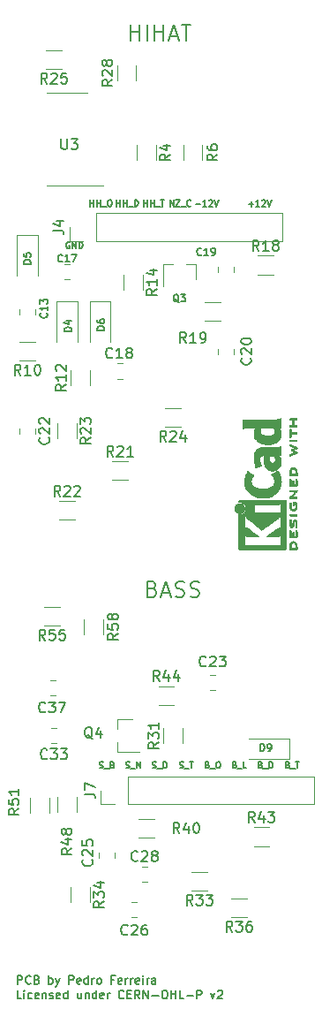
<source format=gbr>
%TF.GenerationSoftware,KiCad,Pcbnew,(5.1.9-0-10_14)*%
%TF.CreationDate,2021-04-20T22:51:25+02:00*%
%TF.ProjectId,tribus,74726962-7573-42e6-9b69-6361645f7063,rev?*%
%TF.SameCoordinates,Original*%
%TF.FileFunction,Legend,Top*%
%TF.FilePolarity,Positive*%
%FSLAX46Y46*%
G04 Gerber Fmt 4.6, Leading zero omitted, Abs format (unit mm)*
G04 Created by KiCad (PCBNEW (5.1.9-0-10_14)) date 2021-04-20 22:51:25*
%MOMM*%
%LPD*%
G01*
G04 APERTURE LIST*
%ADD10C,0.200000*%
%ADD11C,0.150000*%
%ADD12C,0.010000*%
%ADD13C,0.120000*%
G04 APERTURE END LIST*
D10*
X1590476Y-102531904D02*
X1590476Y-101731904D01*
X1895238Y-101731904D01*
X1971428Y-101770000D01*
X2009523Y-101808095D01*
X2047619Y-101884285D01*
X2047619Y-101998571D01*
X2009523Y-102074761D01*
X1971428Y-102112857D01*
X1895238Y-102150952D01*
X1590476Y-102150952D01*
X2847619Y-102455714D02*
X2809523Y-102493809D01*
X2695238Y-102531904D01*
X2619047Y-102531904D01*
X2504761Y-102493809D01*
X2428571Y-102417619D01*
X2390476Y-102341428D01*
X2352380Y-102189047D01*
X2352380Y-102074761D01*
X2390476Y-101922380D01*
X2428571Y-101846190D01*
X2504761Y-101770000D01*
X2619047Y-101731904D01*
X2695238Y-101731904D01*
X2809523Y-101770000D01*
X2847619Y-101808095D01*
X3457142Y-102112857D02*
X3571428Y-102150952D01*
X3609523Y-102189047D01*
X3647619Y-102265238D01*
X3647619Y-102379523D01*
X3609523Y-102455714D01*
X3571428Y-102493809D01*
X3495238Y-102531904D01*
X3190476Y-102531904D01*
X3190476Y-101731904D01*
X3457142Y-101731904D01*
X3533333Y-101770000D01*
X3571428Y-101808095D01*
X3609523Y-101884285D01*
X3609523Y-101960476D01*
X3571428Y-102036666D01*
X3533333Y-102074761D01*
X3457142Y-102112857D01*
X3190476Y-102112857D01*
X4600000Y-102531904D02*
X4600000Y-101731904D01*
X4600000Y-102036666D02*
X4676190Y-101998571D01*
X4828571Y-101998571D01*
X4904761Y-102036666D01*
X4942857Y-102074761D01*
X4980952Y-102150952D01*
X4980952Y-102379523D01*
X4942857Y-102455714D01*
X4904761Y-102493809D01*
X4828571Y-102531904D01*
X4676190Y-102531904D01*
X4600000Y-102493809D01*
X5247619Y-101998571D02*
X5438095Y-102531904D01*
X5628571Y-101998571D02*
X5438095Y-102531904D01*
X5361904Y-102722380D01*
X5323809Y-102760476D01*
X5247619Y-102798571D01*
X6542857Y-102531904D02*
X6542857Y-101731904D01*
X6847619Y-101731904D01*
X6923809Y-101770000D01*
X6961904Y-101808095D01*
X7000000Y-101884285D01*
X7000000Y-101998571D01*
X6961904Y-102074761D01*
X6923809Y-102112857D01*
X6847619Y-102150952D01*
X6542857Y-102150952D01*
X7647619Y-102493809D02*
X7571428Y-102531904D01*
X7419047Y-102531904D01*
X7342857Y-102493809D01*
X7304761Y-102417619D01*
X7304761Y-102112857D01*
X7342857Y-102036666D01*
X7419047Y-101998571D01*
X7571428Y-101998571D01*
X7647619Y-102036666D01*
X7685714Y-102112857D01*
X7685714Y-102189047D01*
X7304761Y-102265238D01*
X8371428Y-102531904D02*
X8371428Y-101731904D01*
X8371428Y-102493809D02*
X8295238Y-102531904D01*
X8142857Y-102531904D01*
X8066666Y-102493809D01*
X8028571Y-102455714D01*
X7990476Y-102379523D01*
X7990476Y-102150952D01*
X8028571Y-102074761D01*
X8066666Y-102036666D01*
X8142857Y-101998571D01*
X8295238Y-101998571D01*
X8371428Y-102036666D01*
X8752380Y-102531904D02*
X8752380Y-101998571D01*
X8752380Y-102150952D02*
X8790476Y-102074761D01*
X8828571Y-102036666D01*
X8904761Y-101998571D01*
X8980952Y-101998571D01*
X9361904Y-102531904D02*
X9285714Y-102493809D01*
X9247619Y-102455714D01*
X9209523Y-102379523D01*
X9209523Y-102150952D01*
X9247619Y-102074761D01*
X9285714Y-102036666D01*
X9361904Y-101998571D01*
X9476190Y-101998571D01*
X9552380Y-102036666D01*
X9590476Y-102074761D01*
X9628571Y-102150952D01*
X9628571Y-102379523D01*
X9590476Y-102455714D01*
X9552380Y-102493809D01*
X9476190Y-102531904D01*
X9361904Y-102531904D01*
X10847619Y-102112857D02*
X10580952Y-102112857D01*
X10580952Y-102531904D02*
X10580952Y-101731904D01*
X10961904Y-101731904D01*
X11571428Y-102493809D02*
X11495238Y-102531904D01*
X11342857Y-102531904D01*
X11266666Y-102493809D01*
X11228571Y-102417619D01*
X11228571Y-102112857D01*
X11266666Y-102036666D01*
X11342857Y-101998571D01*
X11495238Y-101998571D01*
X11571428Y-102036666D01*
X11609523Y-102112857D01*
X11609523Y-102189047D01*
X11228571Y-102265238D01*
X11952380Y-102531904D02*
X11952380Y-101998571D01*
X11952380Y-102150952D02*
X11990476Y-102074761D01*
X12028571Y-102036666D01*
X12104761Y-101998571D01*
X12180952Y-101998571D01*
X12447619Y-102531904D02*
X12447619Y-101998571D01*
X12447619Y-102150952D02*
X12485714Y-102074761D01*
X12523809Y-102036666D01*
X12599999Y-101998571D01*
X12676190Y-101998571D01*
X13247619Y-102493809D02*
X13171428Y-102531904D01*
X13019047Y-102531904D01*
X12942857Y-102493809D01*
X12904761Y-102417619D01*
X12904761Y-102112857D01*
X12942857Y-102036666D01*
X13019047Y-101998571D01*
X13171428Y-101998571D01*
X13247619Y-102036666D01*
X13285714Y-102112857D01*
X13285714Y-102189047D01*
X12904761Y-102265238D01*
X13628571Y-102531904D02*
X13628571Y-101998571D01*
X13628571Y-101731904D02*
X13590476Y-101770000D01*
X13628571Y-101808095D01*
X13666666Y-101770000D01*
X13628571Y-101731904D01*
X13628571Y-101808095D01*
X14009523Y-102531904D02*
X14009523Y-101998571D01*
X14009523Y-102150952D02*
X14047619Y-102074761D01*
X14085714Y-102036666D01*
X14161904Y-101998571D01*
X14238095Y-101998571D01*
X14847619Y-102531904D02*
X14847619Y-102112857D01*
X14809523Y-102036666D01*
X14733333Y-101998571D01*
X14580952Y-101998571D01*
X14504761Y-102036666D01*
X14847619Y-102493809D02*
X14771428Y-102531904D01*
X14580952Y-102531904D01*
X14504761Y-102493809D01*
X14466666Y-102417619D01*
X14466666Y-102341428D01*
X14504761Y-102265238D01*
X14580952Y-102227142D01*
X14771428Y-102227142D01*
X14847619Y-102189047D01*
X1971428Y-103931904D02*
X1590476Y-103931904D01*
X1590476Y-103131904D01*
X2238095Y-103931904D02*
X2238095Y-103398571D01*
X2238095Y-103131904D02*
X2200000Y-103170000D01*
X2238095Y-103208095D01*
X2276190Y-103170000D01*
X2238095Y-103131904D01*
X2238095Y-103208095D01*
X2961904Y-103893809D02*
X2885714Y-103931904D01*
X2733333Y-103931904D01*
X2657142Y-103893809D01*
X2619047Y-103855714D01*
X2580952Y-103779523D01*
X2580952Y-103550952D01*
X2619047Y-103474761D01*
X2657142Y-103436666D01*
X2733333Y-103398571D01*
X2885714Y-103398571D01*
X2961904Y-103436666D01*
X3609523Y-103893809D02*
X3533333Y-103931904D01*
X3380952Y-103931904D01*
X3304761Y-103893809D01*
X3266666Y-103817619D01*
X3266666Y-103512857D01*
X3304761Y-103436666D01*
X3380952Y-103398571D01*
X3533333Y-103398571D01*
X3609523Y-103436666D01*
X3647619Y-103512857D01*
X3647619Y-103589047D01*
X3266666Y-103665238D01*
X3990476Y-103398571D02*
X3990476Y-103931904D01*
X3990476Y-103474761D02*
X4028571Y-103436666D01*
X4104761Y-103398571D01*
X4219047Y-103398571D01*
X4295238Y-103436666D01*
X4333333Y-103512857D01*
X4333333Y-103931904D01*
X4676190Y-103893809D02*
X4752380Y-103931904D01*
X4904761Y-103931904D01*
X4980952Y-103893809D01*
X5019047Y-103817619D01*
X5019047Y-103779523D01*
X4980952Y-103703333D01*
X4904761Y-103665238D01*
X4790476Y-103665238D01*
X4714285Y-103627142D01*
X4676190Y-103550952D01*
X4676190Y-103512857D01*
X4714285Y-103436666D01*
X4790476Y-103398571D01*
X4904761Y-103398571D01*
X4980952Y-103436666D01*
X5666666Y-103893809D02*
X5590476Y-103931904D01*
X5438095Y-103931904D01*
X5361904Y-103893809D01*
X5323809Y-103817619D01*
X5323809Y-103512857D01*
X5361904Y-103436666D01*
X5438095Y-103398571D01*
X5590476Y-103398571D01*
X5666666Y-103436666D01*
X5704761Y-103512857D01*
X5704761Y-103589047D01*
X5323809Y-103665238D01*
X6390476Y-103931904D02*
X6390476Y-103131904D01*
X6390476Y-103893809D02*
X6314285Y-103931904D01*
X6161904Y-103931904D01*
X6085714Y-103893809D01*
X6047619Y-103855714D01*
X6009523Y-103779523D01*
X6009523Y-103550952D01*
X6047619Y-103474761D01*
X6085714Y-103436666D01*
X6161904Y-103398571D01*
X6314285Y-103398571D01*
X6390476Y-103436666D01*
X7723809Y-103398571D02*
X7723809Y-103931904D01*
X7380952Y-103398571D02*
X7380952Y-103817619D01*
X7419047Y-103893809D01*
X7495238Y-103931904D01*
X7609523Y-103931904D01*
X7685714Y-103893809D01*
X7723809Y-103855714D01*
X8104761Y-103398571D02*
X8104761Y-103931904D01*
X8104761Y-103474761D02*
X8142857Y-103436666D01*
X8219047Y-103398571D01*
X8333333Y-103398571D01*
X8409523Y-103436666D01*
X8447619Y-103512857D01*
X8447619Y-103931904D01*
X9171428Y-103931904D02*
X9171428Y-103131904D01*
X9171428Y-103893809D02*
X9095238Y-103931904D01*
X8942857Y-103931904D01*
X8866666Y-103893809D01*
X8828571Y-103855714D01*
X8790476Y-103779523D01*
X8790476Y-103550952D01*
X8828571Y-103474761D01*
X8866666Y-103436666D01*
X8942857Y-103398571D01*
X9095238Y-103398571D01*
X9171428Y-103436666D01*
X9857142Y-103893809D02*
X9780952Y-103931904D01*
X9628571Y-103931904D01*
X9552380Y-103893809D01*
X9514285Y-103817619D01*
X9514285Y-103512857D01*
X9552380Y-103436666D01*
X9628571Y-103398571D01*
X9780952Y-103398571D01*
X9857142Y-103436666D01*
X9895238Y-103512857D01*
X9895238Y-103589047D01*
X9514285Y-103665238D01*
X10238095Y-103931904D02*
X10238095Y-103398571D01*
X10238095Y-103550952D02*
X10276190Y-103474761D01*
X10314285Y-103436666D01*
X10390476Y-103398571D01*
X10466666Y-103398571D01*
X11800000Y-103855714D02*
X11761904Y-103893809D01*
X11647619Y-103931904D01*
X11571428Y-103931904D01*
X11457142Y-103893809D01*
X11380952Y-103817619D01*
X11342857Y-103741428D01*
X11304761Y-103589047D01*
X11304761Y-103474761D01*
X11342857Y-103322380D01*
X11380952Y-103246190D01*
X11457142Y-103170000D01*
X11571428Y-103131904D01*
X11647619Y-103131904D01*
X11761904Y-103170000D01*
X11800000Y-103208095D01*
X12142857Y-103512857D02*
X12409523Y-103512857D01*
X12523809Y-103931904D02*
X12142857Y-103931904D01*
X12142857Y-103131904D01*
X12523809Y-103131904D01*
X13323809Y-103931904D02*
X13057142Y-103550952D01*
X12866666Y-103931904D02*
X12866666Y-103131904D01*
X13171428Y-103131904D01*
X13247619Y-103170000D01*
X13285714Y-103208095D01*
X13323809Y-103284285D01*
X13323809Y-103398571D01*
X13285714Y-103474761D01*
X13247619Y-103512857D01*
X13171428Y-103550952D01*
X12866666Y-103550952D01*
X13666666Y-103931904D02*
X13666666Y-103131904D01*
X14123809Y-103931904D01*
X14123809Y-103131904D01*
X14504761Y-103627142D02*
X15114285Y-103627142D01*
X15647619Y-103131904D02*
X15800000Y-103131904D01*
X15876190Y-103170000D01*
X15952380Y-103246190D01*
X15990476Y-103398571D01*
X15990476Y-103665238D01*
X15952380Y-103817619D01*
X15876190Y-103893809D01*
X15800000Y-103931904D01*
X15647619Y-103931904D01*
X15571428Y-103893809D01*
X15495238Y-103817619D01*
X15457142Y-103665238D01*
X15457142Y-103398571D01*
X15495238Y-103246190D01*
X15571428Y-103170000D01*
X15647619Y-103131904D01*
X16333333Y-103931904D02*
X16333333Y-103131904D01*
X16333333Y-103512857D02*
X16790476Y-103512857D01*
X16790476Y-103931904D02*
X16790476Y-103131904D01*
X17552380Y-103931904D02*
X17171428Y-103931904D01*
X17171428Y-103131904D01*
X17819047Y-103627142D02*
X18428571Y-103627142D01*
X18809523Y-103931904D02*
X18809523Y-103131904D01*
X19114285Y-103131904D01*
X19190476Y-103170000D01*
X19228571Y-103208095D01*
X19266666Y-103284285D01*
X19266666Y-103398571D01*
X19228571Y-103474761D01*
X19190476Y-103512857D01*
X19114285Y-103550952D01*
X18809523Y-103550952D01*
X20142857Y-103398571D02*
X20333333Y-103931904D01*
X20523809Y-103398571D01*
X20790476Y-103208095D02*
X20828571Y-103170000D01*
X20904761Y-103131904D01*
X21095238Y-103131904D01*
X21171428Y-103170000D01*
X21209523Y-103208095D01*
X21247619Y-103284285D01*
X21247619Y-103360476D01*
X21209523Y-103474761D01*
X20752380Y-103931904D01*
X21247619Y-103931904D01*
D11*
X27525714Y-81537142D02*
X27611428Y-81565714D01*
X27640000Y-81594285D01*
X27668571Y-81651428D01*
X27668571Y-81737142D01*
X27640000Y-81794285D01*
X27611428Y-81822857D01*
X27554285Y-81851428D01*
X27325714Y-81851428D01*
X27325714Y-81251428D01*
X27525714Y-81251428D01*
X27582857Y-81280000D01*
X27611428Y-81308571D01*
X27640000Y-81365714D01*
X27640000Y-81422857D01*
X27611428Y-81480000D01*
X27582857Y-81508571D01*
X27525714Y-81537142D01*
X27325714Y-81537142D01*
X27782857Y-81908571D02*
X28240000Y-81908571D01*
X28297142Y-81251428D02*
X28640000Y-81251428D01*
X28468571Y-81851428D02*
X28468571Y-81251428D01*
X24914285Y-81537142D02*
X25000000Y-81565714D01*
X25028571Y-81594285D01*
X25057142Y-81651428D01*
X25057142Y-81737142D01*
X25028571Y-81794285D01*
X25000000Y-81822857D01*
X24942857Y-81851428D01*
X24714285Y-81851428D01*
X24714285Y-81251428D01*
X24914285Y-81251428D01*
X24971428Y-81280000D01*
X25000000Y-81308571D01*
X25028571Y-81365714D01*
X25028571Y-81422857D01*
X25000000Y-81480000D01*
X24971428Y-81508571D01*
X24914285Y-81537142D01*
X24714285Y-81537142D01*
X25171428Y-81908571D02*
X25628571Y-81908571D01*
X25771428Y-81851428D02*
X25771428Y-81251428D01*
X25914285Y-81251428D01*
X26000000Y-81280000D01*
X26057142Y-81337142D01*
X26085714Y-81394285D01*
X26114285Y-81508571D01*
X26114285Y-81594285D01*
X26085714Y-81708571D01*
X26057142Y-81765714D01*
X26000000Y-81822857D01*
X25914285Y-81851428D01*
X25771428Y-81851428D01*
X22431428Y-81537142D02*
X22517142Y-81565714D01*
X22545714Y-81594285D01*
X22574285Y-81651428D01*
X22574285Y-81737142D01*
X22545714Y-81794285D01*
X22517142Y-81822857D01*
X22460000Y-81851428D01*
X22231428Y-81851428D01*
X22231428Y-81251428D01*
X22431428Y-81251428D01*
X22488571Y-81280000D01*
X22517142Y-81308571D01*
X22545714Y-81365714D01*
X22545714Y-81422857D01*
X22517142Y-81480000D01*
X22488571Y-81508571D01*
X22431428Y-81537142D01*
X22231428Y-81537142D01*
X22688571Y-81908571D02*
X23145714Y-81908571D01*
X23574285Y-81851428D02*
X23288571Y-81851428D01*
X23288571Y-81251428D01*
X19820000Y-81537142D02*
X19905714Y-81565714D01*
X19934285Y-81594285D01*
X19962857Y-81651428D01*
X19962857Y-81737142D01*
X19934285Y-81794285D01*
X19905714Y-81822857D01*
X19848571Y-81851428D01*
X19620000Y-81851428D01*
X19620000Y-81251428D01*
X19820000Y-81251428D01*
X19877142Y-81280000D01*
X19905714Y-81308571D01*
X19934285Y-81365714D01*
X19934285Y-81422857D01*
X19905714Y-81480000D01*
X19877142Y-81508571D01*
X19820000Y-81537142D01*
X19620000Y-81537142D01*
X20077142Y-81908571D02*
X20534285Y-81908571D01*
X20791428Y-81251428D02*
X20905714Y-81251428D01*
X20962857Y-81280000D01*
X21020000Y-81337142D01*
X21048571Y-81451428D01*
X21048571Y-81651428D01*
X21020000Y-81765714D01*
X20962857Y-81822857D01*
X20905714Y-81851428D01*
X20791428Y-81851428D01*
X20734285Y-81822857D01*
X20677142Y-81765714D01*
X20648571Y-81651428D01*
X20648571Y-81451428D01*
X20677142Y-81337142D01*
X20734285Y-81280000D01*
X20791428Y-81251428D01*
X17151428Y-81822857D02*
X17237142Y-81851428D01*
X17380000Y-81851428D01*
X17437142Y-81822857D01*
X17465714Y-81794285D01*
X17494285Y-81737142D01*
X17494285Y-81680000D01*
X17465714Y-81622857D01*
X17437142Y-81594285D01*
X17380000Y-81565714D01*
X17265714Y-81537142D01*
X17208571Y-81508571D01*
X17180000Y-81480000D01*
X17151428Y-81422857D01*
X17151428Y-81365714D01*
X17180000Y-81308571D01*
X17208571Y-81280000D01*
X17265714Y-81251428D01*
X17408571Y-81251428D01*
X17494285Y-81280000D01*
X17608571Y-81908571D02*
X18065714Y-81908571D01*
X18122857Y-81251428D02*
X18465714Y-81251428D01*
X18294285Y-81851428D02*
X18294285Y-81251428D01*
X14540000Y-81822857D02*
X14625714Y-81851428D01*
X14768571Y-81851428D01*
X14825714Y-81822857D01*
X14854285Y-81794285D01*
X14882857Y-81737142D01*
X14882857Y-81680000D01*
X14854285Y-81622857D01*
X14825714Y-81594285D01*
X14768571Y-81565714D01*
X14654285Y-81537142D01*
X14597142Y-81508571D01*
X14568571Y-81480000D01*
X14540000Y-81422857D01*
X14540000Y-81365714D01*
X14568571Y-81308571D01*
X14597142Y-81280000D01*
X14654285Y-81251428D01*
X14797142Y-81251428D01*
X14882857Y-81280000D01*
X14997142Y-81908571D02*
X15454285Y-81908571D01*
X15597142Y-81851428D02*
X15597142Y-81251428D01*
X15740000Y-81251428D01*
X15825714Y-81280000D01*
X15882857Y-81337142D01*
X15911428Y-81394285D01*
X15940000Y-81508571D01*
X15940000Y-81594285D01*
X15911428Y-81708571D01*
X15882857Y-81765714D01*
X15825714Y-81822857D01*
X15740000Y-81851428D01*
X15597142Y-81851428D01*
X11985714Y-81822857D02*
X12071428Y-81851428D01*
X12214285Y-81851428D01*
X12271428Y-81822857D01*
X12300000Y-81794285D01*
X12328571Y-81737142D01*
X12328571Y-81680000D01*
X12300000Y-81622857D01*
X12271428Y-81594285D01*
X12214285Y-81565714D01*
X12100000Y-81537142D01*
X12042857Y-81508571D01*
X12014285Y-81480000D01*
X11985714Y-81422857D01*
X11985714Y-81365714D01*
X12014285Y-81308571D01*
X12042857Y-81280000D01*
X12100000Y-81251428D01*
X12242857Y-81251428D01*
X12328571Y-81280000D01*
X12442857Y-81908571D02*
X12900000Y-81908571D01*
X13042857Y-81851428D02*
X13042857Y-81251428D01*
X13385714Y-81851428D01*
X13385714Y-81251428D01*
X9460000Y-81822857D02*
X9545714Y-81851428D01*
X9688571Y-81851428D01*
X9745714Y-81822857D01*
X9774285Y-81794285D01*
X9802857Y-81737142D01*
X9802857Y-81680000D01*
X9774285Y-81622857D01*
X9745714Y-81594285D01*
X9688571Y-81565714D01*
X9574285Y-81537142D01*
X9517142Y-81508571D01*
X9488571Y-81480000D01*
X9460000Y-81422857D01*
X9460000Y-81365714D01*
X9488571Y-81308571D01*
X9517142Y-81280000D01*
X9574285Y-81251428D01*
X9717142Y-81251428D01*
X9802857Y-81280000D01*
X9917142Y-81908571D02*
X10374285Y-81908571D01*
X10717142Y-81537142D02*
X10802857Y-81565714D01*
X10831428Y-81594285D01*
X10860000Y-81651428D01*
X10860000Y-81737142D01*
X10831428Y-81794285D01*
X10802857Y-81822857D01*
X10745714Y-81851428D01*
X10517142Y-81851428D01*
X10517142Y-81251428D01*
X10717142Y-81251428D01*
X10774285Y-81280000D01*
X10802857Y-81308571D01*
X10831428Y-81365714D01*
X10831428Y-81422857D01*
X10802857Y-81480000D01*
X10774285Y-81508571D01*
X10717142Y-81537142D01*
X10517142Y-81537142D01*
X23772857Y-27782857D02*
X24230000Y-27782857D01*
X24001428Y-28011428D02*
X24001428Y-27554285D01*
X24830000Y-28011428D02*
X24487142Y-28011428D01*
X24658571Y-28011428D02*
X24658571Y-27411428D01*
X24601428Y-27497142D01*
X24544285Y-27554285D01*
X24487142Y-27582857D01*
X25058571Y-27468571D02*
X25087142Y-27440000D01*
X25144285Y-27411428D01*
X25287142Y-27411428D01*
X25344285Y-27440000D01*
X25372857Y-27468571D01*
X25401428Y-27525714D01*
X25401428Y-27582857D01*
X25372857Y-27668571D01*
X25030000Y-28011428D01*
X25401428Y-28011428D01*
X25572857Y-27411428D02*
X25772857Y-28011428D01*
X25972857Y-27411428D01*
X18692857Y-27782857D02*
X19150000Y-27782857D01*
X19750000Y-28011428D02*
X19407142Y-28011428D01*
X19578571Y-28011428D02*
X19578571Y-27411428D01*
X19521428Y-27497142D01*
X19464285Y-27554285D01*
X19407142Y-27582857D01*
X19978571Y-27468571D02*
X20007142Y-27440000D01*
X20064285Y-27411428D01*
X20207142Y-27411428D01*
X20264285Y-27440000D01*
X20292857Y-27468571D01*
X20321428Y-27525714D01*
X20321428Y-27582857D01*
X20292857Y-27668571D01*
X19950000Y-28011428D01*
X20321428Y-28011428D01*
X20492857Y-27411428D02*
X20692857Y-28011428D01*
X20892857Y-27411428D01*
X16224285Y-28011428D02*
X16224285Y-27411428D01*
X16567142Y-28011428D01*
X16567142Y-27411428D01*
X16795714Y-27411428D02*
X17195714Y-27411428D01*
X16795714Y-28011428D01*
X17195714Y-28011428D01*
X17281428Y-28068571D02*
X17738571Y-28068571D01*
X18224285Y-27954285D02*
X18195714Y-27982857D01*
X18110000Y-28011428D01*
X18052857Y-28011428D01*
X17967142Y-27982857D01*
X17910000Y-27925714D01*
X17881428Y-27868571D01*
X17852857Y-27754285D01*
X17852857Y-27668571D01*
X17881428Y-27554285D01*
X17910000Y-27497142D01*
X17967142Y-27440000D01*
X18052857Y-27411428D01*
X18110000Y-27411428D01*
X18195714Y-27440000D01*
X18224285Y-27468571D01*
X13727142Y-28011428D02*
X13727142Y-27411428D01*
X13727142Y-27697142D02*
X14070000Y-27697142D01*
X14070000Y-28011428D02*
X14070000Y-27411428D01*
X14355714Y-28011428D02*
X14355714Y-27411428D01*
X14355714Y-27697142D02*
X14698571Y-27697142D01*
X14698571Y-28011428D02*
X14698571Y-27411428D01*
X14841428Y-28068571D02*
X15298571Y-28068571D01*
X15355714Y-27411428D02*
X15698571Y-27411428D01*
X15527142Y-28011428D02*
X15527142Y-27411428D01*
X11115714Y-28011428D02*
X11115714Y-27411428D01*
X11115714Y-27697142D02*
X11458571Y-27697142D01*
X11458571Y-28011428D02*
X11458571Y-27411428D01*
X11744285Y-28011428D02*
X11744285Y-27411428D01*
X11744285Y-27697142D02*
X12087142Y-27697142D01*
X12087142Y-28011428D02*
X12087142Y-27411428D01*
X12230000Y-28068571D02*
X12687142Y-28068571D01*
X12830000Y-28011428D02*
X12830000Y-27411428D01*
X12972857Y-27411428D01*
X13058571Y-27440000D01*
X13115714Y-27497142D01*
X13144285Y-27554285D01*
X13172857Y-27668571D01*
X13172857Y-27754285D01*
X13144285Y-27868571D01*
X13115714Y-27925714D01*
X13058571Y-27982857D01*
X12972857Y-28011428D01*
X12830000Y-28011428D01*
X8561428Y-28011428D02*
X8561428Y-27411428D01*
X8561428Y-27697142D02*
X8904285Y-27697142D01*
X8904285Y-28011428D02*
X8904285Y-27411428D01*
X9190000Y-28011428D02*
X9190000Y-27411428D01*
X9190000Y-27697142D02*
X9532857Y-27697142D01*
X9532857Y-28011428D02*
X9532857Y-27411428D01*
X9675714Y-28068571D02*
X10132857Y-28068571D01*
X10390000Y-27411428D02*
X10504285Y-27411428D01*
X10561428Y-27440000D01*
X10618571Y-27497142D01*
X10647142Y-27611428D01*
X10647142Y-27811428D01*
X10618571Y-27925714D01*
X10561428Y-27982857D01*
X10504285Y-28011428D01*
X10390000Y-28011428D01*
X10332857Y-27982857D01*
X10275714Y-27925714D01*
X10247142Y-27811428D01*
X10247142Y-27611428D01*
X10275714Y-27497142D01*
X10332857Y-27440000D01*
X10390000Y-27411428D01*
X6592857Y-31450000D02*
X6535714Y-31421428D01*
X6450000Y-31421428D01*
X6364285Y-31450000D01*
X6307142Y-31507142D01*
X6278571Y-31564285D01*
X6250000Y-31678571D01*
X6250000Y-31764285D01*
X6278571Y-31878571D01*
X6307142Y-31935714D01*
X6364285Y-31992857D01*
X6450000Y-32021428D01*
X6507142Y-32021428D01*
X6592857Y-31992857D01*
X6621428Y-31964285D01*
X6621428Y-31764285D01*
X6507142Y-31764285D01*
X6878571Y-32021428D02*
X6878571Y-31421428D01*
X7221428Y-32021428D01*
X7221428Y-31421428D01*
X7507142Y-32021428D02*
X7507142Y-31421428D01*
X7650000Y-31421428D01*
X7735714Y-31450000D01*
X7792857Y-31507142D01*
X7821428Y-31564285D01*
X7850000Y-31678571D01*
X7850000Y-31764285D01*
X7821428Y-31878571D01*
X7792857Y-31935714D01*
X7735714Y-31992857D01*
X7650000Y-32021428D01*
X7507142Y-32021428D01*
X12454285Y-12108571D02*
X12454285Y-10608571D01*
X12454285Y-11322857D02*
X13311428Y-11322857D01*
X13311428Y-12108571D02*
X13311428Y-10608571D01*
X14025714Y-12108571D02*
X14025714Y-10608571D01*
X14740000Y-12108571D02*
X14740000Y-10608571D01*
X14740000Y-11322857D02*
X15597142Y-11322857D01*
X15597142Y-12108571D02*
X15597142Y-10608571D01*
X16240000Y-11680000D02*
X16954285Y-11680000D01*
X16097142Y-12108571D02*
X16597142Y-10608571D01*
X17097142Y-12108571D01*
X17382857Y-10608571D02*
X18240000Y-10608571D01*
X17811428Y-12108571D02*
X17811428Y-10608571D01*
X14545714Y-64662857D02*
X14760000Y-64734285D01*
X14831428Y-64805714D01*
X14902857Y-64948571D01*
X14902857Y-65162857D01*
X14831428Y-65305714D01*
X14760000Y-65377142D01*
X14617142Y-65448571D01*
X14045714Y-65448571D01*
X14045714Y-63948571D01*
X14545714Y-63948571D01*
X14688571Y-64020000D01*
X14760000Y-64091428D01*
X14831428Y-64234285D01*
X14831428Y-64377142D01*
X14760000Y-64520000D01*
X14688571Y-64591428D01*
X14545714Y-64662857D01*
X14045714Y-64662857D01*
X15474285Y-65020000D02*
X16188571Y-65020000D01*
X15331428Y-65448571D02*
X15831428Y-63948571D01*
X16331428Y-65448571D01*
X16760000Y-65377142D02*
X16974285Y-65448571D01*
X17331428Y-65448571D01*
X17474285Y-65377142D01*
X17545714Y-65305714D01*
X17617142Y-65162857D01*
X17617142Y-65020000D01*
X17545714Y-64877142D01*
X17474285Y-64805714D01*
X17331428Y-64734285D01*
X17045714Y-64662857D01*
X16902857Y-64591428D01*
X16831428Y-64520000D01*
X16760000Y-64377142D01*
X16760000Y-64234285D01*
X16831428Y-64091428D01*
X16902857Y-64020000D01*
X17045714Y-63948571D01*
X17402857Y-63948571D01*
X17617142Y-64020000D01*
X18188571Y-65377142D02*
X18402857Y-65448571D01*
X18760000Y-65448571D01*
X18902857Y-65377142D01*
X18974285Y-65305714D01*
X19045714Y-65162857D01*
X19045714Y-65020000D01*
X18974285Y-64877142D01*
X18902857Y-64805714D01*
X18760000Y-64734285D01*
X18474285Y-64662857D01*
X18331428Y-64591428D01*
X18260000Y-64520000D01*
X18188571Y-64377142D01*
X18188571Y-64234285D01*
X18260000Y-64091428D01*
X18331428Y-64020000D01*
X18474285Y-63948571D01*
X18831428Y-63948571D01*
X19045714Y-64020000D01*
D12*
%TO.C,KICADLOGO*%
G36*
X22889054Y-57556400D02*
G01*
X23002993Y-57545535D01*
X23110616Y-57513918D01*
X23209615Y-57463015D01*
X23297684Y-57394293D01*
X23372516Y-57309219D01*
X23430384Y-57212232D01*
X23470005Y-57105964D01*
X23488573Y-56998950D01*
X23487434Y-56893300D01*
X23467930Y-56791125D01*
X23431406Y-56694534D01*
X23379205Y-56605638D01*
X23312673Y-56526546D01*
X23233152Y-56459369D01*
X23141987Y-56406217D01*
X23040523Y-56369199D01*
X22930102Y-56350427D01*
X22880206Y-56348489D01*
X22792267Y-56348489D01*
X22792267Y-56296560D01*
X22795111Y-56260253D01*
X22806911Y-56233355D01*
X22830649Y-56206249D01*
X22869031Y-56167867D01*
X25060602Y-56167867D01*
X25322739Y-56167876D01*
X25563241Y-56167908D01*
X25783048Y-56167972D01*
X25983101Y-56168076D01*
X26164344Y-56168227D01*
X26327716Y-56168434D01*
X26474160Y-56168706D01*
X26604617Y-56169050D01*
X26720029Y-56169474D01*
X26821338Y-56169987D01*
X26909484Y-56170597D01*
X26985410Y-56171312D01*
X27050057Y-56172140D01*
X27104367Y-56173089D01*
X27149280Y-56174167D01*
X27185740Y-56175383D01*
X27214687Y-56176745D01*
X27237063Y-56178261D01*
X27253809Y-56179938D01*
X27265868Y-56181786D01*
X27274180Y-56183813D01*
X27279687Y-56186025D01*
X27281537Y-56187108D01*
X27288549Y-56191271D01*
X27294996Y-56194805D01*
X27300900Y-56198635D01*
X27306286Y-56203682D01*
X27311178Y-56210871D01*
X27315598Y-56221123D01*
X27319572Y-56235364D01*
X27323121Y-56254514D01*
X27326270Y-56279499D01*
X27329042Y-56311240D01*
X27331461Y-56350662D01*
X27333551Y-56398686D01*
X27335335Y-56456237D01*
X27336837Y-56524237D01*
X27338080Y-56603610D01*
X27339089Y-56695279D01*
X27339885Y-56800166D01*
X27340494Y-56919196D01*
X27340939Y-57053290D01*
X27341243Y-57203373D01*
X27341430Y-57370367D01*
X27341524Y-57555196D01*
X27341548Y-57758783D01*
X27341525Y-57982050D01*
X27341480Y-58225922D01*
X27341437Y-58491321D01*
X27341432Y-58529704D01*
X27341389Y-58796682D01*
X27341318Y-59042002D01*
X27341213Y-59266583D01*
X27341066Y-59471345D01*
X27340869Y-59657206D01*
X27340616Y-59825088D01*
X27340300Y-59975908D01*
X27339913Y-60110587D01*
X27339447Y-60230044D01*
X27338897Y-60335199D01*
X27338253Y-60426971D01*
X27337511Y-60506279D01*
X27336661Y-60574043D01*
X27335697Y-60631182D01*
X27334611Y-60678617D01*
X27333397Y-60717266D01*
X27332047Y-60748049D01*
X27330555Y-60771885D01*
X27328911Y-60789694D01*
X27327111Y-60802395D01*
X27325145Y-60810908D01*
X27323477Y-60815266D01*
X27319906Y-60823728D01*
X27317270Y-60831497D01*
X27314634Y-60838602D01*
X27311062Y-60845073D01*
X27305621Y-60850939D01*
X27297375Y-60856229D01*
X27285390Y-60860974D01*
X27268731Y-60865202D01*
X27246463Y-60868943D01*
X27217652Y-60872227D01*
X27181363Y-60875083D01*
X27136661Y-60877540D01*
X27082611Y-60879629D01*
X27018279Y-60881378D01*
X26942730Y-60882817D01*
X26855030Y-60883976D01*
X26754243Y-60884883D01*
X26639434Y-60885569D01*
X26509670Y-60886063D01*
X26364015Y-60886395D01*
X26201535Y-60886593D01*
X26021295Y-60886687D01*
X25822360Y-60886708D01*
X25603796Y-60886685D01*
X25364668Y-60886646D01*
X25104040Y-60886622D01*
X25061889Y-60886622D01*
X24798992Y-60886636D01*
X24557732Y-60886661D01*
X24337165Y-60886671D01*
X24136352Y-60886642D01*
X23954349Y-60886548D01*
X23790216Y-60886362D01*
X23643011Y-60886059D01*
X23511792Y-60885614D01*
X23401867Y-60885034D01*
X23401867Y-60582197D01*
X23459711Y-60542407D01*
X23475479Y-60531236D01*
X23489441Y-60521166D01*
X23502784Y-60512138D01*
X23516693Y-60504097D01*
X23532356Y-60496986D01*
X23550958Y-60490747D01*
X23573686Y-60485325D01*
X23601727Y-60480662D01*
X23636267Y-60476701D01*
X23678492Y-60473385D01*
X23729589Y-60470659D01*
X23790744Y-60468464D01*
X23863144Y-60466745D01*
X23947975Y-60465444D01*
X24046422Y-60464505D01*
X24159674Y-60463870D01*
X24288916Y-60463484D01*
X24435334Y-60463288D01*
X24600116Y-60463227D01*
X24784447Y-60463243D01*
X24989513Y-60463280D01*
X25112133Y-60463289D01*
X25329082Y-60463265D01*
X25524642Y-60463231D01*
X25699999Y-60463243D01*
X25856341Y-60463358D01*
X25994857Y-60463630D01*
X26116734Y-60464118D01*
X26223160Y-60464876D01*
X26315322Y-60465962D01*
X26394409Y-60467431D01*
X26461608Y-60469340D01*
X26518107Y-60471744D01*
X26565093Y-60474701D01*
X26603755Y-60478266D01*
X26635280Y-60482495D01*
X26660855Y-60487446D01*
X26681670Y-60493173D01*
X26698911Y-60499733D01*
X26713765Y-60507183D01*
X26727422Y-60515579D01*
X26741069Y-60524976D01*
X26755893Y-60535432D01*
X26764783Y-60541523D01*
X26822400Y-60580296D01*
X26822400Y-60048732D01*
X26822365Y-59925483D01*
X26822215Y-59822987D01*
X26821878Y-59739420D01*
X26821286Y-59672956D01*
X26820367Y-59621771D01*
X26819051Y-59584041D01*
X26817269Y-59557940D01*
X26814951Y-59541644D01*
X26812026Y-59533328D01*
X26808424Y-59531168D01*
X26804075Y-59533339D01*
X26802645Y-59534535D01*
X26765573Y-59559685D01*
X26712772Y-59585583D01*
X26650770Y-59609192D01*
X26624357Y-59617461D01*
X26606416Y-59622078D01*
X26585355Y-59625979D01*
X26559089Y-59629248D01*
X26525532Y-59631966D01*
X26482599Y-59634215D01*
X26428204Y-59636077D01*
X26360262Y-59637636D01*
X26276688Y-59638972D01*
X26175395Y-59640169D01*
X26054300Y-59641308D01*
X26009600Y-59641685D01*
X25884449Y-59642702D01*
X25780082Y-59643460D01*
X25694707Y-59643903D01*
X25626533Y-59643970D01*
X25573765Y-59643605D01*
X25534614Y-59642748D01*
X25507285Y-59641341D01*
X25489986Y-59639325D01*
X25480926Y-59636643D01*
X25478312Y-59633236D01*
X25480351Y-59629044D01*
X25484667Y-59624571D01*
X25497602Y-59614216D01*
X25526676Y-59592158D01*
X25569759Y-59559957D01*
X25624718Y-59519174D01*
X25689423Y-59471370D01*
X25761742Y-59418105D01*
X25839544Y-59360940D01*
X25920698Y-59301437D01*
X26003072Y-59241155D01*
X26084536Y-59181655D01*
X26162957Y-59124498D01*
X26236204Y-59071245D01*
X26302147Y-59023457D01*
X26358654Y-58982693D01*
X26403593Y-58950516D01*
X26434834Y-58928485D01*
X26441466Y-58923917D01*
X26478369Y-58900996D01*
X26526359Y-58874188D01*
X26575897Y-58848789D01*
X26582577Y-58845568D01*
X26630772Y-58823890D01*
X26668334Y-58811304D01*
X26704160Y-58805574D01*
X26746200Y-58804456D01*
X26822400Y-58805090D01*
X26822400Y-57650651D01*
X26728669Y-57741815D01*
X26678775Y-57788612D01*
X26622295Y-57838899D01*
X26568026Y-57884944D01*
X26542673Y-57905369D01*
X26503128Y-57935807D01*
X26449916Y-57975862D01*
X26384667Y-58024361D01*
X26309011Y-58080135D01*
X26224577Y-58142011D01*
X26132994Y-58208819D01*
X26035892Y-58279387D01*
X25934901Y-58352545D01*
X25831650Y-58427121D01*
X25727768Y-58501944D01*
X25624885Y-58575843D01*
X25524631Y-58647646D01*
X25428636Y-58716184D01*
X25338527Y-58780284D01*
X25255936Y-58838775D01*
X25182492Y-58890486D01*
X25119824Y-58934247D01*
X25069561Y-58968885D01*
X25033334Y-58993230D01*
X25012771Y-59006111D01*
X25008668Y-59007869D01*
X24997342Y-58999910D01*
X24970162Y-58979115D01*
X24928829Y-58946847D01*
X24875044Y-58904470D01*
X24810506Y-58853347D01*
X24736918Y-58794841D01*
X24655978Y-58730314D01*
X24569388Y-58661131D01*
X24478848Y-58588653D01*
X24386060Y-58514246D01*
X24311702Y-58454517D01*
X24311702Y-57443511D01*
X24324659Y-57437602D01*
X24346908Y-57423272D01*
X24348391Y-57422225D01*
X24378544Y-57403438D01*
X24415375Y-57383791D01*
X24423511Y-57379892D01*
X24431940Y-57376356D01*
X24442059Y-57373230D01*
X24455260Y-57370486D01*
X24472938Y-57368092D01*
X24496484Y-57366019D01*
X24527293Y-57364235D01*
X24566757Y-57362712D01*
X24616269Y-57361419D01*
X24677223Y-57360326D01*
X24751011Y-57359403D01*
X24839028Y-57358619D01*
X24942665Y-57357945D01*
X25063316Y-57357350D01*
X25202374Y-57356805D01*
X25361232Y-57356279D01*
X25540089Y-57355745D01*
X25725207Y-57355206D01*
X25889145Y-57354772D01*
X26033303Y-57354509D01*
X26159079Y-57354484D01*
X26267871Y-57354765D01*
X26361077Y-57355419D01*
X26440097Y-57356514D01*
X26506328Y-57358118D01*
X26561170Y-57360297D01*
X26606021Y-57363119D01*
X26642278Y-57366651D01*
X26671341Y-57370961D01*
X26694609Y-57376117D01*
X26713479Y-57382185D01*
X26729351Y-57389233D01*
X26743622Y-57397329D01*
X26757691Y-57406540D01*
X26770158Y-57415040D01*
X26796452Y-57432176D01*
X26814037Y-57442322D01*
X26817257Y-57443511D01*
X26818334Y-57432604D01*
X26819335Y-57401411D01*
X26820235Y-57352223D01*
X26821010Y-57287333D01*
X26821637Y-57209030D01*
X26822091Y-57119607D01*
X26822349Y-57021356D01*
X26822400Y-56952445D01*
X26822180Y-56847452D01*
X26821548Y-56750610D01*
X26820549Y-56664107D01*
X26819227Y-56590132D01*
X26817626Y-56530874D01*
X26815791Y-56488520D01*
X26813765Y-56465260D01*
X26812493Y-56461378D01*
X26797591Y-56469076D01*
X26789560Y-56477074D01*
X26772434Y-56490246D01*
X26742183Y-56507485D01*
X26717622Y-56519407D01*
X26658711Y-56546045D01*
X25481845Y-56549120D01*
X24304978Y-56552195D01*
X24304978Y-56997853D01*
X24305142Y-57095670D01*
X24305611Y-57186064D01*
X24306347Y-57266630D01*
X24307316Y-57334962D01*
X24308480Y-57388656D01*
X24309803Y-57425305D01*
X24311249Y-57442504D01*
X24311702Y-57443511D01*
X24311702Y-58454517D01*
X24292722Y-58439270D01*
X24200537Y-58365090D01*
X24111204Y-58293069D01*
X24026424Y-58224569D01*
X23947898Y-58160955D01*
X23877326Y-58103588D01*
X23816409Y-58053833D01*
X23766847Y-58013052D01*
X23746178Y-57995888D01*
X23645516Y-57909596D01*
X23562259Y-57832997D01*
X23494438Y-57764183D01*
X23440089Y-57701248D01*
X23432722Y-57691867D01*
X23402117Y-57652356D01*
X23401867Y-58784116D01*
X23449844Y-58778827D01*
X23507188Y-58782130D01*
X23575463Y-58803661D01*
X23655212Y-58843635D01*
X23727495Y-58888943D01*
X23750140Y-58905161D01*
X23787696Y-58933214D01*
X23838021Y-58971430D01*
X23898973Y-59018137D01*
X23968411Y-59071661D01*
X24044194Y-59130331D01*
X24124180Y-59192475D01*
X24206228Y-59256421D01*
X24288196Y-59320495D01*
X24367943Y-59383027D01*
X24443327Y-59442343D01*
X24512207Y-59496771D01*
X24572442Y-59544639D01*
X24621889Y-59584275D01*
X24658408Y-59614006D01*
X24679858Y-59632161D01*
X24683156Y-59635220D01*
X24675149Y-59638079D01*
X24644855Y-59640293D01*
X24592556Y-59641857D01*
X24518531Y-59642767D01*
X24423063Y-59643020D01*
X24306434Y-59642613D01*
X24186445Y-59641704D01*
X24054333Y-59640382D01*
X23942594Y-59638857D01*
X23849025Y-59636881D01*
X23771419Y-59634206D01*
X23707574Y-59630582D01*
X23655283Y-59625761D01*
X23612344Y-59619494D01*
X23576551Y-59611532D01*
X23545700Y-59601627D01*
X23517586Y-59589531D01*
X23490005Y-59574993D01*
X23464966Y-59560311D01*
X23401867Y-59522314D01*
X23401867Y-60582197D01*
X23401867Y-60885034D01*
X23395617Y-60885001D01*
X23293544Y-60884195D01*
X23204633Y-60883170D01*
X23127941Y-60881900D01*
X23062527Y-60880360D01*
X23007449Y-60878524D01*
X22961765Y-60876367D01*
X22924534Y-60873863D01*
X22894813Y-60870987D01*
X22871662Y-60867713D01*
X22854139Y-60864015D01*
X22841301Y-60859869D01*
X22832208Y-60855247D01*
X22825918Y-60850126D01*
X22821488Y-60844478D01*
X22817978Y-60838279D01*
X22814445Y-60831504D01*
X22810876Y-60825508D01*
X22808300Y-60820275D01*
X22805972Y-60812099D01*
X22803878Y-60799886D01*
X22802007Y-60782541D01*
X22800347Y-60758969D01*
X22798884Y-60728077D01*
X22797608Y-60688768D01*
X22796504Y-60639950D01*
X22795561Y-60580527D01*
X22794767Y-60509404D01*
X22794109Y-60425488D01*
X22793575Y-60327683D01*
X22793153Y-60214894D01*
X22792829Y-60086029D01*
X22792592Y-59939991D01*
X22792430Y-59775686D01*
X22792330Y-59592020D01*
X22792280Y-59387897D01*
X22792267Y-59176753D01*
X22792267Y-57556400D01*
X22889054Y-57556400D01*
G37*
X22889054Y-57556400D02*
X23002993Y-57545535D01*
X23110616Y-57513918D01*
X23209615Y-57463015D01*
X23297684Y-57394293D01*
X23372516Y-57309219D01*
X23430384Y-57212232D01*
X23470005Y-57105964D01*
X23488573Y-56998950D01*
X23487434Y-56893300D01*
X23467930Y-56791125D01*
X23431406Y-56694534D01*
X23379205Y-56605638D01*
X23312673Y-56526546D01*
X23233152Y-56459369D01*
X23141987Y-56406217D01*
X23040523Y-56369199D01*
X22930102Y-56350427D01*
X22880206Y-56348489D01*
X22792267Y-56348489D01*
X22792267Y-56296560D01*
X22795111Y-56260253D01*
X22806911Y-56233355D01*
X22830649Y-56206249D01*
X22869031Y-56167867D01*
X25060602Y-56167867D01*
X25322739Y-56167876D01*
X25563241Y-56167908D01*
X25783048Y-56167972D01*
X25983101Y-56168076D01*
X26164344Y-56168227D01*
X26327716Y-56168434D01*
X26474160Y-56168706D01*
X26604617Y-56169050D01*
X26720029Y-56169474D01*
X26821338Y-56169987D01*
X26909484Y-56170597D01*
X26985410Y-56171312D01*
X27050057Y-56172140D01*
X27104367Y-56173089D01*
X27149280Y-56174167D01*
X27185740Y-56175383D01*
X27214687Y-56176745D01*
X27237063Y-56178261D01*
X27253809Y-56179938D01*
X27265868Y-56181786D01*
X27274180Y-56183813D01*
X27279687Y-56186025D01*
X27281537Y-56187108D01*
X27288549Y-56191271D01*
X27294996Y-56194805D01*
X27300900Y-56198635D01*
X27306286Y-56203682D01*
X27311178Y-56210871D01*
X27315598Y-56221123D01*
X27319572Y-56235364D01*
X27323121Y-56254514D01*
X27326270Y-56279499D01*
X27329042Y-56311240D01*
X27331461Y-56350662D01*
X27333551Y-56398686D01*
X27335335Y-56456237D01*
X27336837Y-56524237D01*
X27338080Y-56603610D01*
X27339089Y-56695279D01*
X27339885Y-56800166D01*
X27340494Y-56919196D01*
X27340939Y-57053290D01*
X27341243Y-57203373D01*
X27341430Y-57370367D01*
X27341524Y-57555196D01*
X27341548Y-57758783D01*
X27341525Y-57982050D01*
X27341480Y-58225922D01*
X27341437Y-58491321D01*
X27341432Y-58529704D01*
X27341389Y-58796682D01*
X27341318Y-59042002D01*
X27341213Y-59266583D01*
X27341066Y-59471345D01*
X27340869Y-59657206D01*
X27340616Y-59825088D01*
X27340300Y-59975908D01*
X27339913Y-60110587D01*
X27339447Y-60230044D01*
X27338897Y-60335199D01*
X27338253Y-60426971D01*
X27337511Y-60506279D01*
X27336661Y-60574043D01*
X27335697Y-60631182D01*
X27334611Y-60678617D01*
X27333397Y-60717266D01*
X27332047Y-60748049D01*
X27330555Y-60771885D01*
X27328911Y-60789694D01*
X27327111Y-60802395D01*
X27325145Y-60810908D01*
X27323477Y-60815266D01*
X27319906Y-60823728D01*
X27317270Y-60831497D01*
X27314634Y-60838602D01*
X27311062Y-60845073D01*
X27305621Y-60850939D01*
X27297375Y-60856229D01*
X27285390Y-60860974D01*
X27268731Y-60865202D01*
X27246463Y-60868943D01*
X27217652Y-60872227D01*
X27181363Y-60875083D01*
X27136661Y-60877540D01*
X27082611Y-60879629D01*
X27018279Y-60881378D01*
X26942730Y-60882817D01*
X26855030Y-60883976D01*
X26754243Y-60884883D01*
X26639434Y-60885569D01*
X26509670Y-60886063D01*
X26364015Y-60886395D01*
X26201535Y-60886593D01*
X26021295Y-60886687D01*
X25822360Y-60886708D01*
X25603796Y-60886685D01*
X25364668Y-60886646D01*
X25104040Y-60886622D01*
X25061889Y-60886622D01*
X24798992Y-60886636D01*
X24557732Y-60886661D01*
X24337165Y-60886671D01*
X24136352Y-60886642D01*
X23954349Y-60886548D01*
X23790216Y-60886362D01*
X23643011Y-60886059D01*
X23511792Y-60885614D01*
X23401867Y-60885034D01*
X23401867Y-60582197D01*
X23459711Y-60542407D01*
X23475479Y-60531236D01*
X23489441Y-60521166D01*
X23502784Y-60512138D01*
X23516693Y-60504097D01*
X23532356Y-60496986D01*
X23550958Y-60490747D01*
X23573686Y-60485325D01*
X23601727Y-60480662D01*
X23636267Y-60476701D01*
X23678492Y-60473385D01*
X23729589Y-60470659D01*
X23790744Y-60468464D01*
X23863144Y-60466745D01*
X23947975Y-60465444D01*
X24046422Y-60464505D01*
X24159674Y-60463870D01*
X24288916Y-60463484D01*
X24435334Y-60463288D01*
X24600116Y-60463227D01*
X24784447Y-60463243D01*
X24989513Y-60463280D01*
X25112133Y-60463289D01*
X25329082Y-60463265D01*
X25524642Y-60463231D01*
X25699999Y-60463243D01*
X25856341Y-60463358D01*
X25994857Y-60463630D01*
X26116734Y-60464118D01*
X26223160Y-60464876D01*
X26315322Y-60465962D01*
X26394409Y-60467431D01*
X26461608Y-60469340D01*
X26518107Y-60471744D01*
X26565093Y-60474701D01*
X26603755Y-60478266D01*
X26635280Y-60482495D01*
X26660855Y-60487446D01*
X26681670Y-60493173D01*
X26698911Y-60499733D01*
X26713765Y-60507183D01*
X26727422Y-60515579D01*
X26741069Y-60524976D01*
X26755893Y-60535432D01*
X26764783Y-60541523D01*
X26822400Y-60580296D01*
X26822400Y-60048732D01*
X26822365Y-59925483D01*
X26822215Y-59822987D01*
X26821878Y-59739420D01*
X26821286Y-59672956D01*
X26820367Y-59621771D01*
X26819051Y-59584041D01*
X26817269Y-59557940D01*
X26814951Y-59541644D01*
X26812026Y-59533328D01*
X26808424Y-59531168D01*
X26804075Y-59533339D01*
X26802645Y-59534535D01*
X26765573Y-59559685D01*
X26712772Y-59585583D01*
X26650770Y-59609192D01*
X26624357Y-59617461D01*
X26606416Y-59622078D01*
X26585355Y-59625979D01*
X26559089Y-59629248D01*
X26525532Y-59631966D01*
X26482599Y-59634215D01*
X26428204Y-59636077D01*
X26360262Y-59637636D01*
X26276688Y-59638972D01*
X26175395Y-59640169D01*
X26054300Y-59641308D01*
X26009600Y-59641685D01*
X25884449Y-59642702D01*
X25780082Y-59643460D01*
X25694707Y-59643903D01*
X25626533Y-59643970D01*
X25573765Y-59643605D01*
X25534614Y-59642748D01*
X25507285Y-59641341D01*
X25489986Y-59639325D01*
X25480926Y-59636643D01*
X25478312Y-59633236D01*
X25480351Y-59629044D01*
X25484667Y-59624571D01*
X25497602Y-59614216D01*
X25526676Y-59592158D01*
X25569759Y-59559957D01*
X25624718Y-59519174D01*
X25689423Y-59471370D01*
X25761742Y-59418105D01*
X25839544Y-59360940D01*
X25920698Y-59301437D01*
X26003072Y-59241155D01*
X26084536Y-59181655D01*
X26162957Y-59124498D01*
X26236204Y-59071245D01*
X26302147Y-59023457D01*
X26358654Y-58982693D01*
X26403593Y-58950516D01*
X26434834Y-58928485D01*
X26441466Y-58923917D01*
X26478369Y-58900996D01*
X26526359Y-58874188D01*
X26575897Y-58848789D01*
X26582577Y-58845568D01*
X26630772Y-58823890D01*
X26668334Y-58811304D01*
X26704160Y-58805574D01*
X26746200Y-58804456D01*
X26822400Y-58805090D01*
X26822400Y-57650651D01*
X26728669Y-57741815D01*
X26678775Y-57788612D01*
X26622295Y-57838899D01*
X26568026Y-57884944D01*
X26542673Y-57905369D01*
X26503128Y-57935807D01*
X26449916Y-57975862D01*
X26384667Y-58024361D01*
X26309011Y-58080135D01*
X26224577Y-58142011D01*
X26132994Y-58208819D01*
X26035892Y-58279387D01*
X25934901Y-58352545D01*
X25831650Y-58427121D01*
X25727768Y-58501944D01*
X25624885Y-58575843D01*
X25524631Y-58647646D01*
X25428636Y-58716184D01*
X25338527Y-58780284D01*
X25255936Y-58838775D01*
X25182492Y-58890486D01*
X25119824Y-58934247D01*
X25069561Y-58968885D01*
X25033334Y-58993230D01*
X25012771Y-59006111D01*
X25008668Y-59007869D01*
X24997342Y-58999910D01*
X24970162Y-58979115D01*
X24928829Y-58946847D01*
X24875044Y-58904470D01*
X24810506Y-58853347D01*
X24736918Y-58794841D01*
X24655978Y-58730314D01*
X24569388Y-58661131D01*
X24478848Y-58588653D01*
X24386060Y-58514246D01*
X24311702Y-58454517D01*
X24311702Y-57443511D01*
X24324659Y-57437602D01*
X24346908Y-57423272D01*
X24348391Y-57422225D01*
X24378544Y-57403438D01*
X24415375Y-57383791D01*
X24423511Y-57379892D01*
X24431940Y-57376356D01*
X24442059Y-57373230D01*
X24455260Y-57370486D01*
X24472938Y-57368092D01*
X24496484Y-57366019D01*
X24527293Y-57364235D01*
X24566757Y-57362712D01*
X24616269Y-57361419D01*
X24677223Y-57360326D01*
X24751011Y-57359403D01*
X24839028Y-57358619D01*
X24942665Y-57357945D01*
X25063316Y-57357350D01*
X25202374Y-57356805D01*
X25361232Y-57356279D01*
X25540089Y-57355745D01*
X25725207Y-57355206D01*
X25889145Y-57354772D01*
X26033303Y-57354509D01*
X26159079Y-57354484D01*
X26267871Y-57354765D01*
X26361077Y-57355419D01*
X26440097Y-57356514D01*
X26506328Y-57358118D01*
X26561170Y-57360297D01*
X26606021Y-57363119D01*
X26642278Y-57366651D01*
X26671341Y-57370961D01*
X26694609Y-57376117D01*
X26713479Y-57382185D01*
X26729351Y-57389233D01*
X26743622Y-57397329D01*
X26757691Y-57406540D01*
X26770158Y-57415040D01*
X26796452Y-57432176D01*
X26814037Y-57442322D01*
X26817257Y-57443511D01*
X26818334Y-57432604D01*
X26819335Y-57401411D01*
X26820235Y-57352223D01*
X26821010Y-57287333D01*
X26821637Y-57209030D01*
X26822091Y-57119607D01*
X26822349Y-57021356D01*
X26822400Y-56952445D01*
X26822180Y-56847452D01*
X26821548Y-56750610D01*
X26820549Y-56664107D01*
X26819227Y-56590132D01*
X26817626Y-56530874D01*
X26815791Y-56488520D01*
X26813765Y-56465260D01*
X26812493Y-56461378D01*
X26797591Y-56469076D01*
X26789560Y-56477074D01*
X26772434Y-56490246D01*
X26742183Y-56507485D01*
X26717622Y-56519407D01*
X26658711Y-56546045D01*
X25481845Y-56549120D01*
X24304978Y-56552195D01*
X24304978Y-56997853D01*
X24305142Y-57095670D01*
X24305611Y-57186064D01*
X24306347Y-57266630D01*
X24307316Y-57334962D01*
X24308480Y-57388656D01*
X24309803Y-57425305D01*
X24311249Y-57442504D01*
X24311702Y-57443511D01*
X24311702Y-58454517D01*
X24292722Y-58439270D01*
X24200537Y-58365090D01*
X24111204Y-58293069D01*
X24026424Y-58224569D01*
X23947898Y-58160955D01*
X23877326Y-58103588D01*
X23816409Y-58053833D01*
X23766847Y-58013052D01*
X23746178Y-57995888D01*
X23645516Y-57909596D01*
X23562259Y-57832997D01*
X23494438Y-57764183D01*
X23440089Y-57701248D01*
X23432722Y-57691867D01*
X23402117Y-57652356D01*
X23401867Y-58784116D01*
X23449844Y-58778827D01*
X23507188Y-58782130D01*
X23575463Y-58803661D01*
X23655212Y-58843635D01*
X23727495Y-58888943D01*
X23750140Y-58905161D01*
X23787696Y-58933214D01*
X23838021Y-58971430D01*
X23898973Y-59018137D01*
X23968411Y-59071661D01*
X24044194Y-59130331D01*
X24124180Y-59192475D01*
X24206228Y-59256421D01*
X24288196Y-59320495D01*
X24367943Y-59383027D01*
X24443327Y-59442343D01*
X24512207Y-59496771D01*
X24572442Y-59544639D01*
X24621889Y-59584275D01*
X24658408Y-59614006D01*
X24679858Y-59632161D01*
X24683156Y-59635220D01*
X24675149Y-59638079D01*
X24644855Y-59640293D01*
X24592556Y-59641857D01*
X24518531Y-59642767D01*
X24423063Y-59643020D01*
X24306434Y-59642613D01*
X24186445Y-59641704D01*
X24054333Y-59640382D01*
X23942594Y-59638857D01*
X23849025Y-59636881D01*
X23771419Y-59634206D01*
X23707574Y-59630582D01*
X23655283Y-59625761D01*
X23612344Y-59619494D01*
X23576551Y-59611532D01*
X23545700Y-59601627D01*
X23517586Y-59589531D01*
X23490005Y-59574993D01*
X23464966Y-59560311D01*
X23401867Y-59522314D01*
X23401867Y-60582197D01*
X23401867Y-60885034D01*
X23395617Y-60885001D01*
X23293544Y-60884195D01*
X23204633Y-60883170D01*
X23127941Y-60881900D01*
X23062527Y-60880360D01*
X23007449Y-60878524D01*
X22961765Y-60876367D01*
X22924534Y-60873863D01*
X22894813Y-60870987D01*
X22871662Y-60867713D01*
X22854139Y-60864015D01*
X22841301Y-60859869D01*
X22832208Y-60855247D01*
X22825918Y-60850126D01*
X22821488Y-60844478D01*
X22817978Y-60838279D01*
X22814445Y-60831504D01*
X22810876Y-60825508D01*
X22808300Y-60820275D01*
X22805972Y-60812099D01*
X22803878Y-60799886D01*
X22802007Y-60782541D01*
X22800347Y-60758969D01*
X22798884Y-60728077D01*
X22797608Y-60688768D01*
X22796504Y-60639950D01*
X22795561Y-60580527D01*
X22794767Y-60509404D01*
X22794109Y-60425488D01*
X22793575Y-60327683D01*
X22793153Y-60214894D01*
X22792829Y-60086029D01*
X22792592Y-59939991D01*
X22792430Y-59775686D01*
X22792330Y-59592020D01*
X22792280Y-59387897D01*
X22792267Y-59176753D01*
X22792267Y-57556400D01*
X22889054Y-57556400D01*
G36*
X23349071Y-54281571D02*
G01*
X23370245Y-54121430D01*
X23410385Y-53957490D01*
X23469889Y-53787687D01*
X23549154Y-53609957D01*
X23554699Y-53598690D01*
X23582725Y-53540995D01*
X23606802Y-53489448D01*
X23625249Y-53447809D01*
X23636386Y-53419838D01*
X23638933Y-53410267D01*
X23643941Y-53391050D01*
X23648147Y-53386439D01*
X23658580Y-53391542D01*
X23684868Y-53407582D01*
X23724257Y-53432712D01*
X23773991Y-53465086D01*
X23831315Y-53502857D01*
X23893476Y-53544178D01*
X23957718Y-53587202D01*
X24021285Y-53630083D01*
X24081425Y-53670974D01*
X24135380Y-53708029D01*
X24180397Y-53739400D01*
X24213721Y-53763241D01*
X24232597Y-53777706D01*
X24234787Y-53779691D01*
X24230138Y-53789809D01*
X24212962Y-53812150D01*
X24186440Y-53842720D01*
X24171964Y-53858464D01*
X24096682Y-53954953D01*
X24041241Y-54061664D01*
X24006141Y-54177168D01*
X23991880Y-54300038D01*
X23993051Y-54369439D01*
X24010212Y-54490577D01*
X24046094Y-54599795D01*
X24100959Y-54697418D01*
X24175070Y-54783772D01*
X24268688Y-54859185D01*
X24382076Y-54923982D01*
X24468667Y-54961399D01*
X24604366Y-55005252D01*
X24751850Y-55037572D01*
X24907314Y-55058443D01*
X25066956Y-55067949D01*
X25226973Y-55066173D01*
X25383561Y-55053197D01*
X25532918Y-55029106D01*
X25671240Y-54993982D01*
X25794724Y-54947908D01*
X25828978Y-54931627D01*
X25943064Y-54863380D01*
X26039557Y-54782921D01*
X26117670Y-54691430D01*
X26176617Y-54590089D01*
X26215612Y-54480080D01*
X26233868Y-54362585D01*
X26235211Y-54321117D01*
X26224290Y-54199559D01*
X26191474Y-54079122D01*
X26137439Y-53961334D01*
X26062865Y-53847723D01*
X25984539Y-53756315D01*
X25940008Y-53709785D01*
X26237271Y-53528517D01*
X26311433Y-53483420D01*
X26379646Y-53442181D01*
X26439459Y-53406265D01*
X26488420Y-53377134D01*
X26524079Y-53356250D01*
X26543984Y-53345076D01*
X26547079Y-53343625D01*
X26556718Y-53351854D01*
X26573999Y-53377433D01*
X26597283Y-53417127D01*
X26624934Y-53467703D01*
X26655315Y-53525926D01*
X26686790Y-53588563D01*
X26717722Y-53652379D01*
X26746473Y-53714140D01*
X26771408Y-53770612D01*
X26790889Y-53818562D01*
X26799318Y-53842014D01*
X26837133Y-53975779D01*
X26862136Y-54113673D01*
X26875140Y-54261378D01*
X26877468Y-54388167D01*
X26876373Y-54456122D01*
X26874275Y-54521723D01*
X26871434Y-54579153D01*
X26868106Y-54622597D01*
X26866422Y-54636702D01*
X26837587Y-54775716D01*
X26792468Y-54917243D01*
X26733750Y-55054725D01*
X26664120Y-55181606D01*
X26611441Y-55259111D01*
X26503239Y-55386519D01*
X26376671Y-55504822D01*
X26234866Y-55611828D01*
X26080951Y-55705348D01*
X25918053Y-55783190D01*
X25800756Y-55827044D01*
X25617128Y-55877292D01*
X25422581Y-55910791D01*
X25221325Y-55927551D01*
X25017568Y-55927584D01*
X24815521Y-55910899D01*
X24619392Y-55877507D01*
X24433391Y-55827420D01*
X24421803Y-55823603D01*
X24259750Y-55760719D01*
X24111832Y-55683972D01*
X23973865Y-55590758D01*
X23841661Y-55478473D01*
X23796399Y-55434608D01*
X23672457Y-55298466D01*
X23569915Y-55158509D01*
X23487656Y-55012589D01*
X23424564Y-54858558D01*
X23379523Y-54694268D01*
X23362033Y-54598711D01*
X23346466Y-54439977D01*
X23349071Y-54281571D01*
G37*
X23349071Y-54281571D02*
X23370245Y-54121430D01*
X23410385Y-53957490D01*
X23469889Y-53787687D01*
X23549154Y-53609957D01*
X23554699Y-53598690D01*
X23582725Y-53540995D01*
X23606802Y-53489448D01*
X23625249Y-53447809D01*
X23636386Y-53419838D01*
X23638933Y-53410267D01*
X23643941Y-53391050D01*
X23648147Y-53386439D01*
X23658580Y-53391542D01*
X23684868Y-53407582D01*
X23724257Y-53432712D01*
X23773991Y-53465086D01*
X23831315Y-53502857D01*
X23893476Y-53544178D01*
X23957718Y-53587202D01*
X24021285Y-53630083D01*
X24081425Y-53670974D01*
X24135380Y-53708029D01*
X24180397Y-53739400D01*
X24213721Y-53763241D01*
X24232597Y-53777706D01*
X24234787Y-53779691D01*
X24230138Y-53789809D01*
X24212962Y-53812150D01*
X24186440Y-53842720D01*
X24171964Y-53858464D01*
X24096682Y-53954953D01*
X24041241Y-54061664D01*
X24006141Y-54177168D01*
X23991880Y-54300038D01*
X23993051Y-54369439D01*
X24010212Y-54490577D01*
X24046094Y-54599795D01*
X24100959Y-54697418D01*
X24175070Y-54783772D01*
X24268688Y-54859185D01*
X24382076Y-54923982D01*
X24468667Y-54961399D01*
X24604366Y-55005252D01*
X24751850Y-55037572D01*
X24907314Y-55058443D01*
X25066956Y-55067949D01*
X25226973Y-55066173D01*
X25383561Y-55053197D01*
X25532918Y-55029106D01*
X25671240Y-54993982D01*
X25794724Y-54947908D01*
X25828978Y-54931627D01*
X25943064Y-54863380D01*
X26039557Y-54782921D01*
X26117670Y-54691430D01*
X26176617Y-54590089D01*
X26215612Y-54480080D01*
X26233868Y-54362585D01*
X26235211Y-54321117D01*
X26224290Y-54199559D01*
X26191474Y-54079122D01*
X26137439Y-53961334D01*
X26062865Y-53847723D01*
X25984539Y-53756315D01*
X25940008Y-53709785D01*
X26237271Y-53528517D01*
X26311433Y-53483420D01*
X26379646Y-53442181D01*
X26439459Y-53406265D01*
X26488420Y-53377134D01*
X26524079Y-53356250D01*
X26543984Y-53345076D01*
X26547079Y-53343625D01*
X26556718Y-53351854D01*
X26573999Y-53377433D01*
X26597283Y-53417127D01*
X26624934Y-53467703D01*
X26655315Y-53525926D01*
X26686790Y-53588563D01*
X26717722Y-53652379D01*
X26746473Y-53714140D01*
X26771408Y-53770612D01*
X26790889Y-53818562D01*
X26799318Y-53842014D01*
X26837133Y-53975779D01*
X26862136Y-54113673D01*
X26875140Y-54261378D01*
X26877468Y-54388167D01*
X26876373Y-54456122D01*
X26874275Y-54521723D01*
X26871434Y-54579153D01*
X26868106Y-54622597D01*
X26866422Y-54636702D01*
X26837587Y-54775716D01*
X26792468Y-54917243D01*
X26733750Y-55054725D01*
X26664120Y-55181606D01*
X26611441Y-55259111D01*
X26503239Y-55386519D01*
X26376671Y-55504822D01*
X26234866Y-55611828D01*
X26080951Y-55705348D01*
X25918053Y-55783190D01*
X25800756Y-55827044D01*
X25617128Y-55877292D01*
X25422581Y-55910791D01*
X25221325Y-55927551D01*
X25017568Y-55927584D01*
X24815521Y-55910899D01*
X24619392Y-55877507D01*
X24433391Y-55827420D01*
X24421803Y-55823603D01*
X24259750Y-55760719D01*
X24111832Y-55683972D01*
X23973865Y-55590758D01*
X23841661Y-55478473D01*
X23796399Y-55434608D01*
X23672457Y-55298466D01*
X23569915Y-55158509D01*
X23487656Y-55012589D01*
X23424564Y-54858558D01*
X23379523Y-54694268D01*
X23362033Y-54598711D01*
X23346466Y-54439977D01*
X23349071Y-54281571D01*
G36*
X24266552Y-51936426D02*
G01*
X24286567Y-51784508D01*
X24320202Y-51649244D01*
X24367725Y-51529761D01*
X24429405Y-51425185D01*
X24492965Y-51347576D01*
X24567099Y-51278735D01*
X24646871Y-51224994D01*
X24739091Y-51182090D01*
X24782161Y-51166616D01*
X24821142Y-51153756D01*
X24857289Y-51142554D01*
X24892434Y-51132880D01*
X24928410Y-51124604D01*
X24967050Y-51117597D01*
X25010185Y-51111728D01*
X25059649Y-51106869D01*
X25117273Y-51102890D01*
X25184891Y-51099660D01*
X25264334Y-51097051D01*
X25357436Y-51094933D01*
X25466027Y-51093176D01*
X25591942Y-51091651D01*
X25737012Y-51090228D01*
X25879778Y-51088975D01*
X26035968Y-51087649D01*
X26171239Y-51086444D01*
X26287246Y-51085234D01*
X26385645Y-51083894D01*
X26468093Y-51082300D01*
X26536246Y-51080325D01*
X26591760Y-51077844D01*
X26636292Y-51074731D01*
X26671498Y-51070862D01*
X26699034Y-51066111D01*
X26720556Y-51060352D01*
X26737722Y-51053461D01*
X26752186Y-51045311D01*
X26765606Y-51035777D01*
X26779638Y-51024734D01*
X26785071Y-51020434D01*
X26807910Y-51004614D01*
X26823463Y-50997578D01*
X26823922Y-50997556D01*
X26826121Y-51008433D01*
X26828147Y-51039418D01*
X26829942Y-51088043D01*
X26831451Y-51151837D01*
X26832616Y-51228331D01*
X26833380Y-51315056D01*
X26833686Y-51409543D01*
X26833689Y-51420450D01*
X26833689Y-51843343D01*
X26737622Y-51846605D01*
X26641556Y-51849867D01*
X26692543Y-51911956D01*
X26760057Y-52009286D01*
X26814749Y-52119187D01*
X26844978Y-52205651D01*
X26859666Y-52274722D01*
X26869659Y-52358075D01*
X26874646Y-52447841D01*
X26874313Y-52536155D01*
X26868351Y-52615149D01*
X26862638Y-52651378D01*
X26824776Y-52791397D01*
X26769932Y-52917822D01*
X26698924Y-53029740D01*
X26612568Y-53126238D01*
X26511679Y-53206400D01*
X26397076Y-53269313D01*
X26270984Y-53313688D01*
X26214401Y-53326022D01*
X26152202Y-53333632D01*
X26077363Y-53337261D01*
X26043467Y-53337755D01*
X26040282Y-53337690D01*
X26040282Y-52577752D01*
X26115333Y-52568459D01*
X26179160Y-52540272D01*
X26234798Y-52491803D01*
X26239211Y-52486746D01*
X26274037Y-52438452D01*
X26296620Y-52386743D01*
X26308540Y-52326011D01*
X26311383Y-52250648D01*
X26310978Y-52232541D01*
X26308325Y-52178722D01*
X26302909Y-52138692D01*
X26292745Y-52103676D01*
X26275850Y-52064897D01*
X26270672Y-52054255D01*
X26234844Y-51993604D01*
X26192212Y-51946785D01*
X26176973Y-51934048D01*
X26120462Y-51889378D01*
X25924586Y-51889378D01*
X25845939Y-51889914D01*
X25787988Y-51891604D01*
X25748875Y-51894572D01*
X25726741Y-51898943D01*
X25720274Y-51903028D01*
X25717111Y-51918953D01*
X25714488Y-51952736D01*
X25712655Y-51999660D01*
X25711857Y-52055007D01*
X25711842Y-52063894D01*
X25717096Y-52184670D01*
X25733263Y-52287340D01*
X25760961Y-52373894D01*
X25800808Y-52446319D01*
X25847758Y-52501249D01*
X25905645Y-52545796D01*
X25968693Y-52570520D01*
X26040282Y-52577752D01*
X26040282Y-53337690D01*
X25949712Y-53335822D01*
X25870812Y-53327478D01*
X25799590Y-53311232D01*
X25728864Y-53285595D01*
X25676493Y-53261599D01*
X25581196Y-53202980D01*
X25493170Y-53124883D01*
X25414017Y-53029685D01*
X25345340Y-52919762D01*
X25288741Y-52797490D01*
X25245821Y-52665245D01*
X25230882Y-52600578D01*
X25208777Y-52464396D01*
X25194194Y-52315951D01*
X25187813Y-52164495D01*
X25189445Y-52037936D01*
X25196224Y-51876050D01*
X25137245Y-51883470D01*
X25038092Y-51902762D01*
X24957372Y-51933896D01*
X24894466Y-51977731D01*
X24848756Y-52035129D01*
X24819622Y-52106952D01*
X24806447Y-52194059D01*
X24808611Y-52297314D01*
X24812612Y-52335289D01*
X24837780Y-52476480D01*
X24878814Y-52613293D01*
X24916815Y-52707822D01*
X24936190Y-52752982D01*
X24951760Y-52791415D01*
X24961405Y-52817766D01*
X24963452Y-52825454D01*
X24954374Y-52835198D01*
X24925405Y-52851917D01*
X24876217Y-52875768D01*
X24806484Y-52906907D01*
X24715879Y-52945493D01*
X24700089Y-52952090D01*
X24627772Y-52982147D01*
X24562425Y-53009126D01*
X24506906Y-53031864D01*
X24464072Y-53049194D01*
X24436781Y-53059952D01*
X24427942Y-53063059D01*
X24423187Y-53053060D01*
X24417910Y-53026783D01*
X24414231Y-52998511D01*
X24409474Y-52968354D01*
X24400028Y-52920567D01*
X24386820Y-52859388D01*
X24370776Y-52789054D01*
X24352820Y-52713806D01*
X24345797Y-52685245D01*
X24320209Y-52580184D01*
X24300147Y-52492520D01*
X24284969Y-52417932D01*
X24274035Y-52352097D01*
X24266704Y-52290693D01*
X24262335Y-52229398D01*
X24260287Y-52163890D01*
X24259889Y-52105872D01*
X24266552Y-51936426D01*
G37*
X24266552Y-51936426D02*
X24286567Y-51784508D01*
X24320202Y-51649244D01*
X24367725Y-51529761D01*
X24429405Y-51425185D01*
X24492965Y-51347576D01*
X24567099Y-51278735D01*
X24646871Y-51224994D01*
X24739091Y-51182090D01*
X24782161Y-51166616D01*
X24821142Y-51153756D01*
X24857289Y-51142554D01*
X24892434Y-51132880D01*
X24928410Y-51124604D01*
X24967050Y-51117597D01*
X25010185Y-51111728D01*
X25059649Y-51106869D01*
X25117273Y-51102890D01*
X25184891Y-51099660D01*
X25264334Y-51097051D01*
X25357436Y-51094933D01*
X25466027Y-51093176D01*
X25591942Y-51091651D01*
X25737012Y-51090228D01*
X25879778Y-51088975D01*
X26035968Y-51087649D01*
X26171239Y-51086444D01*
X26287246Y-51085234D01*
X26385645Y-51083894D01*
X26468093Y-51082300D01*
X26536246Y-51080325D01*
X26591760Y-51077844D01*
X26636292Y-51074731D01*
X26671498Y-51070862D01*
X26699034Y-51066111D01*
X26720556Y-51060352D01*
X26737722Y-51053461D01*
X26752186Y-51045311D01*
X26765606Y-51035777D01*
X26779638Y-51024734D01*
X26785071Y-51020434D01*
X26807910Y-51004614D01*
X26823463Y-50997578D01*
X26823922Y-50997556D01*
X26826121Y-51008433D01*
X26828147Y-51039418D01*
X26829942Y-51088043D01*
X26831451Y-51151837D01*
X26832616Y-51228331D01*
X26833380Y-51315056D01*
X26833686Y-51409543D01*
X26833689Y-51420450D01*
X26833689Y-51843343D01*
X26737622Y-51846605D01*
X26641556Y-51849867D01*
X26692543Y-51911956D01*
X26760057Y-52009286D01*
X26814749Y-52119187D01*
X26844978Y-52205651D01*
X26859666Y-52274722D01*
X26869659Y-52358075D01*
X26874646Y-52447841D01*
X26874313Y-52536155D01*
X26868351Y-52615149D01*
X26862638Y-52651378D01*
X26824776Y-52791397D01*
X26769932Y-52917822D01*
X26698924Y-53029740D01*
X26612568Y-53126238D01*
X26511679Y-53206400D01*
X26397076Y-53269313D01*
X26270984Y-53313688D01*
X26214401Y-53326022D01*
X26152202Y-53333632D01*
X26077363Y-53337261D01*
X26043467Y-53337755D01*
X26040282Y-53337690D01*
X26040282Y-52577752D01*
X26115333Y-52568459D01*
X26179160Y-52540272D01*
X26234798Y-52491803D01*
X26239211Y-52486746D01*
X26274037Y-52438452D01*
X26296620Y-52386743D01*
X26308540Y-52326011D01*
X26311383Y-52250648D01*
X26310978Y-52232541D01*
X26308325Y-52178722D01*
X26302909Y-52138692D01*
X26292745Y-52103676D01*
X26275850Y-52064897D01*
X26270672Y-52054255D01*
X26234844Y-51993604D01*
X26192212Y-51946785D01*
X26176973Y-51934048D01*
X26120462Y-51889378D01*
X25924586Y-51889378D01*
X25845939Y-51889914D01*
X25787988Y-51891604D01*
X25748875Y-51894572D01*
X25726741Y-51898943D01*
X25720274Y-51903028D01*
X25717111Y-51918953D01*
X25714488Y-51952736D01*
X25712655Y-51999660D01*
X25711857Y-52055007D01*
X25711842Y-52063894D01*
X25717096Y-52184670D01*
X25733263Y-52287340D01*
X25760961Y-52373894D01*
X25800808Y-52446319D01*
X25847758Y-52501249D01*
X25905645Y-52545796D01*
X25968693Y-52570520D01*
X26040282Y-52577752D01*
X26040282Y-53337690D01*
X25949712Y-53335822D01*
X25870812Y-53327478D01*
X25799590Y-53311232D01*
X25728864Y-53285595D01*
X25676493Y-53261599D01*
X25581196Y-53202980D01*
X25493170Y-53124883D01*
X25414017Y-53029685D01*
X25345340Y-52919762D01*
X25288741Y-52797490D01*
X25245821Y-52665245D01*
X25230882Y-52600578D01*
X25208777Y-52464396D01*
X25194194Y-52315951D01*
X25187813Y-52164495D01*
X25189445Y-52037936D01*
X25196224Y-51876050D01*
X25137245Y-51883470D01*
X25038092Y-51902762D01*
X24957372Y-51933896D01*
X24894466Y-51977731D01*
X24848756Y-52035129D01*
X24819622Y-52106952D01*
X24806447Y-52194059D01*
X24808611Y-52297314D01*
X24812612Y-52335289D01*
X24837780Y-52476480D01*
X24878814Y-52613293D01*
X24916815Y-52707822D01*
X24936190Y-52752982D01*
X24951760Y-52791415D01*
X24961405Y-52817766D01*
X24963452Y-52825454D01*
X24954374Y-52835198D01*
X24925405Y-52851917D01*
X24876217Y-52875768D01*
X24806484Y-52906907D01*
X24715879Y-52945493D01*
X24700089Y-52952090D01*
X24627772Y-52982147D01*
X24562425Y-53009126D01*
X24506906Y-53031864D01*
X24464072Y-53049194D01*
X24436781Y-53059952D01*
X24427942Y-53063059D01*
X24423187Y-53053060D01*
X24417910Y-53026783D01*
X24414231Y-52998511D01*
X24409474Y-52968354D01*
X24400028Y-52920567D01*
X24386820Y-52859388D01*
X24370776Y-52789054D01*
X24352820Y-52713806D01*
X24345797Y-52685245D01*
X24320209Y-52580184D01*
X24300147Y-52492520D01*
X24284969Y-52417932D01*
X24274035Y-52352097D01*
X24266704Y-52290693D01*
X24262335Y-52229398D01*
X24260287Y-52163890D01*
X24259889Y-52105872D01*
X24266552Y-51936426D01*
G36*
X24872245Y-48423493D02*
G01*
X25106662Y-48423474D01*
X25319603Y-48423448D01*
X25512168Y-48423375D01*
X25685459Y-48423218D01*
X25840576Y-48422936D01*
X25978620Y-48422491D01*
X26100692Y-48421844D01*
X26207894Y-48420955D01*
X26301326Y-48419787D01*
X26382090Y-48418299D01*
X26451286Y-48416454D01*
X26510015Y-48414211D01*
X26559379Y-48411531D01*
X26600478Y-48408377D01*
X26634413Y-48404708D01*
X26662286Y-48400487D01*
X26685198Y-48395673D01*
X26704249Y-48390227D01*
X26720540Y-48384112D01*
X26735173Y-48377288D01*
X26749249Y-48369715D01*
X26763868Y-48361355D01*
X26772974Y-48356161D01*
X26833689Y-48321896D01*
X26833689Y-49180045D01*
X26737733Y-49180045D01*
X26694370Y-49180776D01*
X26661205Y-49182728D01*
X26643424Y-49185537D01*
X26641778Y-49186779D01*
X26648662Y-49198201D01*
X26666505Y-49220916D01*
X26685879Y-49243615D01*
X26726614Y-49298200D01*
X26767617Y-49367679D01*
X26805123Y-49444730D01*
X26835364Y-49522035D01*
X26845012Y-49552887D01*
X26859578Y-49621384D01*
X26869539Y-49704236D01*
X26874583Y-49793629D01*
X26874396Y-49881752D01*
X26868666Y-49960793D01*
X26862858Y-49998489D01*
X26824797Y-50136586D01*
X26767073Y-50263887D01*
X26690211Y-50379708D01*
X26594739Y-50483363D01*
X26481179Y-50574167D01*
X26370381Y-50640969D01*
X26253625Y-50695836D01*
X26134276Y-50737837D01*
X26008283Y-50767833D01*
X25871594Y-50786689D01*
X25720158Y-50795268D01*
X25642711Y-50795994D01*
X25585934Y-50793900D01*
X25585934Y-49964783D01*
X25679002Y-49964576D01*
X25766692Y-49961663D01*
X25843772Y-49956000D01*
X25905009Y-49947545D01*
X25917350Y-49944962D01*
X26024633Y-49913160D01*
X26111658Y-49871502D01*
X26178642Y-49819637D01*
X26225805Y-49757219D01*
X26253365Y-49683900D01*
X26261541Y-49599331D01*
X26250551Y-49503165D01*
X26234829Y-49439689D01*
X26216639Y-49390546D01*
X26190791Y-49336417D01*
X26167089Y-49295756D01*
X26120721Y-49225200D01*
X24970530Y-49225200D01*
X24926962Y-49292608D01*
X24886040Y-49371133D01*
X24859389Y-49455319D01*
X24847465Y-49540443D01*
X24850722Y-49621784D01*
X24869615Y-49694620D01*
X24885184Y-49726574D01*
X24928181Y-49784499D01*
X24984953Y-49833456D01*
X25057575Y-49874610D01*
X25148121Y-49909126D01*
X25258666Y-49938167D01*
X25264533Y-49939448D01*
X25326788Y-49949619D01*
X25404594Y-49957261D01*
X25492720Y-49962330D01*
X25585934Y-49964783D01*
X25585934Y-50793900D01*
X25429895Y-50788143D01*
X25234059Y-50766198D01*
X25055332Y-50730214D01*
X24893845Y-50680241D01*
X24749726Y-50616332D01*
X24623106Y-50538538D01*
X24514115Y-50446911D01*
X24422883Y-50341503D01*
X24391932Y-50296338D01*
X24335785Y-50195389D01*
X24296174Y-50092099D01*
X24272014Y-49982011D01*
X24262219Y-49860670D01*
X24263265Y-49768164D01*
X24274231Y-49638510D01*
X24296046Y-49525916D01*
X24329714Y-49427125D01*
X24376236Y-49338879D01*
X24410448Y-49290014D01*
X24432362Y-49260647D01*
X24447333Y-49238957D01*
X24451733Y-49230747D01*
X24440904Y-49229132D01*
X24410251Y-49227841D01*
X24362526Y-49226862D01*
X24300479Y-49226183D01*
X24226862Y-49225790D01*
X24144427Y-49225670D01*
X24055925Y-49225812D01*
X23964107Y-49226203D01*
X23871724Y-49226829D01*
X23781528Y-49227680D01*
X23696271Y-49228740D01*
X23618703Y-49229999D01*
X23551576Y-49231444D01*
X23497641Y-49233062D01*
X23459650Y-49234839D01*
X23452667Y-49235331D01*
X23382251Y-49242908D01*
X23327102Y-49254469D01*
X23279981Y-49272208D01*
X23233647Y-49298318D01*
X23224067Y-49304585D01*
X23187378Y-49329017D01*
X23187378Y-48423689D01*
X24872245Y-48423493D01*
G37*
X24872245Y-48423493D02*
X25106662Y-48423474D01*
X25319603Y-48423448D01*
X25512168Y-48423375D01*
X25685459Y-48423218D01*
X25840576Y-48422936D01*
X25978620Y-48422491D01*
X26100692Y-48421844D01*
X26207894Y-48420955D01*
X26301326Y-48419787D01*
X26382090Y-48418299D01*
X26451286Y-48416454D01*
X26510015Y-48414211D01*
X26559379Y-48411531D01*
X26600478Y-48408377D01*
X26634413Y-48404708D01*
X26662286Y-48400487D01*
X26685198Y-48395673D01*
X26704249Y-48390227D01*
X26720540Y-48384112D01*
X26735173Y-48377288D01*
X26749249Y-48369715D01*
X26763868Y-48361355D01*
X26772974Y-48356161D01*
X26833689Y-48321896D01*
X26833689Y-49180045D01*
X26737733Y-49180045D01*
X26694370Y-49180776D01*
X26661205Y-49182728D01*
X26643424Y-49185537D01*
X26641778Y-49186779D01*
X26648662Y-49198201D01*
X26666505Y-49220916D01*
X26685879Y-49243615D01*
X26726614Y-49298200D01*
X26767617Y-49367679D01*
X26805123Y-49444730D01*
X26835364Y-49522035D01*
X26845012Y-49552887D01*
X26859578Y-49621384D01*
X26869539Y-49704236D01*
X26874583Y-49793629D01*
X26874396Y-49881752D01*
X26868666Y-49960793D01*
X26862858Y-49998489D01*
X26824797Y-50136586D01*
X26767073Y-50263887D01*
X26690211Y-50379708D01*
X26594739Y-50483363D01*
X26481179Y-50574167D01*
X26370381Y-50640969D01*
X26253625Y-50695836D01*
X26134276Y-50737837D01*
X26008283Y-50767833D01*
X25871594Y-50786689D01*
X25720158Y-50795268D01*
X25642711Y-50795994D01*
X25585934Y-50793900D01*
X25585934Y-49964783D01*
X25679002Y-49964576D01*
X25766692Y-49961663D01*
X25843772Y-49956000D01*
X25905009Y-49947545D01*
X25917350Y-49944962D01*
X26024633Y-49913160D01*
X26111658Y-49871502D01*
X26178642Y-49819637D01*
X26225805Y-49757219D01*
X26253365Y-49683900D01*
X26261541Y-49599331D01*
X26250551Y-49503165D01*
X26234829Y-49439689D01*
X26216639Y-49390546D01*
X26190791Y-49336417D01*
X26167089Y-49295756D01*
X26120721Y-49225200D01*
X24970530Y-49225200D01*
X24926962Y-49292608D01*
X24886040Y-49371133D01*
X24859389Y-49455319D01*
X24847465Y-49540443D01*
X24850722Y-49621784D01*
X24869615Y-49694620D01*
X24885184Y-49726574D01*
X24928181Y-49784499D01*
X24984953Y-49833456D01*
X25057575Y-49874610D01*
X25148121Y-49909126D01*
X25258666Y-49938167D01*
X25264533Y-49939448D01*
X25326788Y-49949619D01*
X25404594Y-49957261D01*
X25492720Y-49962330D01*
X25585934Y-49964783D01*
X25585934Y-50793900D01*
X25429895Y-50788143D01*
X25234059Y-50766198D01*
X25055332Y-50730214D01*
X24893845Y-50680241D01*
X24749726Y-50616332D01*
X24623106Y-50538538D01*
X24514115Y-50446911D01*
X24422883Y-50341503D01*
X24391932Y-50296338D01*
X24335785Y-50195389D01*
X24296174Y-50092099D01*
X24272014Y-49982011D01*
X24262219Y-49860670D01*
X24263265Y-49768164D01*
X24274231Y-49638510D01*
X24296046Y-49525916D01*
X24329714Y-49427125D01*
X24376236Y-49338879D01*
X24410448Y-49290014D01*
X24432362Y-49260647D01*
X24447333Y-49238957D01*
X24451733Y-49230747D01*
X24440904Y-49229132D01*
X24410251Y-49227841D01*
X24362526Y-49226862D01*
X24300479Y-49226183D01*
X24226862Y-49225790D01*
X24144427Y-49225670D01*
X24055925Y-49225812D01*
X23964107Y-49226203D01*
X23871724Y-49226829D01*
X23781528Y-49227680D01*
X23696271Y-49228740D01*
X23618703Y-49229999D01*
X23551576Y-49231444D01*
X23497641Y-49233062D01*
X23459650Y-49234839D01*
X23452667Y-49235331D01*
X23382251Y-49242908D01*
X23327102Y-49254469D01*
X23279981Y-49272208D01*
X23233647Y-49298318D01*
X23224067Y-49304585D01*
X23187378Y-49329017D01*
X23187378Y-48423689D01*
X24872245Y-48423493D01*
G36*
X22426571Y-56883043D02*
G01*
X22450809Y-56786768D01*
X22493641Y-56700184D01*
X22553419Y-56625373D01*
X22628494Y-56564418D01*
X22717220Y-56519399D01*
X22813530Y-56493136D01*
X22910795Y-56487286D01*
X23004654Y-56502140D01*
X23092511Y-56535840D01*
X23171770Y-56586528D01*
X23239836Y-56652345D01*
X23294112Y-56731434D01*
X23332002Y-56821934D01*
X23344426Y-56873200D01*
X23351947Y-56917698D01*
X23354919Y-56951999D01*
X23353094Y-56984960D01*
X23346225Y-57025434D01*
X23339250Y-57058531D01*
X23307741Y-57151947D01*
X23256617Y-57235619D01*
X23187429Y-57307665D01*
X23101728Y-57366200D01*
X23074489Y-57380148D01*
X23038122Y-57396586D01*
X23007582Y-57406894D01*
X22975450Y-57412460D01*
X22934307Y-57414669D01*
X22888222Y-57414948D01*
X22803865Y-57410861D01*
X22734586Y-57397446D01*
X22673961Y-57372256D01*
X22615567Y-57332846D01*
X22571302Y-57294298D01*
X22505484Y-57222406D01*
X22460053Y-57147313D01*
X22432850Y-57064562D01*
X22422576Y-56986928D01*
X22426571Y-56883043D01*
G37*
X22426571Y-56883043D02*
X22450809Y-56786768D01*
X22493641Y-56700184D01*
X22553419Y-56625373D01*
X22628494Y-56564418D01*
X22717220Y-56519399D01*
X22813530Y-56493136D01*
X22910795Y-56487286D01*
X23004654Y-56502140D01*
X23092511Y-56535840D01*
X23171770Y-56586528D01*
X23239836Y-56652345D01*
X23294112Y-56731434D01*
X23332002Y-56821934D01*
X23344426Y-56873200D01*
X23351947Y-56917698D01*
X23354919Y-56951999D01*
X23353094Y-56984960D01*
X23346225Y-57025434D01*
X23339250Y-57058531D01*
X23307741Y-57151947D01*
X23256617Y-57235619D01*
X23187429Y-57307665D01*
X23101728Y-57366200D01*
X23074489Y-57380148D01*
X23038122Y-57396586D01*
X23007582Y-57406894D01*
X22975450Y-57412460D01*
X22934307Y-57414669D01*
X22888222Y-57414948D01*
X22803865Y-57410861D01*
X22734586Y-57397446D01*
X22673961Y-57372256D01*
X22615567Y-57332846D01*
X22571302Y-57294298D01*
X22505484Y-57222406D01*
X22460053Y-57147313D01*
X22432850Y-57064562D01*
X22422576Y-56986928D01*
X22426571Y-56883043D01*
G36*
X27669066Y-60731371D02*
G01*
X27669467Y-60691889D01*
X27672259Y-60576200D01*
X27680550Y-60479311D01*
X27695232Y-60397919D01*
X27717193Y-60328723D01*
X27747322Y-60268420D01*
X27786510Y-60213708D01*
X27803532Y-60194167D01*
X27843363Y-60161750D01*
X27897413Y-60132520D01*
X27957323Y-60109991D01*
X28014739Y-60097679D01*
X28035956Y-60096400D01*
X28094769Y-60104417D01*
X28159013Y-60125899D01*
X28219821Y-60156999D01*
X28268330Y-60193866D01*
X28274182Y-60199854D01*
X28315321Y-60250579D01*
X28347435Y-60306125D01*
X28371365Y-60369696D01*
X28387953Y-60444494D01*
X28398041Y-60533722D01*
X28402469Y-60640582D01*
X28402845Y-60689528D01*
X28402545Y-60751762D01*
X28401292Y-60795528D01*
X28398554Y-60824931D01*
X28393801Y-60844079D01*
X28386501Y-60857077D01*
X28380267Y-60864045D01*
X28372694Y-60870626D01*
X28362924Y-60875788D01*
X28348340Y-60879703D01*
X28326326Y-60882543D01*
X28294264Y-60884480D01*
X28249536Y-60885684D01*
X28189526Y-60886328D01*
X28111617Y-60886583D01*
X28035956Y-60886622D01*
X27935041Y-60886870D01*
X27854427Y-60886817D01*
X27815822Y-60885857D01*
X27815822Y-60739867D01*
X28256089Y-60739867D01*
X28256004Y-60646734D01*
X28254396Y-60590693D01*
X28250256Y-60531999D01*
X28244464Y-60483028D01*
X28244226Y-60481538D01*
X28225090Y-60402392D01*
X28195287Y-60341002D01*
X28152878Y-60294305D01*
X28106961Y-60264635D01*
X28056026Y-60246353D01*
X28008200Y-60247771D01*
X27956933Y-60268988D01*
X27903899Y-60310489D01*
X27864600Y-60367998D01*
X27838331Y-60442750D01*
X27829035Y-60492708D01*
X27822507Y-60549416D01*
X27817782Y-60609519D01*
X27815817Y-60660639D01*
X27815808Y-60663667D01*
X27815822Y-60739867D01*
X27815822Y-60885857D01*
X27791851Y-60885260D01*
X27745055Y-60880998D01*
X27711778Y-60872830D01*
X27689759Y-60859556D01*
X27676739Y-60839974D01*
X27670457Y-60812883D01*
X27668653Y-60777082D01*
X27669066Y-60731371D01*
G37*
X27669066Y-60731371D02*
X27669467Y-60691889D01*
X27672259Y-60576200D01*
X27680550Y-60479311D01*
X27695232Y-60397919D01*
X27717193Y-60328723D01*
X27747322Y-60268420D01*
X27786510Y-60213708D01*
X27803532Y-60194167D01*
X27843363Y-60161750D01*
X27897413Y-60132520D01*
X27957323Y-60109991D01*
X28014739Y-60097679D01*
X28035956Y-60096400D01*
X28094769Y-60104417D01*
X28159013Y-60125899D01*
X28219821Y-60156999D01*
X28268330Y-60193866D01*
X28274182Y-60199854D01*
X28315321Y-60250579D01*
X28347435Y-60306125D01*
X28371365Y-60369696D01*
X28387953Y-60444494D01*
X28398041Y-60533722D01*
X28402469Y-60640582D01*
X28402845Y-60689528D01*
X28402545Y-60751762D01*
X28401292Y-60795528D01*
X28398554Y-60824931D01*
X28393801Y-60844079D01*
X28386501Y-60857077D01*
X28380267Y-60864045D01*
X28372694Y-60870626D01*
X28362924Y-60875788D01*
X28348340Y-60879703D01*
X28326326Y-60882543D01*
X28294264Y-60884480D01*
X28249536Y-60885684D01*
X28189526Y-60886328D01*
X28111617Y-60886583D01*
X28035956Y-60886622D01*
X27935041Y-60886870D01*
X27854427Y-60886817D01*
X27815822Y-60885857D01*
X27815822Y-60739867D01*
X28256089Y-60739867D01*
X28256004Y-60646734D01*
X28254396Y-60590693D01*
X28250256Y-60531999D01*
X28244464Y-60483028D01*
X28244226Y-60481538D01*
X28225090Y-60402392D01*
X28195287Y-60341002D01*
X28152878Y-60294305D01*
X28106961Y-60264635D01*
X28056026Y-60246353D01*
X28008200Y-60247771D01*
X27956933Y-60268988D01*
X27903899Y-60310489D01*
X27864600Y-60367998D01*
X27838331Y-60442750D01*
X27829035Y-60492708D01*
X27822507Y-60549416D01*
X27817782Y-60609519D01*
X27815817Y-60660639D01*
X27815808Y-60663667D01*
X27815822Y-60739867D01*
X27815822Y-60885857D01*
X27791851Y-60885260D01*
X27745055Y-60880998D01*
X27711778Y-60872830D01*
X27689759Y-60859556D01*
X27676739Y-60839974D01*
X27670457Y-60812883D01*
X27668653Y-60777082D01*
X27669066Y-60731371D01*
G36*
X27669146Y-59322794D02*
G01*
X27669518Y-59253386D01*
X27670385Y-59200997D01*
X27671946Y-59162847D01*
X27674403Y-59136159D01*
X27677957Y-59118153D01*
X27682810Y-59106049D01*
X27689161Y-59097069D01*
X27692084Y-59093818D01*
X27723142Y-59074043D01*
X27758828Y-59070482D01*
X27790510Y-59083491D01*
X27796913Y-59089506D01*
X27803121Y-59099235D01*
X27807910Y-59114901D01*
X27811514Y-59139408D01*
X27814164Y-59175661D01*
X27816095Y-59226565D01*
X27817539Y-59295026D01*
X27818418Y-59357617D01*
X27821467Y-59605334D01*
X27886378Y-59608719D01*
X27951289Y-59612105D01*
X27951289Y-59443958D01*
X27951919Y-59370959D01*
X27954553Y-59317517D01*
X27960309Y-59280628D01*
X27970304Y-59257288D01*
X27985656Y-59244494D01*
X28007482Y-59239242D01*
X28027738Y-59238445D01*
X28052592Y-59240923D01*
X28070906Y-59250277D01*
X28083637Y-59269383D01*
X28091741Y-59301118D01*
X28096176Y-59348359D01*
X28097899Y-59413983D01*
X28098045Y-59449801D01*
X28098045Y-59610978D01*
X28256089Y-59610978D01*
X28256089Y-59362622D01*
X28256202Y-59281213D01*
X28256712Y-59219342D01*
X28257870Y-59173968D01*
X28259930Y-59142054D01*
X28263146Y-59120559D01*
X28267772Y-59106443D01*
X28274059Y-59096668D01*
X28278667Y-59091689D01*
X28305560Y-59074610D01*
X28329467Y-59069111D01*
X28358667Y-59076963D01*
X28380267Y-59091689D01*
X28387066Y-59099546D01*
X28392346Y-59109688D01*
X28396298Y-59124844D01*
X28399113Y-59147741D01*
X28400982Y-59181109D01*
X28402098Y-59227675D01*
X28402651Y-59290167D01*
X28402833Y-59371314D01*
X28402845Y-59413422D01*
X28402765Y-59503598D01*
X28402398Y-59573924D01*
X28401552Y-59627129D01*
X28400036Y-59665940D01*
X28397659Y-59693087D01*
X28394229Y-59711298D01*
X28389554Y-59723300D01*
X28383444Y-59731822D01*
X28380267Y-59735156D01*
X28372670Y-59741755D01*
X28362870Y-59746927D01*
X28348239Y-59750846D01*
X28326152Y-59753684D01*
X28293982Y-59755615D01*
X28249103Y-59756812D01*
X28188889Y-59757448D01*
X28110713Y-59757697D01*
X28037923Y-59757734D01*
X27944707Y-59757700D01*
X27871431Y-59757465D01*
X27815458Y-59756830D01*
X27774151Y-59755594D01*
X27744872Y-59753556D01*
X27724984Y-59750517D01*
X27711850Y-59746277D01*
X27702832Y-59740635D01*
X27695293Y-59733391D01*
X27693612Y-59731606D01*
X27686172Y-59722945D01*
X27680409Y-59712882D01*
X27676112Y-59698625D01*
X27673064Y-59677383D01*
X27671051Y-59646364D01*
X27669860Y-59602777D01*
X27669275Y-59543831D01*
X27669083Y-59466734D01*
X27669067Y-59412001D01*
X27669146Y-59322794D01*
G37*
X27669146Y-59322794D02*
X27669518Y-59253386D01*
X27670385Y-59200997D01*
X27671946Y-59162847D01*
X27674403Y-59136159D01*
X27677957Y-59118153D01*
X27682810Y-59106049D01*
X27689161Y-59097069D01*
X27692084Y-59093818D01*
X27723142Y-59074043D01*
X27758828Y-59070482D01*
X27790510Y-59083491D01*
X27796913Y-59089506D01*
X27803121Y-59099235D01*
X27807910Y-59114901D01*
X27811514Y-59139408D01*
X27814164Y-59175661D01*
X27816095Y-59226565D01*
X27817539Y-59295026D01*
X27818418Y-59357617D01*
X27821467Y-59605334D01*
X27886378Y-59608719D01*
X27951289Y-59612105D01*
X27951289Y-59443958D01*
X27951919Y-59370959D01*
X27954553Y-59317517D01*
X27960309Y-59280628D01*
X27970304Y-59257288D01*
X27985656Y-59244494D01*
X28007482Y-59239242D01*
X28027738Y-59238445D01*
X28052592Y-59240923D01*
X28070906Y-59250277D01*
X28083637Y-59269383D01*
X28091741Y-59301118D01*
X28096176Y-59348359D01*
X28097899Y-59413983D01*
X28098045Y-59449801D01*
X28098045Y-59610978D01*
X28256089Y-59610978D01*
X28256089Y-59362622D01*
X28256202Y-59281213D01*
X28256712Y-59219342D01*
X28257870Y-59173968D01*
X28259930Y-59142054D01*
X28263146Y-59120559D01*
X28267772Y-59106443D01*
X28274059Y-59096668D01*
X28278667Y-59091689D01*
X28305560Y-59074610D01*
X28329467Y-59069111D01*
X28358667Y-59076963D01*
X28380267Y-59091689D01*
X28387066Y-59099546D01*
X28392346Y-59109688D01*
X28396298Y-59124844D01*
X28399113Y-59147741D01*
X28400982Y-59181109D01*
X28402098Y-59227675D01*
X28402651Y-59290167D01*
X28402833Y-59371314D01*
X28402845Y-59413422D01*
X28402765Y-59503598D01*
X28402398Y-59573924D01*
X28401552Y-59627129D01*
X28400036Y-59665940D01*
X28397659Y-59693087D01*
X28394229Y-59711298D01*
X28389554Y-59723300D01*
X28383444Y-59731822D01*
X28380267Y-59735156D01*
X28372670Y-59741755D01*
X28362870Y-59746927D01*
X28348239Y-59750846D01*
X28326152Y-59753684D01*
X28293982Y-59755615D01*
X28249103Y-59756812D01*
X28188889Y-59757448D01*
X28110713Y-59757697D01*
X28037923Y-59757734D01*
X27944707Y-59757700D01*
X27871431Y-59757465D01*
X27815458Y-59756830D01*
X27774151Y-59755594D01*
X27744872Y-59753556D01*
X27724984Y-59750517D01*
X27711850Y-59746277D01*
X27702832Y-59740635D01*
X27695293Y-59733391D01*
X27693612Y-59731606D01*
X27686172Y-59722945D01*
X27680409Y-59712882D01*
X27676112Y-59698625D01*
X27673064Y-59677383D01*
X27671051Y-59646364D01*
X27669860Y-59602777D01*
X27669275Y-59543831D01*
X27669083Y-59466734D01*
X27669067Y-59412001D01*
X27669146Y-59322794D01*
G36*
X27670351Y-58301703D02*
G01*
X27675581Y-58226888D01*
X27683750Y-58157306D01*
X27694550Y-58097002D01*
X27707673Y-58050020D01*
X27722813Y-58020406D01*
X27727269Y-58015860D01*
X27761850Y-58000054D01*
X27797351Y-58004847D01*
X27827725Y-58029364D01*
X27828596Y-58030534D01*
X27837954Y-58044954D01*
X27842876Y-58060008D01*
X27843473Y-58081005D01*
X27839861Y-58113257D01*
X27832154Y-58162073D01*
X27831505Y-58166000D01*
X27822569Y-58238739D01*
X27818161Y-58317217D01*
X27818119Y-58395927D01*
X27822279Y-58469361D01*
X27830479Y-58532011D01*
X27842557Y-58578370D01*
X27843771Y-58581416D01*
X27862615Y-58615048D01*
X27881685Y-58626864D01*
X27900439Y-58617614D01*
X27918337Y-58588047D01*
X27934837Y-58538911D01*
X27949396Y-58470957D01*
X27956406Y-58425645D01*
X27969889Y-58331456D01*
X27982214Y-58256544D01*
X27994449Y-58197717D01*
X28007661Y-58151785D01*
X28022917Y-58115555D01*
X28041285Y-58085838D01*
X28063831Y-58059442D01*
X28085971Y-58038230D01*
X28116819Y-58013065D01*
X28143345Y-58000681D01*
X28176026Y-57996808D01*
X28187995Y-57996667D01*
X28227712Y-57999576D01*
X28257259Y-58011202D01*
X28283486Y-58031323D01*
X28323576Y-58072216D01*
X28354149Y-58117817D01*
X28376203Y-58171513D01*
X28390735Y-58236692D01*
X28398741Y-58316744D01*
X28401218Y-58415057D01*
X28401177Y-58431289D01*
X28399818Y-58496849D01*
X28396730Y-58561866D01*
X28392356Y-58619252D01*
X28387140Y-58661922D01*
X28386541Y-58665372D01*
X28376491Y-58707796D01*
X28363796Y-58743780D01*
X28352190Y-58764150D01*
X28321572Y-58783107D01*
X28285918Y-58784427D01*
X28254144Y-58768085D01*
X28250551Y-58764429D01*
X28239876Y-58749315D01*
X28235276Y-58730415D01*
X28236059Y-58701162D01*
X28240127Y-58665651D01*
X28243762Y-58625970D01*
X28246828Y-58570345D01*
X28249053Y-58505406D01*
X28250164Y-58437785D01*
X28250237Y-58420000D01*
X28249964Y-58352128D01*
X28248646Y-58302454D01*
X28245827Y-58266610D01*
X28241050Y-58240224D01*
X28233857Y-58218926D01*
X28227867Y-58206126D01*
X28211233Y-58178000D01*
X28196168Y-58160068D01*
X28191897Y-58157447D01*
X28174263Y-58162976D01*
X28157192Y-58189260D01*
X28141458Y-58234478D01*
X28127838Y-58296808D01*
X28124804Y-58315171D01*
X28109738Y-58411090D01*
X28097146Y-58487641D01*
X28086111Y-58547780D01*
X28075720Y-58594460D01*
X28065056Y-58630637D01*
X28053205Y-58659265D01*
X28039251Y-58683298D01*
X28022281Y-58705692D01*
X28001378Y-58729402D01*
X27994049Y-58737380D01*
X27966699Y-58765353D01*
X27945029Y-58780160D01*
X27920232Y-58785952D01*
X27888983Y-58786889D01*
X27827705Y-58776575D01*
X27775640Y-58745752D01*
X27732958Y-58694595D01*
X27699825Y-58623283D01*
X27684964Y-58572400D01*
X27675366Y-58517100D01*
X27669936Y-58450853D01*
X27668367Y-58377706D01*
X27670351Y-58301703D01*
G37*
X27670351Y-58301703D02*
X27675581Y-58226888D01*
X27683750Y-58157306D01*
X27694550Y-58097002D01*
X27707673Y-58050020D01*
X27722813Y-58020406D01*
X27727269Y-58015860D01*
X27761850Y-58000054D01*
X27797351Y-58004847D01*
X27827725Y-58029364D01*
X27828596Y-58030534D01*
X27837954Y-58044954D01*
X27842876Y-58060008D01*
X27843473Y-58081005D01*
X27839861Y-58113257D01*
X27832154Y-58162073D01*
X27831505Y-58166000D01*
X27822569Y-58238739D01*
X27818161Y-58317217D01*
X27818119Y-58395927D01*
X27822279Y-58469361D01*
X27830479Y-58532011D01*
X27842557Y-58578370D01*
X27843771Y-58581416D01*
X27862615Y-58615048D01*
X27881685Y-58626864D01*
X27900439Y-58617614D01*
X27918337Y-58588047D01*
X27934837Y-58538911D01*
X27949396Y-58470957D01*
X27956406Y-58425645D01*
X27969889Y-58331456D01*
X27982214Y-58256544D01*
X27994449Y-58197717D01*
X28007661Y-58151785D01*
X28022917Y-58115555D01*
X28041285Y-58085838D01*
X28063831Y-58059442D01*
X28085971Y-58038230D01*
X28116819Y-58013065D01*
X28143345Y-58000681D01*
X28176026Y-57996808D01*
X28187995Y-57996667D01*
X28227712Y-57999576D01*
X28257259Y-58011202D01*
X28283486Y-58031323D01*
X28323576Y-58072216D01*
X28354149Y-58117817D01*
X28376203Y-58171513D01*
X28390735Y-58236692D01*
X28398741Y-58316744D01*
X28401218Y-58415057D01*
X28401177Y-58431289D01*
X28399818Y-58496849D01*
X28396730Y-58561866D01*
X28392356Y-58619252D01*
X28387140Y-58661922D01*
X28386541Y-58665372D01*
X28376491Y-58707796D01*
X28363796Y-58743780D01*
X28352190Y-58764150D01*
X28321572Y-58783107D01*
X28285918Y-58784427D01*
X28254144Y-58768085D01*
X28250551Y-58764429D01*
X28239876Y-58749315D01*
X28235276Y-58730415D01*
X28236059Y-58701162D01*
X28240127Y-58665651D01*
X28243762Y-58625970D01*
X28246828Y-58570345D01*
X28249053Y-58505406D01*
X28250164Y-58437785D01*
X28250237Y-58420000D01*
X28249964Y-58352128D01*
X28248646Y-58302454D01*
X28245827Y-58266610D01*
X28241050Y-58240224D01*
X28233857Y-58218926D01*
X28227867Y-58206126D01*
X28211233Y-58178000D01*
X28196168Y-58160068D01*
X28191897Y-58157447D01*
X28174263Y-58162976D01*
X28157192Y-58189260D01*
X28141458Y-58234478D01*
X28127838Y-58296808D01*
X28124804Y-58315171D01*
X28109738Y-58411090D01*
X28097146Y-58487641D01*
X28086111Y-58547780D01*
X28075720Y-58594460D01*
X28065056Y-58630637D01*
X28053205Y-58659265D01*
X28039251Y-58683298D01*
X28022281Y-58705692D01*
X28001378Y-58729402D01*
X27994049Y-58737380D01*
X27966699Y-58765353D01*
X27945029Y-58780160D01*
X27920232Y-58785952D01*
X27888983Y-58786889D01*
X27827705Y-58776575D01*
X27775640Y-58745752D01*
X27732958Y-58694595D01*
X27699825Y-58623283D01*
X27684964Y-58572400D01*
X27675366Y-58517100D01*
X27669936Y-58450853D01*
X27668367Y-58377706D01*
X27670351Y-58301703D01*
G36*
X27691645Y-57533822D02*
G01*
X27699218Y-57527242D01*
X27708987Y-57522079D01*
X27723571Y-57518164D01*
X27745585Y-57515324D01*
X27777648Y-57513387D01*
X27822375Y-57512183D01*
X27882385Y-57511539D01*
X27960294Y-57511284D01*
X28035956Y-57511245D01*
X28129802Y-57511314D01*
X28203689Y-57511638D01*
X28260232Y-57512386D01*
X28302049Y-57513732D01*
X28331757Y-57515846D01*
X28351973Y-57518900D01*
X28365314Y-57523066D01*
X28374398Y-57528516D01*
X28380267Y-57533822D01*
X28399947Y-57566826D01*
X28398181Y-57601991D01*
X28376717Y-57633455D01*
X28368337Y-57640684D01*
X28358614Y-57646334D01*
X28344861Y-57650599D01*
X28324389Y-57653673D01*
X28294512Y-57655752D01*
X28252541Y-57657030D01*
X28195789Y-57657701D01*
X28121567Y-57657959D01*
X28037537Y-57658000D01*
X27724485Y-57658000D01*
X27696776Y-57630291D01*
X27673463Y-57596137D01*
X27672623Y-57563006D01*
X27691645Y-57533822D01*
G37*
X27691645Y-57533822D02*
X27699218Y-57527242D01*
X27708987Y-57522079D01*
X27723571Y-57518164D01*
X27745585Y-57515324D01*
X27777648Y-57513387D01*
X27822375Y-57512183D01*
X27882385Y-57511539D01*
X27960294Y-57511284D01*
X28035956Y-57511245D01*
X28129802Y-57511314D01*
X28203689Y-57511638D01*
X28260232Y-57512386D01*
X28302049Y-57513732D01*
X28331757Y-57515846D01*
X28351973Y-57518900D01*
X28365314Y-57523066D01*
X28374398Y-57528516D01*
X28380267Y-57533822D01*
X28399947Y-57566826D01*
X28398181Y-57601991D01*
X28376717Y-57633455D01*
X28368337Y-57640684D01*
X28358614Y-57646334D01*
X28344861Y-57650599D01*
X28324389Y-57653673D01*
X28294512Y-57655752D01*
X28252541Y-57657030D01*
X28195789Y-57657701D01*
X28121567Y-57657959D01*
X28037537Y-57658000D01*
X27724485Y-57658000D01*
X27696776Y-57630291D01*
X27673463Y-57596137D01*
X27672623Y-57563006D01*
X27691645Y-57533822D01*
G36*
X27674599Y-56560081D02*
G01*
X27686095Y-56491565D01*
X27703967Y-56438943D01*
X27727499Y-56404708D01*
X27740924Y-56395379D01*
X27772148Y-56385893D01*
X27800395Y-56392277D01*
X27827182Y-56412430D01*
X27839713Y-56443745D01*
X27838696Y-56489183D01*
X27831906Y-56524326D01*
X27818971Y-56602419D01*
X27817742Y-56682226D01*
X27828241Y-56771555D01*
X27832690Y-56796229D01*
X27856108Y-56879291D01*
X27890945Y-56944273D01*
X27936604Y-56990461D01*
X27992494Y-57017145D01*
X28021388Y-57022663D01*
X28080012Y-57019051D01*
X28131879Y-56995729D01*
X28175978Y-56954824D01*
X28211299Y-56898459D01*
X28236829Y-56828760D01*
X28251559Y-56747852D01*
X28254478Y-56657860D01*
X28244575Y-56560910D01*
X28243641Y-56555436D01*
X28236459Y-56516875D01*
X28229521Y-56495494D01*
X28219227Y-56486227D01*
X28201976Y-56484006D01*
X28192841Y-56483956D01*
X28154489Y-56483956D01*
X28154489Y-56552431D01*
X28150347Y-56612900D01*
X28137147Y-56654165D01*
X28113730Y-56678175D01*
X28078936Y-56686877D01*
X28074394Y-56686983D01*
X28044654Y-56681892D01*
X28023419Y-56664433D01*
X28009366Y-56631939D01*
X28001173Y-56581743D01*
X27998161Y-56533123D01*
X27996433Y-56462456D01*
X27999070Y-56411198D01*
X28008800Y-56376239D01*
X28028353Y-56354470D01*
X28060456Y-56342780D01*
X28107838Y-56338060D01*
X28170071Y-56337200D01*
X28239535Y-56338609D01*
X28286786Y-56342848D01*
X28312012Y-56349936D01*
X28313988Y-56351311D01*
X28345508Y-56390228D01*
X28370470Y-56447286D01*
X28388340Y-56518869D01*
X28398586Y-56601358D01*
X28400673Y-56691139D01*
X28394068Y-56784592D01*
X28385956Y-56839556D01*
X28361554Y-56925766D01*
X28321662Y-57005892D01*
X28269887Y-57072977D01*
X28259539Y-57083173D01*
X28216035Y-57116302D01*
X28162118Y-57146194D01*
X28105592Y-57169357D01*
X28054259Y-57182298D01*
X28034544Y-57183858D01*
X27993419Y-57177218D01*
X27942252Y-57159568D01*
X27888394Y-57134297D01*
X27839195Y-57104789D01*
X27806334Y-57078719D01*
X27757452Y-57017765D01*
X27718545Y-56938969D01*
X27690494Y-56845157D01*
X27674179Y-56739150D01*
X27670192Y-56642000D01*
X27674599Y-56560081D01*
G37*
X27674599Y-56560081D02*
X27686095Y-56491565D01*
X27703967Y-56438943D01*
X27727499Y-56404708D01*
X27740924Y-56395379D01*
X27772148Y-56385893D01*
X27800395Y-56392277D01*
X27827182Y-56412430D01*
X27839713Y-56443745D01*
X27838696Y-56489183D01*
X27831906Y-56524326D01*
X27818971Y-56602419D01*
X27817742Y-56682226D01*
X27828241Y-56771555D01*
X27832690Y-56796229D01*
X27856108Y-56879291D01*
X27890945Y-56944273D01*
X27936604Y-56990461D01*
X27992494Y-57017145D01*
X28021388Y-57022663D01*
X28080012Y-57019051D01*
X28131879Y-56995729D01*
X28175978Y-56954824D01*
X28211299Y-56898459D01*
X28236829Y-56828760D01*
X28251559Y-56747852D01*
X28254478Y-56657860D01*
X28244575Y-56560910D01*
X28243641Y-56555436D01*
X28236459Y-56516875D01*
X28229521Y-56495494D01*
X28219227Y-56486227D01*
X28201976Y-56484006D01*
X28192841Y-56483956D01*
X28154489Y-56483956D01*
X28154489Y-56552431D01*
X28150347Y-56612900D01*
X28137147Y-56654165D01*
X28113730Y-56678175D01*
X28078936Y-56686877D01*
X28074394Y-56686983D01*
X28044654Y-56681892D01*
X28023419Y-56664433D01*
X28009366Y-56631939D01*
X28001173Y-56581743D01*
X27998161Y-56533123D01*
X27996433Y-56462456D01*
X27999070Y-56411198D01*
X28008800Y-56376239D01*
X28028353Y-56354470D01*
X28060456Y-56342780D01*
X28107838Y-56338060D01*
X28170071Y-56337200D01*
X28239535Y-56338609D01*
X28286786Y-56342848D01*
X28312012Y-56349936D01*
X28313988Y-56351311D01*
X28345508Y-56390228D01*
X28370470Y-56447286D01*
X28388340Y-56518869D01*
X28398586Y-56601358D01*
X28400673Y-56691139D01*
X28394068Y-56784592D01*
X28385956Y-56839556D01*
X28361554Y-56925766D01*
X28321662Y-57005892D01*
X28269887Y-57072977D01*
X28259539Y-57083173D01*
X28216035Y-57116302D01*
X28162118Y-57146194D01*
X28105592Y-57169357D01*
X28054259Y-57182298D01*
X28034544Y-57183858D01*
X27993419Y-57177218D01*
X27942252Y-57159568D01*
X27888394Y-57134297D01*
X27839195Y-57104789D01*
X27806334Y-57078719D01*
X27757452Y-57017765D01*
X27718545Y-56938969D01*
X27690494Y-56845157D01*
X27674179Y-56739150D01*
X27670192Y-56642000D01*
X27674599Y-56560081D01*
G36*
X27673448Y-55910114D02*
G01*
X27687273Y-55886548D01*
X27709881Y-55855735D01*
X27742338Y-55816078D01*
X27785708Y-55765980D01*
X27841058Y-55703843D01*
X27909451Y-55628072D01*
X27988084Y-55541334D01*
X28151878Y-55360711D01*
X27932029Y-55355067D01*
X27856351Y-55353029D01*
X27799994Y-55351063D01*
X27759706Y-55348734D01*
X27732235Y-55345606D01*
X27714329Y-55341245D01*
X27702737Y-55335216D01*
X27694208Y-55327084D01*
X27690623Y-55322772D01*
X27671670Y-55288241D01*
X27674441Y-55255383D01*
X27690633Y-55229318D01*
X27712199Y-55202667D01*
X28027151Y-55199352D01*
X28119779Y-55198435D01*
X28192544Y-55197968D01*
X28248161Y-55198113D01*
X28289342Y-55199032D01*
X28318803Y-55200887D01*
X28339255Y-55203839D01*
X28353413Y-55208050D01*
X28363991Y-55213682D01*
X28372474Y-55219927D01*
X28388207Y-55233439D01*
X28398636Y-55246883D01*
X28402639Y-55262124D01*
X28399094Y-55281026D01*
X28386879Y-55305455D01*
X28364871Y-55337273D01*
X28331949Y-55378348D01*
X28286991Y-55430542D01*
X28228875Y-55495722D01*
X28162099Y-55569556D01*
X27921458Y-55834845D01*
X28140589Y-55840489D01*
X28216128Y-55842531D01*
X28272354Y-55844502D01*
X28312524Y-55846839D01*
X28339896Y-55849981D01*
X28357728Y-55854364D01*
X28369279Y-55860424D01*
X28377807Y-55868600D01*
X28381282Y-55872784D01*
X28400372Y-55909765D01*
X28397493Y-55944708D01*
X28373100Y-55975136D01*
X28363286Y-55982097D01*
X28351826Y-55987523D01*
X28335968Y-55991603D01*
X28312963Y-55994529D01*
X28280062Y-55996492D01*
X28234516Y-55997683D01*
X28173573Y-55998292D01*
X28094486Y-55998511D01*
X28035956Y-55998534D01*
X27944407Y-55998460D01*
X27872687Y-55998113D01*
X27818045Y-55997301D01*
X27777732Y-55995833D01*
X27748998Y-55993519D01*
X27729093Y-55990167D01*
X27715268Y-55985588D01*
X27704772Y-55979589D01*
X27698811Y-55975136D01*
X27684691Y-55963850D01*
X27674029Y-55953301D01*
X27667892Y-55941893D01*
X27667343Y-55928030D01*
X27673448Y-55910114D01*
G37*
X27673448Y-55910114D02*
X27687273Y-55886548D01*
X27709881Y-55855735D01*
X27742338Y-55816078D01*
X27785708Y-55765980D01*
X27841058Y-55703843D01*
X27909451Y-55628072D01*
X27988084Y-55541334D01*
X28151878Y-55360711D01*
X27932029Y-55355067D01*
X27856351Y-55353029D01*
X27799994Y-55351063D01*
X27759706Y-55348734D01*
X27732235Y-55345606D01*
X27714329Y-55341245D01*
X27702737Y-55335216D01*
X27694208Y-55327084D01*
X27690623Y-55322772D01*
X27671670Y-55288241D01*
X27674441Y-55255383D01*
X27690633Y-55229318D01*
X27712199Y-55202667D01*
X28027151Y-55199352D01*
X28119779Y-55198435D01*
X28192544Y-55197968D01*
X28248161Y-55198113D01*
X28289342Y-55199032D01*
X28318803Y-55200887D01*
X28339255Y-55203839D01*
X28353413Y-55208050D01*
X28363991Y-55213682D01*
X28372474Y-55219927D01*
X28388207Y-55233439D01*
X28398636Y-55246883D01*
X28402639Y-55262124D01*
X28399094Y-55281026D01*
X28386879Y-55305455D01*
X28364871Y-55337273D01*
X28331949Y-55378348D01*
X28286991Y-55430542D01*
X28228875Y-55495722D01*
X28162099Y-55569556D01*
X27921458Y-55834845D01*
X28140589Y-55840489D01*
X28216128Y-55842531D01*
X28272354Y-55844502D01*
X28312524Y-55846839D01*
X28339896Y-55849981D01*
X28357728Y-55854364D01*
X28369279Y-55860424D01*
X28377807Y-55868600D01*
X28381282Y-55872784D01*
X28400372Y-55909765D01*
X28397493Y-55944708D01*
X28373100Y-55975136D01*
X28363286Y-55982097D01*
X28351826Y-55987523D01*
X28335968Y-55991603D01*
X28312963Y-55994529D01*
X28280062Y-55996492D01*
X28234516Y-55997683D01*
X28173573Y-55998292D01*
X28094486Y-55998511D01*
X28035956Y-55998534D01*
X27944407Y-55998460D01*
X27872687Y-55998113D01*
X27818045Y-55997301D01*
X27777732Y-55995833D01*
X27748998Y-55993519D01*
X27729093Y-55990167D01*
X27715268Y-55985588D01*
X27704772Y-55979589D01*
X27698811Y-55975136D01*
X27684691Y-55963850D01*
X27674029Y-55953301D01*
X27667892Y-55941893D01*
X27667343Y-55928030D01*
X27673448Y-55910114D01*
G36*
X27669260Y-54379657D02*
G01*
X27670174Y-54303299D01*
X27672311Y-54244783D01*
X27676175Y-54201745D01*
X27682267Y-54171817D01*
X27691090Y-54152632D01*
X27703146Y-54141824D01*
X27718939Y-54137027D01*
X27738970Y-54135873D01*
X27741335Y-54135867D01*
X27763992Y-54136869D01*
X27781503Y-54141604D01*
X27794574Y-54152667D01*
X27803913Y-54172652D01*
X27810227Y-54204154D01*
X27814222Y-54249768D01*
X27816606Y-54312087D01*
X27818086Y-54393707D01*
X27818414Y-54418723D01*
X27821467Y-54660800D01*
X27886378Y-54664186D01*
X27951289Y-54667571D01*
X27951289Y-54499424D01*
X27951531Y-54433734D01*
X27952556Y-54386828D01*
X27954811Y-54354917D01*
X27958742Y-54334209D01*
X27964798Y-54320916D01*
X27973424Y-54311245D01*
X27973493Y-54311183D01*
X28007112Y-54293644D01*
X28043448Y-54294278D01*
X28074423Y-54312686D01*
X28077607Y-54316329D01*
X28085812Y-54329259D01*
X28091521Y-54346976D01*
X28095162Y-54373430D01*
X28097167Y-54412568D01*
X28097964Y-54468338D01*
X28098045Y-54504006D01*
X28098045Y-54666445D01*
X28256089Y-54666445D01*
X28256089Y-54419839D01*
X28256231Y-54338420D01*
X28256814Y-54276590D01*
X28258068Y-54231363D01*
X28260227Y-54199752D01*
X28263523Y-54178769D01*
X28268189Y-54165427D01*
X28274457Y-54156739D01*
X28276733Y-54154550D01*
X28308280Y-54138386D01*
X28344168Y-54137203D01*
X28375285Y-54150464D01*
X28385271Y-54160957D01*
X28390769Y-54171871D01*
X28395022Y-54188783D01*
X28398180Y-54214367D01*
X28400392Y-54251299D01*
X28401806Y-54302254D01*
X28402572Y-54369906D01*
X28402838Y-54456931D01*
X28402845Y-54476606D01*
X28402787Y-54565089D01*
X28402467Y-54633773D01*
X28401667Y-54685436D01*
X28400167Y-54722855D01*
X28397749Y-54748810D01*
X28394194Y-54766078D01*
X28389282Y-54777438D01*
X28382795Y-54785668D01*
X28378138Y-54790183D01*
X28369889Y-54796979D01*
X28359669Y-54802288D01*
X28344800Y-54806294D01*
X28322602Y-54809179D01*
X28290393Y-54811126D01*
X28245496Y-54812319D01*
X28185228Y-54812939D01*
X28106911Y-54813171D01*
X28040994Y-54813200D01*
X27948628Y-54813129D01*
X27876117Y-54812792D01*
X27820737Y-54812002D01*
X27779765Y-54810574D01*
X27750478Y-54808321D01*
X27730153Y-54805057D01*
X27716066Y-54800596D01*
X27705495Y-54794752D01*
X27698811Y-54789803D01*
X27669067Y-54766406D01*
X27669067Y-54476226D01*
X27669260Y-54379657D01*
G37*
X27669260Y-54379657D02*
X27670174Y-54303299D01*
X27672311Y-54244783D01*
X27676175Y-54201745D01*
X27682267Y-54171817D01*
X27691090Y-54152632D01*
X27703146Y-54141824D01*
X27718939Y-54137027D01*
X27738970Y-54135873D01*
X27741335Y-54135867D01*
X27763992Y-54136869D01*
X27781503Y-54141604D01*
X27794574Y-54152667D01*
X27803913Y-54172652D01*
X27810227Y-54204154D01*
X27814222Y-54249768D01*
X27816606Y-54312087D01*
X27818086Y-54393707D01*
X27818414Y-54418723D01*
X27821467Y-54660800D01*
X27886378Y-54664186D01*
X27951289Y-54667571D01*
X27951289Y-54499424D01*
X27951531Y-54433734D01*
X27952556Y-54386828D01*
X27954811Y-54354917D01*
X27958742Y-54334209D01*
X27964798Y-54320916D01*
X27973424Y-54311245D01*
X27973493Y-54311183D01*
X28007112Y-54293644D01*
X28043448Y-54294278D01*
X28074423Y-54312686D01*
X28077607Y-54316329D01*
X28085812Y-54329259D01*
X28091521Y-54346976D01*
X28095162Y-54373430D01*
X28097167Y-54412568D01*
X28097964Y-54468338D01*
X28098045Y-54504006D01*
X28098045Y-54666445D01*
X28256089Y-54666445D01*
X28256089Y-54419839D01*
X28256231Y-54338420D01*
X28256814Y-54276590D01*
X28258068Y-54231363D01*
X28260227Y-54199752D01*
X28263523Y-54178769D01*
X28268189Y-54165427D01*
X28274457Y-54156739D01*
X28276733Y-54154550D01*
X28308280Y-54138386D01*
X28344168Y-54137203D01*
X28375285Y-54150464D01*
X28385271Y-54160957D01*
X28390769Y-54171871D01*
X28395022Y-54188783D01*
X28398180Y-54214367D01*
X28400392Y-54251299D01*
X28401806Y-54302254D01*
X28402572Y-54369906D01*
X28402838Y-54456931D01*
X28402845Y-54476606D01*
X28402787Y-54565089D01*
X28402467Y-54633773D01*
X28401667Y-54685436D01*
X28400167Y-54722855D01*
X28397749Y-54748810D01*
X28394194Y-54766078D01*
X28389282Y-54777438D01*
X28382795Y-54785668D01*
X28378138Y-54790183D01*
X28369889Y-54796979D01*
X28359669Y-54802288D01*
X28344800Y-54806294D01*
X28322602Y-54809179D01*
X28290393Y-54811126D01*
X28245496Y-54812319D01*
X28185228Y-54812939D01*
X28106911Y-54813171D01*
X28040994Y-54813200D01*
X27948628Y-54813129D01*
X27876117Y-54812792D01*
X27820737Y-54812002D01*
X27779765Y-54810574D01*
X27750478Y-54808321D01*
X27730153Y-54805057D01*
X27716066Y-54800596D01*
X27705495Y-54794752D01*
X27698811Y-54789803D01*
X27669067Y-54766406D01*
X27669067Y-54476226D01*
X27669260Y-54379657D01*
G36*
X27669275Y-53591691D02*
G01*
X27673636Y-53462712D01*
X27686861Y-53353009D01*
X27709741Y-53260774D01*
X27743070Y-53184198D01*
X27787638Y-53121473D01*
X27844236Y-53070788D01*
X27913658Y-53030337D01*
X27915351Y-53029541D01*
X27977483Y-53005399D01*
X28032509Y-52996797D01*
X28087887Y-53003769D01*
X28151073Y-53026346D01*
X28160689Y-53030628D01*
X28216966Y-53059828D01*
X28260451Y-53092644D01*
X28297417Y-53134998D01*
X28334135Y-53192810D01*
X28336052Y-53196169D01*
X28360227Y-53246496D01*
X28378282Y-53303379D01*
X28390839Y-53370473D01*
X28398522Y-53451435D01*
X28401953Y-53549918D01*
X28402251Y-53584714D01*
X28402845Y-53750406D01*
X28373100Y-53773803D01*
X28363319Y-53780743D01*
X28351897Y-53786158D01*
X28336095Y-53790235D01*
X28313175Y-53793163D01*
X28280396Y-53795133D01*
X28256089Y-53795775D01*
X28256089Y-53639156D01*
X28256089Y-53545274D01*
X28254483Y-53490336D01*
X28250255Y-53433940D01*
X28244292Y-53387655D01*
X28243790Y-53384861D01*
X28221736Y-53302652D01*
X28188600Y-53238886D01*
X28142847Y-53191548D01*
X28082939Y-53158618D01*
X28067061Y-53152892D01*
X28042333Y-53147279D01*
X28017902Y-53149709D01*
X27985400Y-53161533D01*
X27969434Y-53168660D01*
X27927006Y-53192000D01*
X27897240Y-53220120D01*
X27876511Y-53251060D01*
X27849537Y-53313034D01*
X27829998Y-53392349D01*
X27818746Y-53484747D01*
X27816270Y-53551667D01*
X27815822Y-53639156D01*
X28256089Y-53639156D01*
X28256089Y-53795775D01*
X28235021Y-53796332D01*
X28174311Y-53796950D01*
X28095526Y-53797175D01*
X28033920Y-53797200D01*
X27724485Y-53797200D01*
X27696776Y-53769491D01*
X27685544Y-53757194D01*
X27677853Y-53743897D01*
X27673040Y-53725328D01*
X27670446Y-53697214D01*
X27669410Y-53655283D01*
X27669270Y-53595263D01*
X27669275Y-53591691D01*
G37*
X27669275Y-53591691D02*
X27673636Y-53462712D01*
X27686861Y-53353009D01*
X27709741Y-53260774D01*
X27743070Y-53184198D01*
X27787638Y-53121473D01*
X27844236Y-53070788D01*
X27913658Y-53030337D01*
X27915351Y-53029541D01*
X27977483Y-53005399D01*
X28032509Y-52996797D01*
X28087887Y-53003769D01*
X28151073Y-53026346D01*
X28160689Y-53030628D01*
X28216966Y-53059828D01*
X28260451Y-53092644D01*
X28297417Y-53134998D01*
X28334135Y-53192810D01*
X28336052Y-53196169D01*
X28360227Y-53246496D01*
X28378282Y-53303379D01*
X28390839Y-53370473D01*
X28398522Y-53451435D01*
X28401953Y-53549918D01*
X28402251Y-53584714D01*
X28402845Y-53750406D01*
X28373100Y-53773803D01*
X28363319Y-53780743D01*
X28351897Y-53786158D01*
X28336095Y-53790235D01*
X28313175Y-53793163D01*
X28280396Y-53795133D01*
X28256089Y-53795775D01*
X28256089Y-53639156D01*
X28256089Y-53545274D01*
X28254483Y-53490336D01*
X28250255Y-53433940D01*
X28244292Y-53387655D01*
X28243790Y-53384861D01*
X28221736Y-53302652D01*
X28188600Y-53238886D01*
X28142847Y-53191548D01*
X28082939Y-53158618D01*
X28067061Y-53152892D01*
X28042333Y-53147279D01*
X28017902Y-53149709D01*
X27985400Y-53161533D01*
X27969434Y-53168660D01*
X27927006Y-53192000D01*
X27897240Y-53220120D01*
X27876511Y-53251060D01*
X27849537Y-53313034D01*
X27829998Y-53392349D01*
X27818746Y-53484747D01*
X27816270Y-53551667D01*
X27815822Y-53639156D01*
X28256089Y-53639156D01*
X28256089Y-53795775D01*
X28235021Y-53796332D01*
X28174311Y-53796950D01*
X28095526Y-53797175D01*
X28033920Y-53797200D01*
X27724485Y-53797200D01*
X27696776Y-53769491D01*
X27685544Y-53757194D01*
X27677853Y-53743897D01*
X27673040Y-53725328D01*
X27670446Y-53697214D01*
X27669410Y-53655283D01*
X27669270Y-53595263D01*
X27669275Y-53591691D01*
G36*
X27671034Y-50865335D02*
G01*
X27678035Y-50845745D01*
X27678377Y-50844990D01*
X27698678Y-50818387D01*
X27719561Y-50803730D01*
X27729352Y-50800862D01*
X27742361Y-50801004D01*
X27760895Y-50805039D01*
X27787257Y-50813854D01*
X27823752Y-50828331D01*
X27872687Y-50849355D01*
X27936365Y-50877812D01*
X28017093Y-50914585D01*
X28061216Y-50934825D01*
X28139985Y-50971375D01*
X28212423Y-51005685D01*
X28275880Y-51036448D01*
X28327708Y-51062352D01*
X28365259Y-51082090D01*
X28385884Y-51094350D01*
X28388733Y-51096776D01*
X28401302Y-51127817D01*
X28399619Y-51162879D01*
X28384332Y-51191000D01*
X28383089Y-51192146D01*
X28366154Y-51203332D01*
X28333170Y-51222096D01*
X28288380Y-51246125D01*
X28236032Y-51273103D01*
X28216742Y-51282799D01*
X28070150Y-51355986D01*
X28229393Y-51435760D01*
X28284415Y-51464233D01*
X28332132Y-51490650D01*
X28368893Y-51512852D01*
X28391044Y-51528681D01*
X28395741Y-51534046D01*
X28402102Y-51575743D01*
X28388733Y-51610151D01*
X28374446Y-51620272D01*
X28342692Y-51637786D01*
X28296597Y-51661265D01*
X28239285Y-51689280D01*
X28173880Y-51720401D01*
X28103507Y-51753201D01*
X28031291Y-51786250D01*
X27960355Y-51818119D01*
X27893825Y-51847381D01*
X27834826Y-51872605D01*
X27786481Y-51892364D01*
X27751915Y-51905228D01*
X27734253Y-51909769D01*
X27733613Y-51909723D01*
X27711388Y-51898674D01*
X27688753Y-51876590D01*
X27687768Y-51875290D01*
X27672425Y-51848147D01*
X27672574Y-51823042D01*
X27675466Y-51813632D01*
X27681718Y-51802166D01*
X27694014Y-51789990D01*
X27714908Y-51775643D01*
X27746949Y-51757664D01*
X27792688Y-51734593D01*
X27854677Y-51704970D01*
X27911898Y-51678255D01*
X27978226Y-51647520D01*
X28037874Y-51619979D01*
X28087725Y-51597062D01*
X28124664Y-51580202D01*
X28145573Y-51570827D01*
X28148845Y-51569460D01*
X28143497Y-51563311D01*
X28121109Y-51549178D01*
X28084946Y-51528943D01*
X28038277Y-51504485D01*
X28019022Y-51494752D01*
X27954004Y-51461783D01*
X27906654Y-51436357D01*
X27874219Y-51416388D01*
X27853946Y-51399790D01*
X27843082Y-51384476D01*
X27838875Y-51368360D01*
X27838400Y-51357857D01*
X27840042Y-51339330D01*
X27846831Y-51323096D01*
X27861566Y-51306965D01*
X27887044Y-51288749D01*
X27926061Y-51266261D01*
X27981414Y-51237311D01*
X28012903Y-51221338D01*
X28063087Y-51195430D01*
X28104704Y-51172833D01*
X28134242Y-51155542D01*
X28148189Y-51145550D01*
X28148770Y-51144191D01*
X28137793Y-51137739D01*
X28109290Y-51123292D01*
X28066244Y-51102297D01*
X28011638Y-51076203D01*
X27948454Y-51046454D01*
X27917071Y-51031820D01*
X27836078Y-50993750D01*
X27773756Y-50963095D01*
X27728071Y-50938263D01*
X27696989Y-50917663D01*
X27678478Y-50899702D01*
X27670504Y-50882790D01*
X27671034Y-50865335D01*
G37*
X27671034Y-50865335D02*
X27678035Y-50845745D01*
X27678377Y-50844990D01*
X27698678Y-50818387D01*
X27719561Y-50803730D01*
X27729352Y-50800862D01*
X27742361Y-50801004D01*
X27760895Y-50805039D01*
X27787257Y-50813854D01*
X27823752Y-50828331D01*
X27872687Y-50849355D01*
X27936365Y-50877812D01*
X28017093Y-50914585D01*
X28061216Y-50934825D01*
X28139985Y-50971375D01*
X28212423Y-51005685D01*
X28275880Y-51036448D01*
X28327708Y-51062352D01*
X28365259Y-51082090D01*
X28385884Y-51094350D01*
X28388733Y-51096776D01*
X28401302Y-51127817D01*
X28399619Y-51162879D01*
X28384332Y-51191000D01*
X28383089Y-51192146D01*
X28366154Y-51203332D01*
X28333170Y-51222096D01*
X28288380Y-51246125D01*
X28236032Y-51273103D01*
X28216742Y-51282799D01*
X28070150Y-51355986D01*
X28229393Y-51435760D01*
X28284415Y-51464233D01*
X28332132Y-51490650D01*
X28368893Y-51512852D01*
X28391044Y-51528681D01*
X28395741Y-51534046D01*
X28402102Y-51575743D01*
X28388733Y-51610151D01*
X28374446Y-51620272D01*
X28342692Y-51637786D01*
X28296597Y-51661265D01*
X28239285Y-51689280D01*
X28173880Y-51720401D01*
X28103507Y-51753201D01*
X28031291Y-51786250D01*
X27960355Y-51818119D01*
X27893825Y-51847381D01*
X27834826Y-51872605D01*
X27786481Y-51892364D01*
X27751915Y-51905228D01*
X27734253Y-51909769D01*
X27733613Y-51909723D01*
X27711388Y-51898674D01*
X27688753Y-51876590D01*
X27687768Y-51875290D01*
X27672425Y-51848147D01*
X27672574Y-51823042D01*
X27675466Y-51813632D01*
X27681718Y-51802166D01*
X27694014Y-51789990D01*
X27714908Y-51775643D01*
X27746949Y-51757664D01*
X27792688Y-51734593D01*
X27854677Y-51704970D01*
X27911898Y-51678255D01*
X27978226Y-51647520D01*
X28037874Y-51619979D01*
X28087725Y-51597062D01*
X28124664Y-51580202D01*
X28145573Y-51570827D01*
X28148845Y-51569460D01*
X28143497Y-51563311D01*
X28121109Y-51549178D01*
X28084946Y-51528943D01*
X28038277Y-51504485D01*
X28019022Y-51494752D01*
X27954004Y-51461783D01*
X27906654Y-51436357D01*
X27874219Y-51416388D01*
X27853946Y-51399790D01*
X27843082Y-51384476D01*
X27838875Y-51368360D01*
X27838400Y-51357857D01*
X27840042Y-51339330D01*
X27846831Y-51323096D01*
X27861566Y-51306965D01*
X27887044Y-51288749D01*
X27926061Y-51266261D01*
X27981414Y-51237311D01*
X28012903Y-51221338D01*
X28063087Y-51195430D01*
X28104704Y-51172833D01*
X28134242Y-51155542D01*
X28148189Y-51145550D01*
X28148770Y-51144191D01*
X28137793Y-51137739D01*
X28109290Y-51123292D01*
X28066244Y-51102297D01*
X28011638Y-51076203D01*
X27948454Y-51046454D01*
X27917071Y-51031820D01*
X27836078Y-50993750D01*
X27773756Y-50963095D01*
X27728071Y-50938263D01*
X27696989Y-50917663D01*
X27678478Y-50899702D01*
X27670504Y-50882790D01*
X27671034Y-50865335D01*
G36*
X27675877Y-50421386D02*
G01*
X27690647Y-50397673D01*
X27712227Y-50371022D01*
X28033773Y-50371022D01*
X28127830Y-50371107D01*
X28201932Y-50371471D01*
X28258704Y-50372276D01*
X28300768Y-50373687D01*
X28330748Y-50375867D01*
X28351267Y-50378979D01*
X28364949Y-50383186D01*
X28374416Y-50388652D01*
X28379082Y-50392528D01*
X28399575Y-50423966D01*
X28398739Y-50459767D01*
X28381264Y-50491127D01*
X28359684Y-50517778D01*
X27712227Y-50517778D01*
X27690647Y-50491127D01*
X27674949Y-50465406D01*
X27669067Y-50444400D01*
X27675877Y-50421386D01*
G37*
X27675877Y-50421386D02*
X27690647Y-50397673D01*
X27712227Y-50371022D01*
X28033773Y-50371022D01*
X28127830Y-50371107D01*
X28201932Y-50371471D01*
X28258704Y-50372276D01*
X28300768Y-50373687D01*
X28330748Y-50375867D01*
X28351267Y-50378979D01*
X28364949Y-50383186D01*
X28374416Y-50388652D01*
X28379082Y-50392528D01*
X28399575Y-50423966D01*
X28398739Y-50459767D01*
X28381264Y-50491127D01*
X28359684Y-50517778D01*
X27712227Y-50517778D01*
X27690647Y-50491127D01*
X27674949Y-50465406D01*
X27669067Y-50444400D01*
X27675877Y-50421386D01*
G36*
X27669163Y-49646935D02*
G01*
X27669542Y-49568228D01*
X27670333Y-49507137D01*
X27671670Y-49461183D01*
X27673683Y-49427886D01*
X27676506Y-49404764D01*
X27680269Y-49389338D01*
X27685105Y-49379129D01*
X27688822Y-49374187D01*
X27721358Y-49348543D01*
X27755138Y-49345441D01*
X27785826Y-49361289D01*
X27798089Y-49371652D01*
X27806450Y-49382804D01*
X27811657Y-49398965D01*
X27814457Y-49424358D01*
X27815596Y-49463202D01*
X27815821Y-49519720D01*
X27815822Y-49530820D01*
X27815822Y-49676756D01*
X28086756Y-49676756D01*
X28172154Y-49676852D01*
X28237864Y-49677289D01*
X28286774Y-49678288D01*
X28321773Y-49680072D01*
X28345749Y-49682863D01*
X28361593Y-49686883D01*
X28372191Y-49692355D01*
X28380267Y-49699334D01*
X28400112Y-49732266D01*
X28398548Y-49766646D01*
X28375906Y-49797824D01*
X28373100Y-49800114D01*
X28362492Y-49807571D01*
X28350081Y-49813253D01*
X28332850Y-49817399D01*
X28307784Y-49820250D01*
X28271867Y-49822046D01*
X28222083Y-49823028D01*
X28155417Y-49823436D01*
X28079589Y-49823511D01*
X27815822Y-49823511D01*
X27815822Y-49962873D01*
X27815418Y-50022678D01*
X27813840Y-50064082D01*
X27810547Y-50091252D01*
X27804992Y-50108354D01*
X27796631Y-50119557D01*
X27795178Y-50120917D01*
X27761939Y-50137275D01*
X27724362Y-50135828D01*
X27691645Y-50117022D01*
X27685298Y-50109750D01*
X27680266Y-50100373D01*
X27676396Y-50086391D01*
X27673537Y-50065304D01*
X27671535Y-50034611D01*
X27670239Y-49991811D01*
X27669498Y-49934405D01*
X27669158Y-49859890D01*
X27669068Y-49765767D01*
X27669067Y-49745740D01*
X27669163Y-49646935D01*
G37*
X27669163Y-49646935D02*
X27669542Y-49568228D01*
X27670333Y-49507137D01*
X27671670Y-49461183D01*
X27673683Y-49427886D01*
X27676506Y-49404764D01*
X27680269Y-49389338D01*
X27685105Y-49379129D01*
X27688822Y-49374187D01*
X27721358Y-49348543D01*
X27755138Y-49345441D01*
X27785826Y-49361289D01*
X27798089Y-49371652D01*
X27806450Y-49382804D01*
X27811657Y-49398965D01*
X27814457Y-49424358D01*
X27815596Y-49463202D01*
X27815821Y-49519720D01*
X27815822Y-49530820D01*
X27815822Y-49676756D01*
X28086756Y-49676756D01*
X28172154Y-49676852D01*
X28237864Y-49677289D01*
X28286774Y-49678288D01*
X28321773Y-49680072D01*
X28345749Y-49682863D01*
X28361593Y-49686883D01*
X28372191Y-49692355D01*
X28380267Y-49699334D01*
X28400112Y-49732266D01*
X28398548Y-49766646D01*
X28375906Y-49797824D01*
X28373100Y-49800114D01*
X28362492Y-49807571D01*
X28350081Y-49813253D01*
X28332850Y-49817399D01*
X28307784Y-49820250D01*
X28271867Y-49822046D01*
X28222083Y-49823028D01*
X28155417Y-49823436D01*
X28079589Y-49823511D01*
X27815822Y-49823511D01*
X27815822Y-49962873D01*
X27815418Y-50022678D01*
X27813840Y-50064082D01*
X27810547Y-50091252D01*
X27804992Y-50108354D01*
X27796631Y-50119557D01*
X27795178Y-50120917D01*
X27761939Y-50137275D01*
X27724362Y-50135828D01*
X27691645Y-50117022D01*
X27685298Y-50109750D01*
X27680266Y-50100373D01*
X27676396Y-50086391D01*
X27673537Y-50065304D01*
X27671535Y-50034611D01*
X27670239Y-49991811D01*
X27669498Y-49934405D01*
X27669158Y-49859890D01*
X27669068Y-49765767D01*
X27669067Y-49745740D01*
X27669163Y-49646935D01*
G36*
X27674533Y-48381177D02*
G01*
X27696776Y-48349798D01*
X27724485Y-48322089D01*
X28033920Y-48322089D01*
X28125799Y-48322162D01*
X28197840Y-48322505D01*
X28252780Y-48323308D01*
X28293360Y-48324759D01*
X28322317Y-48327048D01*
X28342391Y-48330364D01*
X28356321Y-48334895D01*
X28366845Y-48340831D01*
X28373100Y-48345486D01*
X28397673Y-48376217D01*
X28400341Y-48411504D01*
X28385271Y-48443755D01*
X28376374Y-48454412D01*
X28364557Y-48461536D01*
X28345526Y-48465833D01*
X28314992Y-48468009D01*
X28268662Y-48468772D01*
X28232871Y-48468845D01*
X28098045Y-48468845D01*
X28098045Y-48965556D01*
X28220700Y-48965556D01*
X28276787Y-48966069D01*
X28315333Y-48968124D01*
X28341361Y-48972492D01*
X28359897Y-48979944D01*
X28373100Y-48988953D01*
X28397604Y-49019856D01*
X28400506Y-49054804D01*
X28383089Y-49088262D01*
X28373959Y-49097396D01*
X28361855Y-49103848D01*
X28343001Y-49108103D01*
X28313620Y-49110648D01*
X28269937Y-49111971D01*
X28208175Y-49112557D01*
X28194000Y-49112625D01*
X28077631Y-49113109D01*
X27981727Y-49113359D01*
X27904177Y-49113277D01*
X27842869Y-49112769D01*
X27795690Y-49111738D01*
X27760530Y-49110087D01*
X27735276Y-49107721D01*
X27717817Y-49104543D01*
X27706041Y-49100456D01*
X27697835Y-49095366D01*
X27691645Y-49089734D01*
X27671844Y-49057872D01*
X27674533Y-49024643D01*
X27696776Y-48993265D01*
X27711126Y-48980567D01*
X27726978Y-48972474D01*
X27749554Y-48967958D01*
X27784078Y-48965994D01*
X27835776Y-48965556D01*
X27951289Y-48965556D01*
X27951289Y-48468845D01*
X27832756Y-48468845D01*
X27778148Y-48468338D01*
X27741275Y-48466302D01*
X27717307Y-48461965D01*
X27701415Y-48454553D01*
X27691645Y-48446267D01*
X27671844Y-48414406D01*
X27674533Y-48381177D01*
G37*
X27674533Y-48381177D02*
X27696776Y-48349798D01*
X27724485Y-48322089D01*
X28033920Y-48322089D01*
X28125799Y-48322162D01*
X28197840Y-48322505D01*
X28252780Y-48323308D01*
X28293360Y-48324759D01*
X28322317Y-48327048D01*
X28342391Y-48330364D01*
X28356321Y-48334895D01*
X28366845Y-48340831D01*
X28373100Y-48345486D01*
X28397673Y-48376217D01*
X28400341Y-48411504D01*
X28385271Y-48443755D01*
X28376374Y-48454412D01*
X28364557Y-48461536D01*
X28345526Y-48465833D01*
X28314992Y-48468009D01*
X28268662Y-48468772D01*
X28232871Y-48468845D01*
X28098045Y-48468845D01*
X28098045Y-48965556D01*
X28220700Y-48965556D01*
X28276787Y-48966069D01*
X28315333Y-48968124D01*
X28341361Y-48972492D01*
X28359897Y-48979944D01*
X28373100Y-48988953D01*
X28397604Y-49019856D01*
X28400506Y-49054804D01*
X28383089Y-49088262D01*
X28373959Y-49097396D01*
X28361855Y-49103848D01*
X28343001Y-49108103D01*
X28313620Y-49110648D01*
X28269937Y-49111971D01*
X28208175Y-49112557D01*
X28194000Y-49112625D01*
X28077631Y-49113109D01*
X27981727Y-49113359D01*
X27904177Y-49113277D01*
X27842869Y-49112769D01*
X27795690Y-49111738D01*
X27760530Y-49110087D01*
X27735276Y-49107721D01*
X27717817Y-49104543D01*
X27706041Y-49100456D01*
X27697835Y-49095366D01*
X27691645Y-49089734D01*
X27671844Y-49057872D01*
X27674533Y-49024643D01*
X27696776Y-48993265D01*
X27711126Y-48980567D01*
X27726978Y-48972474D01*
X27749554Y-48967958D01*
X27784078Y-48965994D01*
X27835776Y-48965556D01*
X27951289Y-48965556D01*
X27951289Y-48468845D01*
X27832756Y-48468845D01*
X27778148Y-48468338D01*
X27741275Y-48466302D01*
X27717307Y-48461965D01*
X27701415Y-48454553D01*
X27691645Y-48446267D01*
X27671844Y-48414406D01*
X27674533Y-48381177D01*
D13*
%TO.C,J7*%
X9580000Y-85330000D02*
X9580000Y-84000000D01*
X10910000Y-85330000D02*
X9580000Y-85330000D01*
X12180000Y-85330000D02*
X12180000Y-82670000D01*
X12180000Y-82670000D02*
X30020000Y-82670000D01*
X12180000Y-85330000D02*
X30020000Y-85330000D01*
X30020000Y-85330000D02*
X30020000Y-82670000D01*
%TO.C,J4*%
X27020000Y-31330000D02*
X27020000Y-28670000D01*
X9180000Y-31330000D02*
X27020000Y-31330000D01*
X9180000Y-28670000D02*
X27020000Y-28670000D01*
X9180000Y-31330000D02*
X9180000Y-28670000D01*
X7910000Y-31330000D02*
X6580000Y-31330000D01*
X6580000Y-31330000D02*
X6580000Y-30000000D01*
%TO.C,C13*%
X3275000Y-38361252D02*
X3275000Y-37838748D01*
X1805000Y-38361252D02*
X1805000Y-37838748D01*
%TO.C,C17*%
X6088748Y-33555000D02*
X6611252Y-33555000D01*
X6088748Y-35025000D02*
X6611252Y-35025000D01*
%TO.C,C18*%
X11691252Y-43080000D02*
X11168748Y-43080000D01*
X11691252Y-44550000D02*
X11168748Y-44550000D01*
%TO.C,C19*%
X22325000Y-34318752D02*
X22325000Y-33796248D01*
X20855000Y-34318752D02*
X20855000Y-33796248D01*
%TO.C,C20*%
X20855000Y-42171252D02*
X20855000Y-41648748D01*
X22325000Y-42171252D02*
X22325000Y-41648748D01*
%TO.C,C22*%
X1805000Y-49268748D02*
X1805000Y-49791252D01*
X3275000Y-49268748D02*
X3275000Y-49791252D01*
%TO.C,C23*%
X20058748Y-72925000D02*
X20581252Y-72925000D01*
X20058748Y-74395000D02*
X20581252Y-74395000D01*
%TO.C,C25*%
X10895000Y-89908748D02*
X10895000Y-90431252D01*
X9425000Y-89908748D02*
X9425000Y-90431252D01*
%TO.C,C26*%
X13061252Y-94665000D02*
X12538748Y-94665000D01*
X13061252Y-96135000D02*
X12538748Y-96135000D01*
%TO.C,C28*%
X13501248Y-91265000D02*
X14023752Y-91265000D01*
X13501248Y-92735000D02*
X14023752Y-92735000D01*
%TO.C,C33*%
X4818748Y-78005000D02*
X5341252Y-78005000D01*
X4818748Y-79475000D02*
X5341252Y-79475000D01*
%TO.C,C37*%
X5261252Y-73425000D02*
X4738748Y-73425000D01*
X5261252Y-74895000D02*
X4738748Y-74895000D01*
%TO.C,D4*%
X7350000Y-37120000D02*
X5350000Y-37120000D01*
X5350000Y-37120000D02*
X5350000Y-41020000D01*
X7350000Y-37120000D02*
X7350000Y-41020000D01*
%TO.C,D5*%
X3540000Y-30770000D02*
X3540000Y-34670000D01*
X1540000Y-30770000D02*
X1540000Y-34670000D01*
X3540000Y-30770000D02*
X1540000Y-30770000D01*
%TO.C,D6*%
X10525000Y-37120000D02*
X10525000Y-41020000D01*
X8525000Y-37120000D02*
X8525000Y-41020000D01*
X10525000Y-37120000D02*
X8525000Y-37120000D01*
%TO.C,D9*%
X27650000Y-81010000D02*
X27650000Y-79010000D01*
X27650000Y-79010000D02*
X23750000Y-79010000D01*
X27650000Y-81010000D02*
X23750000Y-81010000D01*
%TO.C,Q3*%
X18725000Y-33530000D02*
X17795000Y-33530000D01*
X15565000Y-33530000D02*
X16495000Y-33530000D01*
X15565000Y-33530000D02*
X15565000Y-35690000D01*
X18725000Y-33530000D02*
X18725000Y-34990000D01*
%TO.C,Q4*%
X11140000Y-77160000D02*
X12600000Y-77160000D01*
X11140000Y-80320000D02*
X13300000Y-80320000D01*
X11140000Y-80320000D02*
X11140000Y-79390000D01*
X11140000Y-77160000D02*
X11140000Y-78090000D01*
%TO.C,U3*%
X6350000Y-26025000D02*
X9800000Y-26025000D01*
X6350000Y-26025000D02*
X4400000Y-26025000D01*
X6350000Y-17155000D02*
X8300000Y-17155000D01*
X6350000Y-17155000D02*
X4400000Y-17155000D01*
%TO.C,R4*%
X13060000Y-22132936D02*
X13060000Y-23587064D01*
X14880000Y-22132936D02*
X14880000Y-23587064D01*
%TO.C,R6*%
X17505000Y-23587064D02*
X17505000Y-22132936D01*
X19325000Y-23587064D02*
X19325000Y-22132936D01*
%TO.C,R10*%
X3267064Y-41000000D02*
X1812936Y-41000000D01*
X3267064Y-42820000D02*
X1812936Y-42820000D01*
%TO.C,R12*%
X8530000Y-45177064D02*
X8530000Y-43722936D01*
X6710000Y-45177064D02*
X6710000Y-43722936D01*
%TO.C,R14*%
X11790000Y-34562936D02*
X11790000Y-36017064D01*
X13610000Y-34562936D02*
X13610000Y-36017064D01*
%TO.C,R18*%
X24672936Y-32745000D02*
X26127064Y-32745000D01*
X24672936Y-34565000D02*
X26127064Y-34565000D01*
%TO.C,R19*%
X19592936Y-39010000D02*
X21047064Y-39010000D01*
X19592936Y-37190000D02*
X21047064Y-37190000D01*
%TO.C,R21*%
X10702936Y-52430000D02*
X12157064Y-52430000D01*
X10702936Y-54250000D02*
X12157064Y-54250000D01*
%TO.C,R22*%
X5622936Y-56240000D02*
X7077064Y-56240000D01*
X5622936Y-58060000D02*
X7077064Y-58060000D01*
%TO.C,R23*%
X5440000Y-48802936D02*
X5440000Y-50257064D01*
X7260000Y-48802936D02*
X7260000Y-50257064D01*
%TO.C,R24*%
X17237064Y-49170000D02*
X15782936Y-49170000D01*
X17237064Y-47350000D02*
X15782936Y-47350000D01*
%TO.C,R25*%
X5807064Y-14880000D02*
X4352936Y-14880000D01*
X5807064Y-13060000D02*
X4352936Y-13060000D01*
%TO.C,R28*%
X11155000Y-15967064D02*
X11155000Y-14512936D01*
X12975000Y-15967064D02*
X12975000Y-14512936D01*
%TO.C,R31*%
X17420000Y-79467064D02*
X17420000Y-78012936D01*
X15600000Y-79467064D02*
X15600000Y-78012936D01*
%TO.C,R33*%
X19777064Y-91800000D02*
X18322936Y-91800000D01*
X19777064Y-93620000D02*
X18322936Y-93620000D01*
%TO.C,R34*%
X8530000Y-93252936D02*
X8530000Y-94707064D01*
X6710000Y-93252936D02*
X6710000Y-94707064D01*
%TO.C,R36*%
X23587064Y-94340000D02*
X22132936Y-94340000D01*
X23587064Y-96160000D02*
X22132936Y-96160000D01*
%TO.C,R40*%
X14697064Y-88540000D02*
X13242936Y-88540000D01*
X14697064Y-86720000D02*
X13242936Y-86720000D01*
%TO.C,R43*%
X24272936Y-87490000D02*
X25727064Y-87490000D01*
X24272936Y-89310000D02*
X25727064Y-89310000D01*
%TO.C,R44*%
X16602064Y-74020000D02*
X15147936Y-74020000D01*
X16602064Y-75840000D02*
X15147936Y-75840000D01*
%TO.C,R48*%
X7260000Y-86027064D02*
X7260000Y-84572936D01*
X5440000Y-86027064D02*
X5440000Y-84572936D01*
%TO.C,R51*%
X2790000Y-84672936D02*
X2790000Y-86127064D01*
X4610000Y-84672936D02*
X4610000Y-86127064D01*
%TO.C,R55*%
X5627064Y-68220000D02*
X4172936Y-68220000D01*
X5627064Y-66400000D02*
X4172936Y-66400000D01*
%TO.C,R58*%
X9800000Y-69037064D02*
X9800000Y-67582936D01*
X7980000Y-69037064D02*
X7980000Y-67582936D01*
%TO.C,J7*%
D11*
X8032380Y-84333333D02*
X8746666Y-84333333D01*
X8889523Y-84380952D01*
X8984761Y-84476190D01*
X9032380Y-84619047D01*
X9032380Y-84714285D01*
X8032380Y-83952380D02*
X8032380Y-83285714D01*
X9032380Y-83714285D01*
%TO.C,J4*%
X5032380Y-30333333D02*
X5746666Y-30333333D01*
X5889523Y-30380952D01*
X5984761Y-30476190D01*
X6032380Y-30619047D01*
X6032380Y-30714285D01*
X5365714Y-29428571D02*
X6032380Y-29428571D01*
X4984761Y-29666666D02*
X5699047Y-29904761D01*
X5699047Y-29285714D01*
%TO.C,C13*%
X4390000Y-38250000D02*
X4423333Y-38283333D01*
X4456666Y-38383333D01*
X4456666Y-38450000D01*
X4423333Y-38550000D01*
X4356666Y-38616666D01*
X4290000Y-38650000D01*
X4156666Y-38683333D01*
X4056666Y-38683333D01*
X3923333Y-38650000D01*
X3856666Y-38616666D01*
X3790000Y-38550000D01*
X3756666Y-38450000D01*
X3756666Y-38383333D01*
X3790000Y-38283333D01*
X3823333Y-38250000D01*
X4456666Y-37583333D02*
X4456666Y-37983333D01*
X4456666Y-37783333D02*
X3756666Y-37783333D01*
X3856666Y-37850000D01*
X3923333Y-37916666D01*
X3956666Y-37983333D01*
X3756666Y-37350000D02*
X3756666Y-36916666D01*
X4023333Y-37150000D01*
X4023333Y-37050000D01*
X4056666Y-36983333D01*
X4090000Y-36950000D01*
X4156666Y-36916666D01*
X4323333Y-36916666D01*
X4390000Y-36950000D01*
X4423333Y-36983333D01*
X4456666Y-37050000D01*
X4456666Y-37250000D01*
X4423333Y-37316666D01*
X4390000Y-37350000D01*
%TO.C,C17*%
X5900000Y-33270000D02*
X5866666Y-33303333D01*
X5766666Y-33336666D01*
X5700000Y-33336666D01*
X5600000Y-33303333D01*
X5533333Y-33236666D01*
X5500000Y-33170000D01*
X5466666Y-33036666D01*
X5466666Y-32936666D01*
X5500000Y-32803333D01*
X5533333Y-32736666D01*
X5600000Y-32670000D01*
X5700000Y-32636666D01*
X5766666Y-32636666D01*
X5866666Y-32670000D01*
X5900000Y-32703333D01*
X6566666Y-33336666D02*
X6166666Y-33336666D01*
X6366666Y-33336666D02*
X6366666Y-32636666D01*
X6300000Y-32736666D01*
X6233333Y-32803333D01*
X6166666Y-32836666D01*
X6800000Y-32636666D02*
X7266666Y-32636666D01*
X6966666Y-33336666D01*
%TO.C,C18*%
X10687142Y-42472142D02*
X10639523Y-42519761D01*
X10496666Y-42567380D01*
X10401428Y-42567380D01*
X10258571Y-42519761D01*
X10163333Y-42424523D01*
X10115714Y-42329285D01*
X10068095Y-42138809D01*
X10068095Y-41995952D01*
X10115714Y-41805476D01*
X10163333Y-41710238D01*
X10258571Y-41615000D01*
X10401428Y-41567380D01*
X10496666Y-41567380D01*
X10639523Y-41615000D01*
X10687142Y-41662619D01*
X11639523Y-42567380D02*
X11068095Y-42567380D01*
X11353809Y-42567380D02*
X11353809Y-41567380D01*
X11258571Y-41710238D01*
X11163333Y-41805476D01*
X11068095Y-41853095D01*
X12210952Y-41995952D02*
X12115714Y-41948333D01*
X12068095Y-41900714D01*
X12020476Y-41805476D01*
X12020476Y-41757857D01*
X12068095Y-41662619D01*
X12115714Y-41615000D01*
X12210952Y-41567380D01*
X12401428Y-41567380D01*
X12496666Y-41615000D01*
X12544285Y-41662619D01*
X12591904Y-41757857D01*
X12591904Y-41805476D01*
X12544285Y-41900714D01*
X12496666Y-41948333D01*
X12401428Y-41995952D01*
X12210952Y-41995952D01*
X12115714Y-42043571D01*
X12068095Y-42091190D01*
X12020476Y-42186428D01*
X12020476Y-42376904D01*
X12068095Y-42472142D01*
X12115714Y-42519761D01*
X12210952Y-42567380D01*
X12401428Y-42567380D01*
X12496666Y-42519761D01*
X12544285Y-42472142D01*
X12591904Y-42376904D01*
X12591904Y-42186428D01*
X12544285Y-42091190D01*
X12496666Y-42043571D01*
X12401428Y-41995952D01*
%TO.C,C19*%
X19235000Y-32635000D02*
X19201666Y-32668333D01*
X19101666Y-32701666D01*
X19035000Y-32701666D01*
X18935000Y-32668333D01*
X18868333Y-32601666D01*
X18835000Y-32535000D01*
X18801666Y-32401666D01*
X18801666Y-32301666D01*
X18835000Y-32168333D01*
X18868333Y-32101666D01*
X18935000Y-32035000D01*
X19035000Y-32001666D01*
X19101666Y-32001666D01*
X19201666Y-32035000D01*
X19235000Y-32068333D01*
X19901666Y-32701666D02*
X19501666Y-32701666D01*
X19701666Y-32701666D02*
X19701666Y-32001666D01*
X19635000Y-32101666D01*
X19568333Y-32168333D01*
X19501666Y-32201666D01*
X20235000Y-32701666D02*
X20368333Y-32701666D01*
X20435000Y-32668333D01*
X20468333Y-32635000D01*
X20535000Y-32535000D01*
X20568333Y-32401666D01*
X20568333Y-32135000D01*
X20535000Y-32068333D01*
X20501666Y-32035000D01*
X20435000Y-32001666D01*
X20301666Y-32001666D01*
X20235000Y-32035000D01*
X20201666Y-32068333D01*
X20168333Y-32135000D01*
X20168333Y-32301666D01*
X20201666Y-32368333D01*
X20235000Y-32401666D01*
X20301666Y-32435000D01*
X20435000Y-32435000D01*
X20501666Y-32401666D01*
X20535000Y-32368333D01*
X20568333Y-32301666D01*
%TO.C,C20*%
X23947142Y-42552857D02*
X23994761Y-42600476D01*
X24042380Y-42743333D01*
X24042380Y-42838571D01*
X23994761Y-42981428D01*
X23899523Y-43076666D01*
X23804285Y-43124285D01*
X23613809Y-43171904D01*
X23470952Y-43171904D01*
X23280476Y-43124285D01*
X23185238Y-43076666D01*
X23090000Y-42981428D01*
X23042380Y-42838571D01*
X23042380Y-42743333D01*
X23090000Y-42600476D01*
X23137619Y-42552857D01*
X23137619Y-42171904D02*
X23090000Y-42124285D01*
X23042380Y-42029047D01*
X23042380Y-41790952D01*
X23090000Y-41695714D01*
X23137619Y-41648095D01*
X23232857Y-41600476D01*
X23328095Y-41600476D01*
X23470952Y-41648095D01*
X24042380Y-42219523D01*
X24042380Y-41600476D01*
X23042380Y-40981428D02*
X23042380Y-40886190D01*
X23090000Y-40790952D01*
X23137619Y-40743333D01*
X23232857Y-40695714D01*
X23423333Y-40648095D01*
X23661428Y-40648095D01*
X23851904Y-40695714D01*
X23947142Y-40743333D01*
X23994761Y-40790952D01*
X24042380Y-40886190D01*
X24042380Y-40981428D01*
X23994761Y-41076666D01*
X23947142Y-41124285D01*
X23851904Y-41171904D01*
X23661428Y-41219523D01*
X23423333Y-41219523D01*
X23232857Y-41171904D01*
X23137619Y-41124285D01*
X23090000Y-41076666D01*
X23042380Y-40981428D01*
%TO.C,C22*%
X4577142Y-50172857D02*
X4624761Y-50220476D01*
X4672380Y-50363333D01*
X4672380Y-50458571D01*
X4624761Y-50601428D01*
X4529523Y-50696666D01*
X4434285Y-50744285D01*
X4243809Y-50791904D01*
X4100952Y-50791904D01*
X3910476Y-50744285D01*
X3815238Y-50696666D01*
X3720000Y-50601428D01*
X3672380Y-50458571D01*
X3672380Y-50363333D01*
X3720000Y-50220476D01*
X3767619Y-50172857D01*
X3767619Y-49791904D02*
X3720000Y-49744285D01*
X3672380Y-49649047D01*
X3672380Y-49410952D01*
X3720000Y-49315714D01*
X3767619Y-49268095D01*
X3862857Y-49220476D01*
X3958095Y-49220476D01*
X4100952Y-49268095D01*
X4672380Y-49839523D01*
X4672380Y-49220476D01*
X3767619Y-48839523D02*
X3720000Y-48791904D01*
X3672380Y-48696666D01*
X3672380Y-48458571D01*
X3720000Y-48363333D01*
X3767619Y-48315714D01*
X3862857Y-48268095D01*
X3958095Y-48268095D01*
X4100952Y-48315714D01*
X4672380Y-48887142D01*
X4672380Y-48268095D01*
%TO.C,C23*%
X19677142Y-72017142D02*
X19629523Y-72064761D01*
X19486666Y-72112380D01*
X19391428Y-72112380D01*
X19248571Y-72064761D01*
X19153333Y-71969523D01*
X19105714Y-71874285D01*
X19058095Y-71683809D01*
X19058095Y-71540952D01*
X19105714Y-71350476D01*
X19153333Y-71255238D01*
X19248571Y-71160000D01*
X19391428Y-71112380D01*
X19486666Y-71112380D01*
X19629523Y-71160000D01*
X19677142Y-71207619D01*
X20058095Y-71207619D02*
X20105714Y-71160000D01*
X20200952Y-71112380D01*
X20439047Y-71112380D01*
X20534285Y-71160000D01*
X20581904Y-71207619D01*
X20629523Y-71302857D01*
X20629523Y-71398095D01*
X20581904Y-71540952D01*
X20010476Y-72112380D01*
X20629523Y-72112380D01*
X20962857Y-71112380D02*
X21581904Y-71112380D01*
X21248571Y-71493333D01*
X21391428Y-71493333D01*
X21486666Y-71540952D01*
X21534285Y-71588571D01*
X21581904Y-71683809D01*
X21581904Y-71921904D01*
X21534285Y-72017142D01*
X21486666Y-72064761D01*
X21391428Y-72112380D01*
X21105714Y-72112380D01*
X21010476Y-72064761D01*
X20962857Y-72017142D01*
%TO.C,C25*%
X8717142Y-90612857D02*
X8764761Y-90660476D01*
X8812380Y-90803333D01*
X8812380Y-90898571D01*
X8764761Y-91041428D01*
X8669523Y-91136666D01*
X8574285Y-91184285D01*
X8383809Y-91231904D01*
X8240952Y-91231904D01*
X8050476Y-91184285D01*
X7955238Y-91136666D01*
X7860000Y-91041428D01*
X7812380Y-90898571D01*
X7812380Y-90803333D01*
X7860000Y-90660476D01*
X7907619Y-90612857D01*
X7907619Y-90231904D02*
X7860000Y-90184285D01*
X7812380Y-90089047D01*
X7812380Y-89850952D01*
X7860000Y-89755714D01*
X7907619Y-89708095D01*
X8002857Y-89660476D01*
X8098095Y-89660476D01*
X8240952Y-89708095D01*
X8812380Y-90279523D01*
X8812380Y-89660476D01*
X7812380Y-88755714D02*
X7812380Y-89231904D01*
X8288571Y-89279523D01*
X8240952Y-89231904D01*
X8193333Y-89136666D01*
X8193333Y-88898571D01*
X8240952Y-88803333D01*
X8288571Y-88755714D01*
X8383809Y-88708095D01*
X8621904Y-88708095D01*
X8717142Y-88755714D01*
X8764761Y-88803333D01*
X8812380Y-88898571D01*
X8812380Y-89136666D01*
X8764761Y-89231904D01*
X8717142Y-89279523D01*
%TO.C,C26*%
X12157142Y-97757142D02*
X12109523Y-97804761D01*
X11966666Y-97852380D01*
X11871428Y-97852380D01*
X11728571Y-97804761D01*
X11633333Y-97709523D01*
X11585714Y-97614285D01*
X11538095Y-97423809D01*
X11538095Y-97280952D01*
X11585714Y-97090476D01*
X11633333Y-96995238D01*
X11728571Y-96900000D01*
X11871428Y-96852380D01*
X11966666Y-96852380D01*
X12109523Y-96900000D01*
X12157142Y-96947619D01*
X12538095Y-96947619D02*
X12585714Y-96900000D01*
X12680952Y-96852380D01*
X12919047Y-96852380D01*
X13014285Y-96900000D01*
X13061904Y-96947619D01*
X13109523Y-97042857D01*
X13109523Y-97138095D01*
X13061904Y-97280952D01*
X12490476Y-97852380D01*
X13109523Y-97852380D01*
X13966666Y-96852380D02*
X13776190Y-96852380D01*
X13680952Y-96900000D01*
X13633333Y-96947619D01*
X13538095Y-97090476D01*
X13490476Y-97280952D01*
X13490476Y-97661904D01*
X13538095Y-97757142D01*
X13585714Y-97804761D01*
X13680952Y-97852380D01*
X13871428Y-97852380D01*
X13966666Y-97804761D01*
X14014285Y-97757142D01*
X14061904Y-97661904D01*
X14061904Y-97423809D01*
X14014285Y-97328571D01*
X13966666Y-97280952D01*
X13871428Y-97233333D01*
X13680952Y-97233333D01*
X13585714Y-97280952D01*
X13538095Y-97328571D01*
X13490476Y-97423809D01*
%TO.C,C28*%
X13119642Y-90677142D02*
X13072023Y-90724761D01*
X12929166Y-90772380D01*
X12833928Y-90772380D01*
X12691071Y-90724761D01*
X12595833Y-90629523D01*
X12548214Y-90534285D01*
X12500595Y-90343809D01*
X12500595Y-90200952D01*
X12548214Y-90010476D01*
X12595833Y-89915238D01*
X12691071Y-89820000D01*
X12833928Y-89772380D01*
X12929166Y-89772380D01*
X13072023Y-89820000D01*
X13119642Y-89867619D01*
X13500595Y-89867619D02*
X13548214Y-89820000D01*
X13643452Y-89772380D01*
X13881547Y-89772380D01*
X13976785Y-89820000D01*
X14024404Y-89867619D01*
X14072023Y-89962857D01*
X14072023Y-90058095D01*
X14024404Y-90200952D01*
X13452976Y-90772380D01*
X14072023Y-90772380D01*
X14643452Y-90200952D02*
X14548214Y-90153333D01*
X14500595Y-90105714D01*
X14452976Y-90010476D01*
X14452976Y-89962857D01*
X14500595Y-89867619D01*
X14548214Y-89820000D01*
X14643452Y-89772380D01*
X14833928Y-89772380D01*
X14929166Y-89820000D01*
X14976785Y-89867619D01*
X15024404Y-89962857D01*
X15024404Y-90010476D01*
X14976785Y-90105714D01*
X14929166Y-90153333D01*
X14833928Y-90200952D01*
X14643452Y-90200952D01*
X14548214Y-90248571D01*
X14500595Y-90296190D01*
X14452976Y-90391428D01*
X14452976Y-90581904D01*
X14500595Y-90677142D01*
X14548214Y-90724761D01*
X14643452Y-90772380D01*
X14833928Y-90772380D01*
X14929166Y-90724761D01*
X14976785Y-90677142D01*
X15024404Y-90581904D01*
X15024404Y-90391428D01*
X14976785Y-90296190D01*
X14929166Y-90248571D01*
X14833928Y-90200952D01*
%TO.C,C33*%
X4437142Y-80897142D02*
X4389523Y-80944761D01*
X4246666Y-80992380D01*
X4151428Y-80992380D01*
X4008571Y-80944761D01*
X3913333Y-80849523D01*
X3865714Y-80754285D01*
X3818095Y-80563809D01*
X3818095Y-80420952D01*
X3865714Y-80230476D01*
X3913333Y-80135238D01*
X4008571Y-80040000D01*
X4151428Y-79992380D01*
X4246666Y-79992380D01*
X4389523Y-80040000D01*
X4437142Y-80087619D01*
X4770476Y-79992380D02*
X5389523Y-79992380D01*
X5056190Y-80373333D01*
X5199047Y-80373333D01*
X5294285Y-80420952D01*
X5341904Y-80468571D01*
X5389523Y-80563809D01*
X5389523Y-80801904D01*
X5341904Y-80897142D01*
X5294285Y-80944761D01*
X5199047Y-80992380D01*
X4913333Y-80992380D01*
X4818095Y-80944761D01*
X4770476Y-80897142D01*
X5722857Y-79992380D02*
X6341904Y-79992380D01*
X6008571Y-80373333D01*
X6151428Y-80373333D01*
X6246666Y-80420952D01*
X6294285Y-80468571D01*
X6341904Y-80563809D01*
X6341904Y-80801904D01*
X6294285Y-80897142D01*
X6246666Y-80944761D01*
X6151428Y-80992380D01*
X5865714Y-80992380D01*
X5770476Y-80944761D01*
X5722857Y-80897142D01*
%TO.C,C37*%
X4257142Y-76417142D02*
X4209523Y-76464761D01*
X4066666Y-76512380D01*
X3971428Y-76512380D01*
X3828571Y-76464761D01*
X3733333Y-76369523D01*
X3685714Y-76274285D01*
X3638095Y-76083809D01*
X3638095Y-75940952D01*
X3685714Y-75750476D01*
X3733333Y-75655238D01*
X3828571Y-75560000D01*
X3971428Y-75512380D01*
X4066666Y-75512380D01*
X4209523Y-75560000D01*
X4257142Y-75607619D01*
X4590476Y-75512380D02*
X5209523Y-75512380D01*
X4876190Y-75893333D01*
X5019047Y-75893333D01*
X5114285Y-75940952D01*
X5161904Y-75988571D01*
X5209523Y-76083809D01*
X5209523Y-76321904D01*
X5161904Y-76417142D01*
X5114285Y-76464761D01*
X5019047Y-76512380D01*
X4733333Y-76512380D01*
X4638095Y-76464761D01*
X4590476Y-76417142D01*
X5542857Y-75512380D02*
X6209523Y-75512380D01*
X5780952Y-76512380D01*
%TO.C,D4*%
X6766666Y-39986666D02*
X6066666Y-39986666D01*
X6066666Y-39820000D01*
X6100000Y-39720000D01*
X6166666Y-39653333D01*
X6233333Y-39620000D01*
X6366666Y-39586666D01*
X6466666Y-39586666D01*
X6600000Y-39620000D01*
X6666666Y-39653333D01*
X6733333Y-39720000D01*
X6766666Y-39820000D01*
X6766666Y-39986666D01*
X6300000Y-38986666D02*
X6766666Y-38986666D01*
X6033333Y-39153333D02*
X6533333Y-39320000D01*
X6533333Y-38886666D01*
%TO.C,D5*%
X2856666Y-33536666D02*
X2156666Y-33536666D01*
X2156666Y-33370000D01*
X2190000Y-33270000D01*
X2256666Y-33203333D01*
X2323333Y-33170000D01*
X2456666Y-33136666D01*
X2556666Y-33136666D01*
X2690000Y-33170000D01*
X2756666Y-33203333D01*
X2823333Y-33270000D01*
X2856666Y-33370000D01*
X2856666Y-33536666D01*
X2156666Y-32503333D02*
X2156666Y-32836666D01*
X2490000Y-32870000D01*
X2456666Y-32836666D01*
X2423333Y-32770000D01*
X2423333Y-32603333D01*
X2456666Y-32536666D01*
X2490000Y-32503333D01*
X2556666Y-32470000D01*
X2723333Y-32470000D01*
X2790000Y-32503333D01*
X2823333Y-32536666D01*
X2856666Y-32603333D01*
X2856666Y-32770000D01*
X2823333Y-32836666D01*
X2790000Y-32870000D01*
%TO.C,D6*%
X9941666Y-39886666D02*
X9241666Y-39886666D01*
X9241666Y-39720000D01*
X9275000Y-39620000D01*
X9341666Y-39553333D01*
X9408333Y-39520000D01*
X9541666Y-39486666D01*
X9641666Y-39486666D01*
X9775000Y-39520000D01*
X9841666Y-39553333D01*
X9908333Y-39620000D01*
X9941666Y-39720000D01*
X9941666Y-39886666D01*
X9241666Y-38886666D02*
X9241666Y-39020000D01*
X9275000Y-39086666D01*
X9308333Y-39120000D01*
X9408333Y-39186666D01*
X9541666Y-39220000D01*
X9808333Y-39220000D01*
X9875000Y-39186666D01*
X9908333Y-39153333D01*
X9941666Y-39086666D01*
X9941666Y-38953333D01*
X9908333Y-38886666D01*
X9875000Y-38853333D01*
X9808333Y-38820000D01*
X9641666Y-38820000D01*
X9575000Y-38853333D01*
X9541666Y-38886666D01*
X9508333Y-38953333D01*
X9508333Y-39086666D01*
X9541666Y-39153333D01*
X9575000Y-39186666D01*
X9641666Y-39220000D01*
%TO.C,D9*%
X24883333Y-80226666D02*
X24883333Y-79526666D01*
X25050000Y-79526666D01*
X25150000Y-79560000D01*
X25216666Y-79626666D01*
X25250000Y-79693333D01*
X25283333Y-79826666D01*
X25283333Y-79926666D01*
X25250000Y-80060000D01*
X25216666Y-80126666D01*
X25150000Y-80193333D01*
X25050000Y-80226666D01*
X24883333Y-80226666D01*
X25616666Y-80226666D02*
X25750000Y-80226666D01*
X25816666Y-80193333D01*
X25850000Y-80160000D01*
X25916666Y-80060000D01*
X25950000Y-79926666D01*
X25950000Y-79660000D01*
X25916666Y-79593333D01*
X25883333Y-79560000D01*
X25816666Y-79526666D01*
X25683333Y-79526666D01*
X25616666Y-79560000D01*
X25583333Y-79593333D01*
X25550000Y-79660000D01*
X25550000Y-79826666D01*
X25583333Y-79893333D01*
X25616666Y-79926666D01*
X25683333Y-79960000D01*
X25816666Y-79960000D01*
X25883333Y-79926666D01*
X25916666Y-79893333D01*
X25950000Y-79826666D01*
%TO.C,Q3*%
X17078333Y-37213333D02*
X17011666Y-37180000D01*
X16945000Y-37113333D01*
X16845000Y-37013333D01*
X16778333Y-36980000D01*
X16711666Y-36980000D01*
X16745000Y-37146666D02*
X16678333Y-37113333D01*
X16611666Y-37046666D01*
X16578333Y-36913333D01*
X16578333Y-36680000D01*
X16611666Y-36546666D01*
X16678333Y-36480000D01*
X16745000Y-36446666D01*
X16878333Y-36446666D01*
X16945000Y-36480000D01*
X17011666Y-36546666D01*
X17045000Y-36680000D01*
X17045000Y-36913333D01*
X17011666Y-37046666D01*
X16945000Y-37113333D01*
X16878333Y-37146666D01*
X16745000Y-37146666D01*
X17278333Y-36446666D02*
X17711666Y-36446666D01*
X17478333Y-36713333D01*
X17578333Y-36713333D01*
X17645000Y-36746666D01*
X17678333Y-36780000D01*
X17711666Y-36846666D01*
X17711666Y-37013333D01*
X17678333Y-37080000D01*
X17645000Y-37113333D01*
X17578333Y-37146666D01*
X17378333Y-37146666D01*
X17311666Y-37113333D01*
X17278333Y-37080000D01*
%TO.C,Q4*%
X8794761Y-79037619D02*
X8699523Y-78990000D01*
X8604285Y-78894761D01*
X8461428Y-78751904D01*
X8366190Y-78704285D01*
X8270952Y-78704285D01*
X8318571Y-78942380D02*
X8223333Y-78894761D01*
X8128095Y-78799523D01*
X8080476Y-78609047D01*
X8080476Y-78275714D01*
X8128095Y-78085238D01*
X8223333Y-77990000D01*
X8318571Y-77942380D01*
X8509047Y-77942380D01*
X8604285Y-77990000D01*
X8699523Y-78085238D01*
X8747142Y-78275714D01*
X8747142Y-78609047D01*
X8699523Y-78799523D01*
X8604285Y-78894761D01*
X8509047Y-78942380D01*
X8318571Y-78942380D01*
X9604285Y-78275714D02*
X9604285Y-78942380D01*
X9366190Y-77894761D02*
X9128095Y-78609047D01*
X9747142Y-78609047D01*
%TO.C,U3*%
X5788095Y-21542380D02*
X5788095Y-22351904D01*
X5835714Y-22447142D01*
X5883333Y-22494761D01*
X5978571Y-22542380D01*
X6169047Y-22542380D01*
X6264285Y-22494761D01*
X6311904Y-22447142D01*
X6359523Y-22351904D01*
X6359523Y-21542380D01*
X6740476Y-21542380D02*
X7359523Y-21542380D01*
X7026190Y-21923333D01*
X7169047Y-21923333D01*
X7264285Y-21970952D01*
X7311904Y-22018571D01*
X7359523Y-22113809D01*
X7359523Y-22351904D01*
X7311904Y-22447142D01*
X7264285Y-22494761D01*
X7169047Y-22542380D01*
X6883333Y-22542380D01*
X6788095Y-22494761D01*
X6740476Y-22447142D01*
%TO.C,R4*%
X16242380Y-23026666D02*
X15766190Y-23360000D01*
X16242380Y-23598095D02*
X15242380Y-23598095D01*
X15242380Y-23217142D01*
X15290000Y-23121904D01*
X15337619Y-23074285D01*
X15432857Y-23026666D01*
X15575714Y-23026666D01*
X15670952Y-23074285D01*
X15718571Y-23121904D01*
X15766190Y-23217142D01*
X15766190Y-23598095D01*
X15575714Y-22169523D02*
X16242380Y-22169523D01*
X15194761Y-22407619D02*
X15909047Y-22645714D01*
X15909047Y-22026666D01*
%TO.C,R6*%
X20772380Y-23026666D02*
X20296190Y-23360000D01*
X20772380Y-23598095D02*
X19772380Y-23598095D01*
X19772380Y-23217142D01*
X19820000Y-23121904D01*
X19867619Y-23074285D01*
X19962857Y-23026666D01*
X20105714Y-23026666D01*
X20200952Y-23074285D01*
X20248571Y-23121904D01*
X20296190Y-23217142D01*
X20296190Y-23598095D01*
X19772380Y-22169523D02*
X19772380Y-22360000D01*
X19820000Y-22455238D01*
X19867619Y-22502857D01*
X20010476Y-22598095D01*
X20200952Y-22645714D01*
X20581904Y-22645714D01*
X20677142Y-22598095D01*
X20724761Y-22550476D01*
X20772380Y-22455238D01*
X20772380Y-22264761D01*
X20724761Y-22169523D01*
X20677142Y-22121904D01*
X20581904Y-22074285D01*
X20343809Y-22074285D01*
X20248571Y-22121904D01*
X20200952Y-22169523D01*
X20153333Y-22264761D01*
X20153333Y-22455238D01*
X20200952Y-22550476D01*
X20248571Y-22598095D01*
X20343809Y-22645714D01*
%TO.C,R10*%
X1897142Y-44182380D02*
X1563809Y-43706190D01*
X1325714Y-44182380D02*
X1325714Y-43182380D01*
X1706666Y-43182380D01*
X1801904Y-43230000D01*
X1849523Y-43277619D01*
X1897142Y-43372857D01*
X1897142Y-43515714D01*
X1849523Y-43610952D01*
X1801904Y-43658571D01*
X1706666Y-43706190D01*
X1325714Y-43706190D01*
X2849523Y-44182380D02*
X2278095Y-44182380D01*
X2563809Y-44182380D02*
X2563809Y-43182380D01*
X2468571Y-43325238D01*
X2373333Y-43420476D01*
X2278095Y-43468095D01*
X3468571Y-43182380D02*
X3563809Y-43182380D01*
X3659047Y-43230000D01*
X3706666Y-43277619D01*
X3754285Y-43372857D01*
X3801904Y-43563333D01*
X3801904Y-43801428D01*
X3754285Y-43991904D01*
X3706666Y-44087142D01*
X3659047Y-44134761D01*
X3563809Y-44182380D01*
X3468571Y-44182380D01*
X3373333Y-44134761D01*
X3325714Y-44087142D01*
X3278095Y-43991904D01*
X3230476Y-43801428D01*
X3230476Y-43563333D01*
X3278095Y-43372857D01*
X3325714Y-43277619D01*
X3373333Y-43230000D01*
X3468571Y-43182380D01*
%TO.C,R12*%
X6252380Y-45092857D02*
X5776190Y-45426190D01*
X6252380Y-45664285D02*
X5252380Y-45664285D01*
X5252380Y-45283333D01*
X5300000Y-45188095D01*
X5347619Y-45140476D01*
X5442857Y-45092857D01*
X5585714Y-45092857D01*
X5680952Y-45140476D01*
X5728571Y-45188095D01*
X5776190Y-45283333D01*
X5776190Y-45664285D01*
X6252380Y-44140476D02*
X6252380Y-44711904D01*
X6252380Y-44426190D02*
X5252380Y-44426190D01*
X5395238Y-44521428D01*
X5490476Y-44616666D01*
X5538095Y-44711904D01*
X5347619Y-43759523D02*
X5300000Y-43711904D01*
X5252380Y-43616666D01*
X5252380Y-43378571D01*
X5300000Y-43283333D01*
X5347619Y-43235714D01*
X5442857Y-43188095D01*
X5538095Y-43188095D01*
X5680952Y-43235714D01*
X6252380Y-43807142D01*
X6252380Y-43188095D01*
%TO.C,R14*%
X14972380Y-35932857D02*
X14496190Y-36266190D01*
X14972380Y-36504285D02*
X13972380Y-36504285D01*
X13972380Y-36123333D01*
X14020000Y-36028095D01*
X14067619Y-35980476D01*
X14162857Y-35932857D01*
X14305714Y-35932857D01*
X14400952Y-35980476D01*
X14448571Y-36028095D01*
X14496190Y-36123333D01*
X14496190Y-36504285D01*
X14972380Y-34980476D02*
X14972380Y-35551904D01*
X14972380Y-35266190D02*
X13972380Y-35266190D01*
X14115238Y-35361428D01*
X14210476Y-35456666D01*
X14258095Y-35551904D01*
X14305714Y-34123333D02*
X14972380Y-34123333D01*
X13924761Y-34361428D02*
X14639047Y-34599523D01*
X14639047Y-33980476D01*
%TO.C,R18*%
X24757142Y-32287380D02*
X24423809Y-31811190D01*
X24185714Y-32287380D02*
X24185714Y-31287380D01*
X24566666Y-31287380D01*
X24661904Y-31335000D01*
X24709523Y-31382619D01*
X24757142Y-31477857D01*
X24757142Y-31620714D01*
X24709523Y-31715952D01*
X24661904Y-31763571D01*
X24566666Y-31811190D01*
X24185714Y-31811190D01*
X25709523Y-32287380D02*
X25138095Y-32287380D01*
X25423809Y-32287380D02*
X25423809Y-31287380D01*
X25328571Y-31430238D01*
X25233333Y-31525476D01*
X25138095Y-31573095D01*
X26280952Y-31715952D02*
X26185714Y-31668333D01*
X26138095Y-31620714D01*
X26090476Y-31525476D01*
X26090476Y-31477857D01*
X26138095Y-31382619D01*
X26185714Y-31335000D01*
X26280952Y-31287380D01*
X26471428Y-31287380D01*
X26566666Y-31335000D01*
X26614285Y-31382619D01*
X26661904Y-31477857D01*
X26661904Y-31525476D01*
X26614285Y-31620714D01*
X26566666Y-31668333D01*
X26471428Y-31715952D01*
X26280952Y-31715952D01*
X26185714Y-31763571D01*
X26138095Y-31811190D01*
X26090476Y-31906428D01*
X26090476Y-32096904D01*
X26138095Y-32192142D01*
X26185714Y-32239761D01*
X26280952Y-32287380D01*
X26471428Y-32287380D01*
X26566666Y-32239761D01*
X26614285Y-32192142D01*
X26661904Y-32096904D01*
X26661904Y-31906428D01*
X26614285Y-31811190D01*
X26566666Y-31763571D01*
X26471428Y-31715952D01*
%TO.C,R19*%
X17772142Y-41092380D02*
X17438809Y-40616190D01*
X17200714Y-41092380D02*
X17200714Y-40092380D01*
X17581666Y-40092380D01*
X17676904Y-40140000D01*
X17724523Y-40187619D01*
X17772142Y-40282857D01*
X17772142Y-40425714D01*
X17724523Y-40520952D01*
X17676904Y-40568571D01*
X17581666Y-40616190D01*
X17200714Y-40616190D01*
X18724523Y-41092380D02*
X18153095Y-41092380D01*
X18438809Y-41092380D02*
X18438809Y-40092380D01*
X18343571Y-40235238D01*
X18248333Y-40330476D01*
X18153095Y-40378095D01*
X19200714Y-41092380D02*
X19391190Y-41092380D01*
X19486428Y-41044761D01*
X19534047Y-40997142D01*
X19629285Y-40854285D01*
X19676904Y-40663809D01*
X19676904Y-40282857D01*
X19629285Y-40187619D01*
X19581666Y-40140000D01*
X19486428Y-40092380D01*
X19295952Y-40092380D01*
X19200714Y-40140000D01*
X19153095Y-40187619D01*
X19105476Y-40282857D01*
X19105476Y-40520952D01*
X19153095Y-40616190D01*
X19200714Y-40663809D01*
X19295952Y-40711428D01*
X19486428Y-40711428D01*
X19581666Y-40663809D01*
X19629285Y-40616190D01*
X19676904Y-40520952D01*
%TO.C,R21*%
X10787142Y-51972380D02*
X10453809Y-51496190D01*
X10215714Y-51972380D02*
X10215714Y-50972380D01*
X10596666Y-50972380D01*
X10691904Y-51020000D01*
X10739523Y-51067619D01*
X10787142Y-51162857D01*
X10787142Y-51305714D01*
X10739523Y-51400952D01*
X10691904Y-51448571D01*
X10596666Y-51496190D01*
X10215714Y-51496190D01*
X11168095Y-51067619D02*
X11215714Y-51020000D01*
X11310952Y-50972380D01*
X11549047Y-50972380D01*
X11644285Y-51020000D01*
X11691904Y-51067619D01*
X11739523Y-51162857D01*
X11739523Y-51258095D01*
X11691904Y-51400952D01*
X11120476Y-51972380D01*
X11739523Y-51972380D01*
X12691904Y-51972380D02*
X12120476Y-51972380D01*
X12406190Y-51972380D02*
X12406190Y-50972380D01*
X12310952Y-51115238D01*
X12215714Y-51210476D01*
X12120476Y-51258095D01*
%TO.C,R22*%
X5707142Y-55782380D02*
X5373809Y-55306190D01*
X5135714Y-55782380D02*
X5135714Y-54782380D01*
X5516666Y-54782380D01*
X5611904Y-54830000D01*
X5659523Y-54877619D01*
X5707142Y-54972857D01*
X5707142Y-55115714D01*
X5659523Y-55210952D01*
X5611904Y-55258571D01*
X5516666Y-55306190D01*
X5135714Y-55306190D01*
X6088095Y-54877619D02*
X6135714Y-54830000D01*
X6230952Y-54782380D01*
X6469047Y-54782380D01*
X6564285Y-54830000D01*
X6611904Y-54877619D01*
X6659523Y-54972857D01*
X6659523Y-55068095D01*
X6611904Y-55210952D01*
X6040476Y-55782380D01*
X6659523Y-55782380D01*
X7040476Y-54877619D02*
X7088095Y-54830000D01*
X7183333Y-54782380D01*
X7421428Y-54782380D01*
X7516666Y-54830000D01*
X7564285Y-54877619D01*
X7611904Y-54972857D01*
X7611904Y-55068095D01*
X7564285Y-55210952D01*
X6992857Y-55782380D01*
X7611904Y-55782380D01*
%TO.C,R23*%
X8622380Y-50172857D02*
X8146190Y-50506190D01*
X8622380Y-50744285D02*
X7622380Y-50744285D01*
X7622380Y-50363333D01*
X7670000Y-50268095D01*
X7717619Y-50220476D01*
X7812857Y-50172857D01*
X7955714Y-50172857D01*
X8050952Y-50220476D01*
X8098571Y-50268095D01*
X8146190Y-50363333D01*
X8146190Y-50744285D01*
X7717619Y-49791904D02*
X7670000Y-49744285D01*
X7622380Y-49649047D01*
X7622380Y-49410952D01*
X7670000Y-49315714D01*
X7717619Y-49268095D01*
X7812857Y-49220476D01*
X7908095Y-49220476D01*
X8050952Y-49268095D01*
X8622380Y-49839523D01*
X8622380Y-49220476D01*
X7622380Y-48887142D02*
X7622380Y-48268095D01*
X8003333Y-48601428D01*
X8003333Y-48458571D01*
X8050952Y-48363333D01*
X8098571Y-48315714D01*
X8193809Y-48268095D01*
X8431904Y-48268095D01*
X8527142Y-48315714D01*
X8574761Y-48363333D01*
X8622380Y-48458571D01*
X8622380Y-48744285D01*
X8574761Y-48839523D01*
X8527142Y-48887142D01*
%TO.C,R24*%
X15867142Y-50532380D02*
X15533809Y-50056190D01*
X15295714Y-50532380D02*
X15295714Y-49532380D01*
X15676666Y-49532380D01*
X15771904Y-49580000D01*
X15819523Y-49627619D01*
X15867142Y-49722857D01*
X15867142Y-49865714D01*
X15819523Y-49960952D01*
X15771904Y-50008571D01*
X15676666Y-50056190D01*
X15295714Y-50056190D01*
X16248095Y-49627619D02*
X16295714Y-49580000D01*
X16390952Y-49532380D01*
X16629047Y-49532380D01*
X16724285Y-49580000D01*
X16771904Y-49627619D01*
X16819523Y-49722857D01*
X16819523Y-49818095D01*
X16771904Y-49960952D01*
X16200476Y-50532380D01*
X16819523Y-50532380D01*
X17676666Y-49865714D02*
X17676666Y-50532380D01*
X17438571Y-49484761D02*
X17200476Y-50199047D01*
X17819523Y-50199047D01*
%TO.C,R25*%
X4437142Y-16242380D02*
X4103809Y-15766190D01*
X3865714Y-16242380D02*
X3865714Y-15242380D01*
X4246666Y-15242380D01*
X4341904Y-15290000D01*
X4389523Y-15337619D01*
X4437142Y-15432857D01*
X4437142Y-15575714D01*
X4389523Y-15670952D01*
X4341904Y-15718571D01*
X4246666Y-15766190D01*
X3865714Y-15766190D01*
X4818095Y-15337619D02*
X4865714Y-15290000D01*
X4960952Y-15242380D01*
X5199047Y-15242380D01*
X5294285Y-15290000D01*
X5341904Y-15337619D01*
X5389523Y-15432857D01*
X5389523Y-15528095D01*
X5341904Y-15670952D01*
X4770476Y-16242380D01*
X5389523Y-16242380D01*
X6294285Y-15242380D02*
X5818095Y-15242380D01*
X5770476Y-15718571D01*
X5818095Y-15670952D01*
X5913333Y-15623333D01*
X6151428Y-15623333D01*
X6246666Y-15670952D01*
X6294285Y-15718571D01*
X6341904Y-15813809D01*
X6341904Y-16051904D01*
X6294285Y-16147142D01*
X6246666Y-16194761D01*
X6151428Y-16242380D01*
X5913333Y-16242380D01*
X5818095Y-16194761D01*
X5770476Y-16147142D01*
%TO.C,R28*%
X10697380Y-15882857D02*
X10221190Y-16216190D01*
X10697380Y-16454285D02*
X9697380Y-16454285D01*
X9697380Y-16073333D01*
X9745000Y-15978095D01*
X9792619Y-15930476D01*
X9887857Y-15882857D01*
X10030714Y-15882857D01*
X10125952Y-15930476D01*
X10173571Y-15978095D01*
X10221190Y-16073333D01*
X10221190Y-16454285D01*
X9792619Y-15501904D02*
X9745000Y-15454285D01*
X9697380Y-15359047D01*
X9697380Y-15120952D01*
X9745000Y-15025714D01*
X9792619Y-14978095D01*
X9887857Y-14930476D01*
X9983095Y-14930476D01*
X10125952Y-14978095D01*
X10697380Y-15549523D01*
X10697380Y-14930476D01*
X10125952Y-14359047D02*
X10078333Y-14454285D01*
X10030714Y-14501904D01*
X9935476Y-14549523D01*
X9887857Y-14549523D01*
X9792619Y-14501904D01*
X9745000Y-14454285D01*
X9697380Y-14359047D01*
X9697380Y-14168571D01*
X9745000Y-14073333D01*
X9792619Y-14025714D01*
X9887857Y-13978095D01*
X9935476Y-13978095D01*
X10030714Y-14025714D01*
X10078333Y-14073333D01*
X10125952Y-14168571D01*
X10125952Y-14359047D01*
X10173571Y-14454285D01*
X10221190Y-14501904D01*
X10316428Y-14549523D01*
X10506904Y-14549523D01*
X10602142Y-14501904D01*
X10649761Y-14454285D01*
X10697380Y-14359047D01*
X10697380Y-14168571D01*
X10649761Y-14073333D01*
X10602142Y-14025714D01*
X10506904Y-13978095D01*
X10316428Y-13978095D01*
X10221190Y-14025714D01*
X10173571Y-14073333D01*
X10125952Y-14168571D01*
%TO.C,R31*%
X15142380Y-79382857D02*
X14666190Y-79716190D01*
X15142380Y-79954285D02*
X14142380Y-79954285D01*
X14142380Y-79573333D01*
X14190000Y-79478095D01*
X14237619Y-79430476D01*
X14332857Y-79382857D01*
X14475714Y-79382857D01*
X14570952Y-79430476D01*
X14618571Y-79478095D01*
X14666190Y-79573333D01*
X14666190Y-79954285D01*
X14142380Y-79049523D02*
X14142380Y-78430476D01*
X14523333Y-78763809D01*
X14523333Y-78620952D01*
X14570952Y-78525714D01*
X14618571Y-78478095D01*
X14713809Y-78430476D01*
X14951904Y-78430476D01*
X15047142Y-78478095D01*
X15094761Y-78525714D01*
X15142380Y-78620952D01*
X15142380Y-78906666D01*
X15094761Y-79001904D01*
X15047142Y-79049523D01*
X15142380Y-77478095D02*
X15142380Y-78049523D01*
X15142380Y-77763809D02*
X14142380Y-77763809D01*
X14285238Y-77859047D01*
X14380476Y-77954285D01*
X14428095Y-78049523D01*
%TO.C,R33*%
X18407142Y-94982380D02*
X18073809Y-94506190D01*
X17835714Y-94982380D02*
X17835714Y-93982380D01*
X18216666Y-93982380D01*
X18311904Y-94030000D01*
X18359523Y-94077619D01*
X18407142Y-94172857D01*
X18407142Y-94315714D01*
X18359523Y-94410952D01*
X18311904Y-94458571D01*
X18216666Y-94506190D01*
X17835714Y-94506190D01*
X18740476Y-93982380D02*
X19359523Y-93982380D01*
X19026190Y-94363333D01*
X19169047Y-94363333D01*
X19264285Y-94410952D01*
X19311904Y-94458571D01*
X19359523Y-94553809D01*
X19359523Y-94791904D01*
X19311904Y-94887142D01*
X19264285Y-94934761D01*
X19169047Y-94982380D01*
X18883333Y-94982380D01*
X18788095Y-94934761D01*
X18740476Y-94887142D01*
X19692857Y-93982380D02*
X20311904Y-93982380D01*
X19978571Y-94363333D01*
X20121428Y-94363333D01*
X20216666Y-94410952D01*
X20264285Y-94458571D01*
X20311904Y-94553809D01*
X20311904Y-94791904D01*
X20264285Y-94887142D01*
X20216666Y-94934761D01*
X20121428Y-94982380D01*
X19835714Y-94982380D01*
X19740476Y-94934761D01*
X19692857Y-94887142D01*
%TO.C,R34*%
X9892380Y-94622857D02*
X9416190Y-94956190D01*
X9892380Y-95194285D02*
X8892380Y-95194285D01*
X8892380Y-94813333D01*
X8940000Y-94718095D01*
X8987619Y-94670476D01*
X9082857Y-94622857D01*
X9225714Y-94622857D01*
X9320952Y-94670476D01*
X9368571Y-94718095D01*
X9416190Y-94813333D01*
X9416190Y-95194285D01*
X8892380Y-94289523D02*
X8892380Y-93670476D01*
X9273333Y-94003809D01*
X9273333Y-93860952D01*
X9320952Y-93765714D01*
X9368571Y-93718095D01*
X9463809Y-93670476D01*
X9701904Y-93670476D01*
X9797142Y-93718095D01*
X9844761Y-93765714D01*
X9892380Y-93860952D01*
X9892380Y-94146666D01*
X9844761Y-94241904D01*
X9797142Y-94289523D01*
X9225714Y-92813333D02*
X9892380Y-92813333D01*
X8844761Y-93051428D02*
X9559047Y-93289523D01*
X9559047Y-92670476D01*
%TO.C,R36*%
X22217142Y-97522380D02*
X21883809Y-97046190D01*
X21645714Y-97522380D02*
X21645714Y-96522380D01*
X22026666Y-96522380D01*
X22121904Y-96570000D01*
X22169523Y-96617619D01*
X22217142Y-96712857D01*
X22217142Y-96855714D01*
X22169523Y-96950952D01*
X22121904Y-96998571D01*
X22026666Y-97046190D01*
X21645714Y-97046190D01*
X22550476Y-96522380D02*
X23169523Y-96522380D01*
X22836190Y-96903333D01*
X22979047Y-96903333D01*
X23074285Y-96950952D01*
X23121904Y-96998571D01*
X23169523Y-97093809D01*
X23169523Y-97331904D01*
X23121904Y-97427142D01*
X23074285Y-97474761D01*
X22979047Y-97522380D01*
X22693333Y-97522380D01*
X22598095Y-97474761D01*
X22550476Y-97427142D01*
X24026666Y-96522380D02*
X23836190Y-96522380D01*
X23740952Y-96570000D01*
X23693333Y-96617619D01*
X23598095Y-96760476D01*
X23550476Y-96950952D01*
X23550476Y-97331904D01*
X23598095Y-97427142D01*
X23645714Y-97474761D01*
X23740952Y-97522380D01*
X23931428Y-97522380D01*
X24026666Y-97474761D01*
X24074285Y-97427142D01*
X24121904Y-97331904D01*
X24121904Y-97093809D01*
X24074285Y-96998571D01*
X24026666Y-96950952D01*
X23931428Y-96903333D01*
X23740952Y-96903333D01*
X23645714Y-96950952D01*
X23598095Y-96998571D01*
X23550476Y-97093809D01*
%TO.C,R40*%
X17137142Y-88082380D02*
X16803809Y-87606190D01*
X16565714Y-88082380D02*
X16565714Y-87082380D01*
X16946666Y-87082380D01*
X17041904Y-87130000D01*
X17089523Y-87177619D01*
X17137142Y-87272857D01*
X17137142Y-87415714D01*
X17089523Y-87510952D01*
X17041904Y-87558571D01*
X16946666Y-87606190D01*
X16565714Y-87606190D01*
X17994285Y-87415714D02*
X17994285Y-88082380D01*
X17756190Y-87034761D02*
X17518095Y-87749047D01*
X18137142Y-87749047D01*
X18708571Y-87082380D02*
X18803809Y-87082380D01*
X18899047Y-87130000D01*
X18946666Y-87177619D01*
X18994285Y-87272857D01*
X19041904Y-87463333D01*
X19041904Y-87701428D01*
X18994285Y-87891904D01*
X18946666Y-87987142D01*
X18899047Y-88034761D01*
X18803809Y-88082380D01*
X18708571Y-88082380D01*
X18613333Y-88034761D01*
X18565714Y-87987142D01*
X18518095Y-87891904D01*
X18470476Y-87701428D01*
X18470476Y-87463333D01*
X18518095Y-87272857D01*
X18565714Y-87177619D01*
X18613333Y-87130000D01*
X18708571Y-87082380D01*
%TO.C,R43*%
X24357142Y-87032380D02*
X24023809Y-86556190D01*
X23785714Y-87032380D02*
X23785714Y-86032380D01*
X24166666Y-86032380D01*
X24261904Y-86080000D01*
X24309523Y-86127619D01*
X24357142Y-86222857D01*
X24357142Y-86365714D01*
X24309523Y-86460952D01*
X24261904Y-86508571D01*
X24166666Y-86556190D01*
X23785714Y-86556190D01*
X25214285Y-86365714D02*
X25214285Y-87032380D01*
X24976190Y-85984761D02*
X24738095Y-86699047D01*
X25357142Y-86699047D01*
X25642857Y-86032380D02*
X26261904Y-86032380D01*
X25928571Y-86413333D01*
X26071428Y-86413333D01*
X26166666Y-86460952D01*
X26214285Y-86508571D01*
X26261904Y-86603809D01*
X26261904Y-86841904D01*
X26214285Y-86937142D01*
X26166666Y-86984761D01*
X26071428Y-87032380D01*
X25785714Y-87032380D01*
X25690476Y-86984761D01*
X25642857Y-86937142D01*
%TO.C,R44*%
X15232142Y-73477380D02*
X14898809Y-73001190D01*
X14660714Y-73477380D02*
X14660714Y-72477380D01*
X15041666Y-72477380D01*
X15136904Y-72525000D01*
X15184523Y-72572619D01*
X15232142Y-72667857D01*
X15232142Y-72810714D01*
X15184523Y-72905952D01*
X15136904Y-72953571D01*
X15041666Y-73001190D01*
X14660714Y-73001190D01*
X16089285Y-72810714D02*
X16089285Y-73477380D01*
X15851190Y-72429761D02*
X15613095Y-73144047D01*
X16232142Y-73144047D01*
X17041666Y-72810714D02*
X17041666Y-73477380D01*
X16803571Y-72429761D02*
X16565476Y-73144047D01*
X17184523Y-73144047D01*
%TO.C,R48*%
X6802380Y-89542857D02*
X6326190Y-89876190D01*
X6802380Y-90114285D02*
X5802380Y-90114285D01*
X5802380Y-89733333D01*
X5850000Y-89638095D01*
X5897619Y-89590476D01*
X5992857Y-89542857D01*
X6135714Y-89542857D01*
X6230952Y-89590476D01*
X6278571Y-89638095D01*
X6326190Y-89733333D01*
X6326190Y-90114285D01*
X6135714Y-88685714D02*
X6802380Y-88685714D01*
X5754761Y-88923809D02*
X6469047Y-89161904D01*
X6469047Y-88542857D01*
X6230952Y-88019047D02*
X6183333Y-88114285D01*
X6135714Y-88161904D01*
X6040476Y-88209523D01*
X5992857Y-88209523D01*
X5897619Y-88161904D01*
X5850000Y-88114285D01*
X5802380Y-88019047D01*
X5802380Y-87828571D01*
X5850000Y-87733333D01*
X5897619Y-87685714D01*
X5992857Y-87638095D01*
X6040476Y-87638095D01*
X6135714Y-87685714D01*
X6183333Y-87733333D01*
X6230952Y-87828571D01*
X6230952Y-88019047D01*
X6278571Y-88114285D01*
X6326190Y-88161904D01*
X6421428Y-88209523D01*
X6611904Y-88209523D01*
X6707142Y-88161904D01*
X6754761Y-88114285D01*
X6802380Y-88019047D01*
X6802380Y-87828571D01*
X6754761Y-87733333D01*
X6707142Y-87685714D01*
X6611904Y-87638095D01*
X6421428Y-87638095D01*
X6326190Y-87685714D01*
X6278571Y-87733333D01*
X6230952Y-87828571D01*
%TO.C,R51*%
X1722380Y-85732857D02*
X1246190Y-86066190D01*
X1722380Y-86304285D02*
X722380Y-86304285D01*
X722380Y-85923333D01*
X770000Y-85828095D01*
X817619Y-85780476D01*
X912857Y-85732857D01*
X1055714Y-85732857D01*
X1150952Y-85780476D01*
X1198571Y-85828095D01*
X1246190Y-85923333D01*
X1246190Y-86304285D01*
X722380Y-84828095D02*
X722380Y-85304285D01*
X1198571Y-85351904D01*
X1150952Y-85304285D01*
X1103333Y-85209047D01*
X1103333Y-84970952D01*
X1150952Y-84875714D01*
X1198571Y-84828095D01*
X1293809Y-84780476D01*
X1531904Y-84780476D01*
X1627142Y-84828095D01*
X1674761Y-84875714D01*
X1722380Y-84970952D01*
X1722380Y-85209047D01*
X1674761Y-85304285D01*
X1627142Y-85351904D01*
X1722380Y-83828095D02*
X1722380Y-84399523D01*
X1722380Y-84113809D02*
X722380Y-84113809D01*
X865238Y-84209047D01*
X960476Y-84304285D01*
X1008095Y-84399523D01*
%TO.C,R55*%
X4257142Y-69582380D02*
X3923809Y-69106190D01*
X3685714Y-69582380D02*
X3685714Y-68582380D01*
X4066666Y-68582380D01*
X4161904Y-68630000D01*
X4209523Y-68677619D01*
X4257142Y-68772857D01*
X4257142Y-68915714D01*
X4209523Y-69010952D01*
X4161904Y-69058571D01*
X4066666Y-69106190D01*
X3685714Y-69106190D01*
X5161904Y-68582380D02*
X4685714Y-68582380D01*
X4638095Y-69058571D01*
X4685714Y-69010952D01*
X4780952Y-68963333D01*
X5019047Y-68963333D01*
X5114285Y-69010952D01*
X5161904Y-69058571D01*
X5209523Y-69153809D01*
X5209523Y-69391904D01*
X5161904Y-69487142D01*
X5114285Y-69534761D01*
X5019047Y-69582380D01*
X4780952Y-69582380D01*
X4685714Y-69534761D01*
X4638095Y-69487142D01*
X6114285Y-68582380D02*
X5638095Y-68582380D01*
X5590476Y-69058571D01*
X5638095Y-69010952D01*
X5733333Y-68963333D01*
X5971428Y-68963333D01*
X6066666Y-69010952D01*
X6114285Y-69058571D01*
X6161904Y-69153809D01*
X6161904Y-69391904D01*
X6114285Y-69487142D01*
X6066666Y-69534761D01*
X5971428Y-69582380D01*
X5733333Y-69582380D01*
X5638095Y-69534761D01*
X5590476Y-69487142D01*
%TO.C,R58*%
X11247380Y-68952857D02*
X10771190Y-69286190D01*
X11247380Y-69524285D02*
X10247380Y-69524285D01*
X10247380Y-69143333D01*
X10295000Y-69048095D01*
X10342619Y-69000476D01*
X10437857Y-68952857D01*
X10580714Y-68952857D01*
X10675952Y-69000476D01*
X10723571Y-69048095D01*
X10771190Y-69143333D01*
X10771190Y-69524285D01*
X10247380Y-68048095D02*
X10247380Y-68524285D01*
X10723571Y-68571904D01*
X10675952Y-68524285D01*
X10628333Y-68429047D01*
X10628333Y-68190952D01*
X10675952Y-68095714D01*
X10723571Y-68048095D01*
X10818809Y-68000476D01*
X11056904Y-68000476D01*
X11152142Y-68048095D01*
X11199761Y-68095714D01*
X11247380Y-68190952D01*
X11247380Y-68429047D01*
X11199761Y-68524285D01*
X11152142Y-68571904D01*
X10675952Y-67429047D02*
X10628333Y-67524285D01*
X10580714Y-67571904D01*
X10485476Y-67619523D01*
X10437857Y-67619523D01*
X10342619Y-67571904D01*
X10295000Y-67524285D01*
X10247380Y-67429047D01*
X10247380Y-67238571D01*
X10295000Y-67143333D01*
X10342619Y-67095714D01*
X10437857Y-67048095D01*
X10485476Y-67048095D01*
X10580714Y-67095714D01*
X10628333Y-67143333D01*
X10675952Y-67238571D01*
X10675952Y-67429047D01*
X10723571Y-67524285D01*
X10771190Y-67571904D01*
X10866428Y-67619523D01*
X11056904Y-67619523D01*
X11152142Y-67571904D01*
X11199761Y-67524285D01*
X11247380Y-67429047D01*
X11247380Y-67238571D01*
X11199761Y-67143333D01*
X11152142Y-67095714D01*
X11056904Y-67048095D01*
X10866428Y-67048095D01*
X10771190Y-67095714D01*
X10723571Y-67143333D01*
X10675952Y-67238571D01*
%TD*%
M02*

</source>
